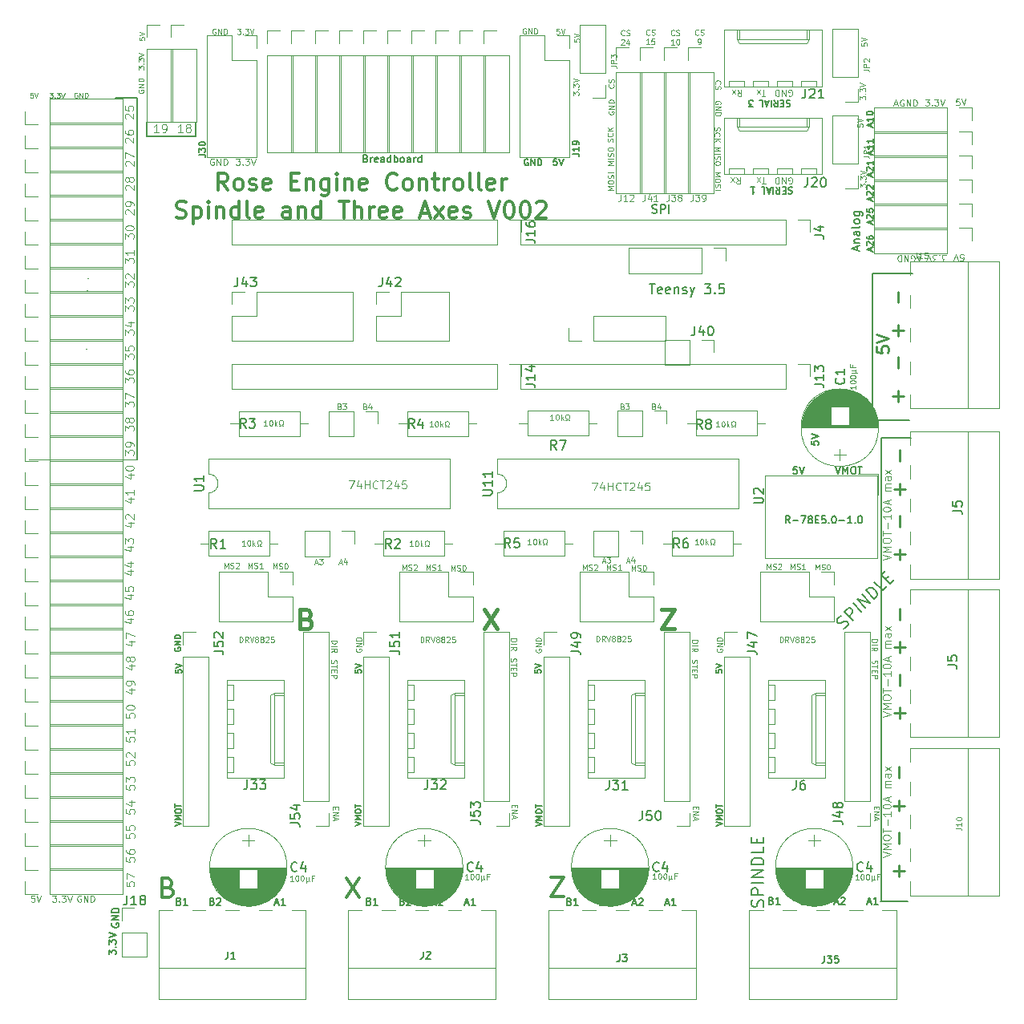
<source format=gto>
G04 #@! TF.GenerationSoftware,KiCad,Pcbnew,(5.1.2)-1*
G04 #@! TF.CreationDate,2019-07-25T15:14:06-07:00*
G04 #@! TF.ProjectId,4Rose_t35_002b,34526f73-655f-4743-9335-5f303032622e,rev?*
G04 #@! TF.SameCoordinates,Original*
G04 #@! TF.FileFunction,Legend,Top*
G04 #@! TF.FilePolarity,Positive*
%FSLAX46Y46*%
G04 Gerber Fmt 4.6, Leading zero omitted, Abs format (unit mm)*
G04 Created by KiCad (PCBNEW (5.1.2)-1) date 2019-07-25 15:14:06*
%MOMM*%
%LPD*%
G04 APERTURE LIST*
%ADD10C,0.150000*%
%ADD11C,0.127000*%
%ADD12C,0.254000*%
%ADD13C,0.101600*%
%ADD14C,0.406400*%
%ADD15C,0.304800*%
%ADD16C,0.203200*%
%ADD17C,0.152400*%
%ADD18C,0.120000*%
G04 APERTURE END LIST*
D10*
X203581000Y-102500200D02*
X207759300Y-102500200D01*
X203581000Y-118057700D02*
X203581000Y-102500200D01*
X207416400Y-118057700D02*
X203581000Y-118057700D01*
D11*
X187066161Y-160864247D02*
X187701161Y-160652580D01*
X187066161Y-160440914D01*
X187701161Y-160229247D02*
X187066161Y-160229247D01*
X187519733Y-160017580D01*
X187066161Y-159805914D01*
X187701161Y-159805914D01*
X187066161Y-159382580D02*
X187066161Y-159261628D01*
X187096400Y-159201152D01*
X187156876Y-159140676D01*
X187277828Y-159110438D01*
X187489495Y-159110438D01*
X187610447Y-159140676D01*
X187670923Y-159201152D01*
X187701161Y-159261628D01*
X187701161Y-159382580D01*
X187670923Y-159443057D01*
X187610447Y-159503533D01*
X187489495Y-159533771D01*
X187277828Y-159533771D01*
X187156876Y-159503533D01*
X187096400Y-159443057D01*
X187066161Y-159382580D01*
X187066161Y-158929009D02*
X187066161Y-158566152D01*
X187701161Y-158747580D02*
X187066161Y-158747580D01*
X168003461Y-160889647D02*
X168638461Y-160677980D01*
X168003461Y-160466314D01*
X168638461Y-160254647D02*
X168003461Y-160254647D01*
X168457033Y-160042980D01*
X168003461Y-159831314D01*
X168638461Y-159831314D01*
X168003461Y-159407980D02*
X168003461Y-159287028D01*
X168033700Y-159226552D01*
X168094176Y-159166076D01*
X168215128Y-159135838D01*
X168426795Y-159135838D01*
X168547747Y-159166076D01*
X168608223Y-159226552D01*
X168638461Y-159287028D01*
X168638461Y-159407980D01*
X168608223Y-159468457D01*
X168547747Y-159528933D01*
X168426795Y-159559171D01*
X168215128Y-159559171D01*
X168094176Y-159528933D01*
X168033700Y-159468457D01*
X168003461Y-159407980D01*
X168003461Y-158954409D02*
X168003461Y-158591552D01*
X168638461Y-158772980D02*
X168003461Y-158772980D01*
X148928061Y-160864247D02*
X149563061Y-160652580D01*
X148928061Y-160440914D01*
X149563061Y-160229247D02*
X148928061Y-160229247D01*
X149381633Y-160017580D01*
X148928061Y-159805914D01*
X149563061Y-159805914D01*
X148928061Y-159382580D02*
X148928061Y-159261628D01*
X148958300Y-159201152D01*
X149018776Y-159140676D01*
X149139728Y-159110438D01*
X149351395Y-159110438D01*
X149472347Y-159140676D01*
X149532823Y-159201152D01*
X149563061Y-159261628D01*
X149563061Y-159382580D01*
X149532823Y-159443057D01*
X149472347Y-159503533D01*
X149351395Y-159533771D01*
X149139728Y-159533771D01*
X149018776Y-159503533D01*
X148958300Y-159443057D01*
X148928061Y-159382580D01*
X148928061Y-158929009D02*
X148928061Y-158566152D01*
X149563061Y-158747580D02*
X148928061Y-158747580D01*
X129916161Y-160838847D02*
X130551161Y-160627180D01*
X129916161Y-160415514D01*
X130551161Y-160203847D02*
X129916161Y-160203847D01*
X130369733Y-159992180D01*
X129916161Y-159780514D01*
X130551161Y-159780514D01*
X129916161Y-159357180D02*
X129916161Y-159236228D01*
X129946400Y-159175752D01*
X130006876Y-159115276D01*
X130127828Y-159085038D01*
X130339495Y-159085038D01*
X130460447Y-159115276D01*
X130520923Y-159175752D01*
X130551161Y-159236228D01*
X130551161Y-159357180D01*
X130520923Y-159417657D01*
X130460447Y-159478133D01*
X130339495Y-159508371D01*
X130127828Y-159508371D01*
X130006876Y-159478133D01*
X129946400Y-159417657D01*
X129916161Y-159357180D01*
X129916161Y-158903609D02*
X129916161Y-158540752D01*
X130551161Y-158722180D02*
X129916161Y-158722180D01*
X187028061Y-144380252D02*
X187028061Y-144682633D01*
X187330442Y-144712871D01*
X187300204Y-144682633D01*
X187269966Y-144622157D01*
X187269966Y-144470966D01*
X187300204Y-144410490D01*
X187330442Y-144380252D01*
X187390919Y-144350014D01*
X187542109Y-144350014D01*
X187602585Y-144380252D01*
X187632823Y-144410490D01*
X187663061Y-144470966D01*
X187663061Y-144622157D01*
X187632823Y-144682633D01*
X187602585Y-144712871D01*
X187028061Y-144168585D02*
X187663061Y-143956919D01*
X187028061Y-143745252D01*
X167914561Y-144380252D02*
X167914561Y-144682633D01*
X168216942Y-144712871D01*
X168186704Y-144682633D01*
X168156466Y-144622157D01*
X168156466Y-144470966D01*
X168186704Y-144410490D01*
X168216942Y-144380252D01*
X168277419Y-144350014D01*
X168428609Y-144350014D01*
X168489085Y-144380252D01*
X168519323Y-144410490D01*
X168549561Y-144470966D01*
X168549561Y-144622157D01*
X168519323Y-144682633D01*
X168489085Y-144712871D01*
X167914561Y-144168585D02*
X168549561Y-143956919D01*
X167914561Y-143745252D01*
X148953461Y-144392952D02*
X148953461Y-144695333D01*
X149255842Y-144725571D01*
X149225604Y-144695333D01*
X149195366Y-144634857D01*
X149195366Y-144483666D01*
X149225604Y-144423190D01*
X149255842Y-144392952D01*
X149316319Y-144362714D01*
X149467509Y-144362714D01*
X149527985Y-144392952D01*
X149558223Y-144423190D01*
X149588461Y-144483666D01*
X149588461Y-144634857D01*
X149558223Y-144695333D01*
X149527985Y-144725571D01*
X148953461Y-144181285D02*
X149588461Y-143969619D01*
X148953461Y-143757952D01*
X194794414Y-128906814D02*
X194540414Y-128543957D01*
X194358985Y-128906814D02*
X194358985Y-128144814D01*
X194649271Y-128144814D01*
X194721842Y-128181100D01*
X194758128Y-128217385D01*
X194794414Y-128289957D01*
X194794414Y-128398814D01*
X194758128Y-128471385D01*
X194721842Y-128507671D01*
X194649271Y-128543957D01*
X194358985Y-128543957D01*
X195120985Y-128616528D02*
X195701557Y-128616528D01*
X195991842Y-128144814D02*
X196499842Y-128144814D01*
X196173271Y-128906814D01*
X196898985Y-128471385D02*
X196826414Y-128435100D01*
X196790128Y-128398814D01*
X196753842Y-128326242D01*
X196753842Y-128289957D01*
X196790128Y-128217385D01*
X196826414Y-128181100D01*
X196898985Y-128144814D01*
X197044128Y-128144814D01*
X197116700Y-128181100D01*
X197152985Y-128217385D01*
X197189271Y-128289957D01*
X197189271Y-128326242D01*
X197152985Y-128398814D01*
X197116700Y-128435100D01*
X197044128Y-128471385D01*
X196898985Y-128471385D01*
X196826414Y-128507671D01*
X196790128Y-128543957D01*
X196753842Y-128616528D01*
X196753842Y-128761671D01*
X196790128Y-128834242D01*
X196826414Y-128870528D01*
X196898985Y-128906814D01*
X197044128Y-128906814D01*
X197116700Y-128870528D01*
X197152985Y-128834242D01*
X197189271Y-128761671D01*
X197189271Y-128616528D01*
X197152985Y-128543957D01*
X197116700Y-128507671D01*
X197044128Y-128471385D01*
X197515842Y-128507671D02*
X197769842Y-128507671D01*
X197878700Y-128906814D02*
X197515842Y-128906814D01*
X197515842Y-128144814D01*
X197878700Y-128144814D01*
X198568128Y-128144814D02*
X198205271Y-128144814D01*
X198168985Y-128507671D01*
X198205271Y-128471385D01*
X198277842Y-128435100D01*
X198459271Y-128435100D01*
X198531842Y-128471385D01*
X198568128Y-128507671D01*
X198604414Y-128580242D01*
X198604414Y-128761671D01*
X198568128Y-128834242D01*
X198531842Y-128870528D01*
X198459271Y-128906814D01*
X198277842Y-128906814D01*
X198205271Y-128870528D01*
X198168985Y-128834242D01*
X198930985Y-128834242D02*
X198967271Y-128870528D01*
X198930985Y-128906814D01*
X198894700Y-128870528D01*
X198930985Y-128834242D01*
X198930985Y-128906814D01*
X199438985Y-128144814D02*
X199511557Y-128144814D01*
X199584128Y-128181100D01*
X199620414Y-128217385D01*
X199656700Y-128289957D01*
X199692985Y-128435100D01*
X199692985Y-128616528D01*
X199656700Y-128761671D01*
X199620414Y-128834242D01*
X199584128Y-128870528D01*
X199511557Y-128906814D01*
X199438985Y-128906814D01*
X199366414Y-128870528D01*
X199330128Y-128834242D01*
X199293842Y-128761671D01*
X199257557Y-128616528D01*
X199257557Y-128435100D01*
X199293842Y-128289957D01*
X199330128Y-128217385D01*
X199366414Y-128181100D01*
X199438985Y-128144814D01*
X200019557Y-128616528D02*
X200600128Y-128616528D01*
X201362128Y-128906814D02*
X200926700Y-128906814D01*
X201144414Y-128906814D02*
X201144414Y-128144814D01*
X201071842Y-128253671D01*
X200999271Y-128326242D01*
X200926700Y-128362528D01*
X201688700Y-128834242D02*
X201724985Y-128870528D01*
X201688700Y-128906814D01*
X201652414Y-128870528D01*
X201688700Y-128834242D01*
X201688700Y-128906814D01*
X202196700Y-128144814D02*
X202269271Y-128144814D01*
X202341842Y-128181100D01*
X202378128Y-128217385D01*
X202414414Y-128289957D01*
X202450700Y-128435100D01*
X202450700Y-128616528D01*
X202414414Y-128761671D01*
X202378128Y-128834242D01*
X202341842Y-128870528D01*
X202269271Y-128906814D01*
X202196700Y-128906814D01*
X202124128Y-128870528D01*
X202087842Y-128834242D01*
X202051557Y-128761671D01*
X202015271Y-128616528D01*
X202015271Y-128435100D01*
X202051557Y-128289957D01*
X202087842Y-128217385D01*
X202124128Y-128181100D01*
X202196700Y-128144814D01*
D10*
X132118100Y-87998300D02*
X132118100Y-86537800D01*
X126923800Y-88023700D02*
X132118100Y-88023700D01*
X126923800Y-86563200D02*
X126923800Y-88023700D01*
X125882400Y-84010500D02*
X123647200Y-84010500D01*
X125882400Y-122186700D02*
X125882400Y-84010500D01*
D11*
X122925114Y-174454457D02*
X122925114Y-173982742D01*
X123215400Y-174236742D01*
X123215400Y-174127885D01*
X123251685Y-174055314D01*
X123287971Y-174019028D01*
X123360542Y-173982742D01*
X123541971Y-173982742D01*
X123614542Y-174019028D01*
X123650828Y-174055314D01*
X123687114Y-174127885D01*
X123687114Y-174345600D01*
X123650828Y-174418171D01*
X123614542Y-174454457D01*
X123614542Y-173656171D02*
X123650828Y-173619885D01*
X123687114Y-173656171D01*
X123650828Y-173692457D01*
X123614542Y-173656171D01*
X123687114Y-173656171D01*
X122925114Y-173365885D02*
X122925114Y-172894171D01*
X123215400Y-173148171D01*
X123215400Y-173039314D01*
X123251685Y-172966742D01*
X123287971Y-172930457D01*
X123360542Y-172894171D01*
X123541971Y-172894171D01*
X123614542Y-172930457D01*
X123650828Y-172966742D01*
X123687114Y-173039314D01*
X123687114Y-173257028D01*
X123650828Y-173329600D01*
X123614542Y-173365885D01*
X122925114Y-172676457D02*
X123687114Y-172422457D01*
X122925114Y-172168457D01*
X123266200Y-171154271D02*
X123229914Y-171226842D01*
X123229914Y-171335700D01*
X123266200Y-171444557D01*
X123338771Y-171517128D01*
X123411342Y-171553414D01*
X123556485Y-171589700D01*
X123665342Y-171589700D01*
X123810485Y-171553414D01*
X123883057Y-171517128D01*
X123955628Y-171444557D01*
X123991914Y-171335700D01*
X123991914Y-171263128D01*
X123955628Y-171154271D01*
X123919342Y-171117985D01*
X123665342Y-171117985D01*
X123665342Y-171263128D01*
X123991914Y-170791414D02*
X123229914Y-170791414D01*
X123991914Y-170355985D01*
X123229914Y-170355985D01*
X123991914Y-169993128D02*
X123229914Y-169993128D01*
X123229914Y-169811700D01*
X123266200Y-169702842D01*
X123338771Y-169630271D01*
X123411342Y-169593985D01*
X123556485Y-169557700D01*
X123665342Y-169557700D01*
X123810485Y-169593985D01*
X123883057Y-169630271D01*
X123955628Y-169702842D01*
X123991914Y-169811700D01*
X123991914Y-169993128D01*
D12*
X206272115Y-109120008D02*
X206272115Y-107958865D01*
X206852686Y-108539437D02*
X205691543Y-108539437D01*
X206272115Y-116041508D02*
X206272115Y-114880365D01*
X206852686Y-115460937D02*
X205691543Y-115460937D01*
X206272115Y-105614808D02*
X206272115Y-104453665D01*
X206272115Y-112536308D02*
X206272115Y-111375165D01*
X206399115Y-129287608D02*
X206399115Y-128126465D01*
X206399115Y-125871308D02*
X206399115Y-124710165D01*
X206979686Y-125290737D02*
X205818543Y-125290737D01*
X206399115Y-122366108D02*
X206399115Y-121204965D01*
X206399115Y-132792808D02*
X206399115Y-131631665D01*
X206979686Y-132212237D02*
X205818543Y-132212237D01*
X206399115Y-146013508D02*
X206399115Y-144852365D01*
X206399115Y-149518708D02*
X206399115Y-148357565D01*
X206979686Y-148938137D02*
X205818543Y-148938137D01*
X206399115Y-139092008D02*
X206399115Y-137930865D01*
X206399115Y-142597208D02*
X206399115Y-141436065D01*
X206979686Y-142016637D02*
X205818543Y-142016637D01*
X206335615Y-162714008D02*
X206335615Y-161552865D01*
X206335615Y-166219208D02*
X206335615Y-165058065D01*
X206916186Y-165638637D02*
X205755043Y-165638637D01*
D10*
X204419200Y-168871900D02*
X207302100Y-168871900D01*
X204470000Y-119926100D02*
X204470000Y-168871900D01*
X207594200Y-119926100D02*
X204470000Y-119926100D01*
D13*
X204620585Y-132780314D02*
X205458785Y-132500914D01*
X204620585Y-132221514D01*
X205458785Y-131942114D02*
X204620585Y-131942114D01*
X205219300Y-131662714D01*
X204620585Y-131383314D01*
X205458785Y-131383314D01*
X204620585Y-130824514D02*
X204620585Y-130664857D01*
X204660500Y-130585028D01*
X204740328Y-130505200D01*
X204899985Y-130465285D01*
X205179385Y-130465285D01*
X205339042Y-130505200D01*
X205418871Y-130585028D01*
X205458785Y-130664857D01*
X205458785Y-130824514D01*
X205418871Y-130904342D01*
X205339042Y-130984171D01*
X205179385Y-131024085D01*
X204899985Y-131024085D01*
X204740328Y-130984171D01*
X204660500Y-130904342D01*
X204620585Y-130824514D01*
X204620585Y-130225800D02*
X204620585Y-129746828D01*
X205458785Y-129986314D02*
X204620585Y-129986314D01*
X205139471Y-129467428D02*
X205139471Y-128828800D01*
X205458785Y-127990600D02*
X205458785Y-128469571D01*
X205458785Y-128230085D02*
X204620585Y-128230085D01*
X204740328Y-128309914D01*
X204820157Y-128389742D01*
X204860071Y-128469571D01*
X204620585Y-127471714D02*
X204620585Y-127391885D01*
X204660500Y-127312057D01*
X204700414Y-127272142D01*
X204780242Y-127232228D01*
X204939900Y-127192314D01*
X205139471Y-127192314D01*
X205299128Y-127232228D01*
X205378957Y-127272142D01*
X205418871Y-127312057D01*
X205458785Y-127391885D01*
X205458785Y-127471714D01*
X205418871Y-127551542D01*
X205378957Y-127591457D01*
X205299128Y-127631371D01*
X205139471Y-127671285D01*
X204939900Y-127671285D01*
X204780242Y-127631371D01*
X204700414Y-127591457D01*
X204660500Y-127551542D01*
X204620585Y-127471714D01*
X205219300Y-126873000D02*
X205219300Y-126473857D01*
X205458785Y-126952828D02*
X204620585Y-126673428D01*
X205458785Y-126394028D01*
X205458785Y-125476000D02*
X204899985Y-125476000D01*
X204979814Y-125476000D02*
X204939900Y-125436085D01*
X204899985Y-125356257D01*
X204899985Y-125236514D01*
X204939900Y-125156685D01*
X205019728Y-125116771D01*
X205458785Y-125116771D01*
X205019728Y-125116771D02*
X204939900Y-125076857D01*
X204899985Y-124997028D01*
X204899985Y-124877285D01*
X204939900Y-124797457D01*
X205019728Y-124757542D01*
X205458785Y-124757542D01*
X205458785Y-123999171D02*
X205019728Y-123999171D01*
X204939900Y-124039085D01*
X204899985Y-124118914D01*
X204899985Y-124278571D01*
X204939900Y-124358400D01*
X205418871Y-123999171D02*
X205458785Y-124079000D01*
X205458785Y-124278571D01*
X205418871Y-124358400D01*
X205339042Y-124398314D01*
X205259214Y-124398314D01*
X205179385Y-124358400D01*
X205139471Y-124278571D01*
X205139471Y-124079000D01*
X205099557Y-123999171D01*
X205458785Y-123679857D02*
X204899985Y-123240800D01*
X204899985Y-123679857D02*
X205458785Y-123240800D01*
X204620585Y-149341114D02*
X205458785Y-149061714D01*
X204620585Y-148782314D01*
X205458785Y-148502914D02*
X204620585Y-148502914D01*
X205219300Y-148223514D01*
X204620585Y-147944114D01*
X205458785Y-147944114D01*
X204620585Y-147385314D02*
X204620585Y-147225657D01*
X204660500Y-147145828D01*
X204740328Y-147066000D01*
X204899985Y-147026085D01*
X205179385Y-147026085D01*
X205339042Y-147066000D01*
X205418871Y-147145828D01*
X205458785Y-147225657D01*
X205458785Y-147385314D01*
X205418871Y-147465142D01*
X205339042Y-147544971D01*
X205179385Y-147584885D01*
X204899985Y-147584885D01*
X204740328Y-147544971D01*
X204660500Y-147465142D01*
X204620585Y-147385314D01*
X204620585Y-146786600D02*
X204620585Y-146307628D01*
X205458785Y-146547114D02*
X204620585Y-146547114D01*
X205139471Y-146028228D02*
X205139471Y-145389600D01*
X205458785Y-144551400D02*
X205458785Y-145030371D01*
X205458785Y-144790885D02*
X204620585Y-144790885D01*
X204740328Y-144870714D01*
X204820157Y-144950542D01*
X204860071Y-145030371D01*
X204620585Y-144032514D02*
X204620585Y-143952685D01*
X204660500Y-143872857D01*
X204700414Y-143832942D01*
X204780242Y-143793028D01*
X204939900Y-143753114D01*
X205139471Y-143753114D01*
X205299128Y-143793028D01*
X205378957Y-143832942D01*
X205418871Y-143872857D01*
X205458785Y-143952685D01*
X205458785Y-144032514D01*
X205418871Y-144112342D01*
X205378957Y-144152257D01*
X205299128Y-144192171D01*
X205139471Y-144232085D01*
X204939900Y-144232085D01*
X204780242Y-144192171D01*
X204700414Y-144152257D01*
X204660500Y-144112342D01*
X204620585Y-144032514D01*
X205219300Y-143433800D02*
X205219300Y-143034657D01*
X205458785Y-143513628D02*
X204620585Y-143234228D01*
X205458785Y-142954828D01*
X205458785Y-142036800D02*
X204899985Y-142036800D01*
X204979814Y-142036800D02*
X204939900Y-141996885D01*
X204899985Y-141917057D01*
X204899985Y-141797314D01*
X204939900Y-141717485D01*
X205019728Y-141677571D01*
X205458785Y-141677571D01*
X205019728Y-141677571D02*
X204939900Y-141637657D01*
X204899985Y-141557828D01*
X204899985Y-141438085D01*
X204939900Y-141358257D01*
X205019728Y-141318342D01*
X205458785Y-141318342D01*
X205458785Y-140559971D02*
X205019728Y-140559971D01*
X204939900Y-140599885D01*
X204899985Y-140679714D01*
X204899985Y-140839371D01*
X204939900Y-140919200D01*
X205418871Y-140559971D02*
X205458785Y-140639800D01*
X205458785Y-140839371D01*
X205418871Y-140919200D01*
X205339042Y-140959114D01*
X205259214Y-140959114D01*
X205179385Y-140919200D01*
X205139471Y-140839371D01*
X205139471Y-140639800D01*
X205099557Y-140559971D01*
X205458785Y-140240657D02*
X204899985Y-139801600D01*
X204899985Y-140240657D02*
X205458785Y-139801600D01*
X155836861Y-141475580D02*
X155836861Y-140891380D01*
X155975957Y-140891380D01*
X156059414Y-140919200D01*
X156115052Y-140974838D01*
X156142871Y-141030476D01*
X156170690Y-141141752D01*
X156170690Y-141225209D01*
X156142871Y-141336485D01*
X156115052Y-141392123D01*
X156059414Y-141447761D01*
X155975957Y-141475580D01*
X155836861Y-141475580D01*
X156754890Y-141475580D02*
X156560157Y-141197390D01*
X156421061Y-141475580D02*
X156421061Y-140891380D01*
X156643614Y-140891380D01*
X156699252Y-140919200D01*
X156727071Y-140947019D01*
X156754890Y-141002657D01*
X156754890Y-141086114D01*
X156727071Y-141141752D01*
X156699252Y-141169571D01*
X156643614Y-141197390D01*
X156421061Y-141197390D01*
X156921804Y-140891380D02*
X157116538Y-141475580D01*
X157311271Y-140891380D01*
X157589461Y-141141752D02*
X157533823Y-141113933D01*
X157506004Y-141086114D01*
X157478185Y-141030476D01*
X157478185Y-141002657D01*
X157506004Y-140947019D01*
X157533823Y-140919200D01*
X157589461Y-140891380D01*
X157700738Y-140891380D01*
X157756376Y-140919200D01*
X157784195Y-140947019D01*
X157812014Y-141002657D01*
X157812014Y-141030476D01*
X157784195Y-141086114D01*
X157756376Y-141113933D01*
X157700738Y-141141752D01*
X157589461Y-141141752D01*
X157533823Y-141169571D01*
X157506004Y-141197390D01*
X157478185Y-141253028D01*
X157478185Y-141364304D01*
X157506004Y-141419942D01*
X157533823Y-141447761D01*
X157589461Y-141475580D01*
X157700738Y-141475580D01*
X157756376Y-141447761D01*
X157784195Y-141419942D01*
X157812014Y-141364304D01*
X157812014Y-141253028D01*
X157784195Y-141197390D01*
X157756376Y-141169571D01*
X157700738Y-141141752D01*
X158145842Y-141141752D02*
X158090204Y-141113933D01*
X158062385Y-141086114D01*
X158034566Y-141030476D01*
X158034566Y-141002657D01*
X158062385Y-140947019D01*
X158090204Y-140919200D01*
X158145842Y-140891380D01*
X158257119Y-140891380D01*
X158312757Y-140919200D01*
X158340576Y-140947019D01*
X158368395Y-141002657D01*
X158368395Y-141030476D01*
X158340576Y-141086114D01*
X158312757Y-141113933D01*
X158257119Y-141141752D01*
X158145842Y-141141752D01*
X158090204Y-141169571D01*
X158062385Y-141197390D01*
X158034566Y-141253028D01*
X158034566Y-141364304D01*
X158062385Y-141419942D01*
X158090204Y-141447761D01*
X158145842Y-141475580D01*
X158257119Y-141475580D01*
X158312757Y-141447761D01*
X158340576Y-141419942D01*
X158368395Y-141364304D01*
X158368395Y-141253028D01*
X158340576Y-141197390D01*
X158312757Y-141169571D01*
X158257119Y-141141752D01*
X158590947Y-140947019D02*
X158618766Y-140919200D01*
X158674404Y-140891380D01*
X158813500Y-140891380D01*
X158869138Y-140919200D01*
X158896957Y-140947019D01*
X158924776Y-141002657D01*
X158924776Y-141058295D01*
X158896957Y-141141752D01*
X158563128Y-141475580D01*
X158924776Y-141475580D01*
X159453338Y-140891380D02*
X159175147Y-140891380D01*
X159147328Y-141169571D01*
X159175147Y-141141752D01*
X159230785Y-141113933D01*
X159369880Y-141113933D01*
X159425519Y-141141752D01*
X159453338Y-141169571D01*
X159481157Y-141225209D01*
X159481157Y-141364304D01*
X159453338Y-141419942D01*
X159425519Y-141447761D01*
X159369880Y-141475580D01*
X159230785Y-141475580D01*
X159175147Y-141447761D01*
X159147328Y-141419942D01*
X174391561Y-141386680D02*
X174391561Y-140802480D01*
X174530657Y-140802480D01*
X174614114Y-140830300D01*
X174669752Y-140885938D01*
X174697571Y-140941576D01*
X174725390Y-141052852D01*
X174725390Y-141136309D01*
X174697571Y-141247585D01*
X174669752Y-141303223D01*
X174614114Y-141358861D01*
X174530657Y-141386680D01*
X174391561Y-141386680D01*
X175309590Y-141386680D02*
X175114857Y-141108490D01*
X174975761Y-141386680D02*
X174975761Y-140802480D01*
X175198314Y-140802480D01*
X175253952Y-140830300D01*
X175281771Y-140858119D01*
X175309590Y-140913757D01*
X175309590Y-140997214D01*
X175281771Y-141052852D01*
X175253952Y-141080671D01*
X175198314Y-141108490D01*
X174975761Y-141108490D01*
X175476504Y-140802480D02*
X175671238Y-141386680D01*
X175865971Y-140802480D01*
X176144161Y-141052852D02*
X176088523Y-141025033D01*
X176060704Y-140997214D01*
X176032885Y-140941576D01*
X176032885Y-140913757D01*
X176060704Y-140858119D01*
X176088523Y-140830300D01*
X176144161Y-140802480D01*
X176255438Y-140802480D01*
X176311076Y-140830300D01*
X176338895Y-140858119D01*
X176366714Y-140913757D01*
X176366714Y-140941576D01*
X176338895Y-140997214D01*
X176311076Y-141025033D01*
X176255438Y-141052852D01*
X176144161Y-141052852D01*
X176088523Y-141080671D01*
X176060704Y-141108490D01*
X176032885Y-141164128D01*
X176032885Y-141275404D01*
X176060704Y-141331042D01*
X176088523Y-141358861D01*
X176144161Y-141386680D01*
X176255438Y-141386680D01*
X176311076Y-141358861D01*
X176338895Y-141331042D01*
X176366714Y-141275404D01*
X176366714Y-141164128D01*
X176338895Y-141108490D01*
X176311076Y-141080671D01*
X176255438Y-141052852D01*
X176700542Y-141052852D02*
X176644904Y-141025033D01*
X176617085Y-140997214D01*
X176589266Y-140941576D01*
X176589266Y-140913757D01*
X176617085Y-140858119D01*
X176644904Y-140830300D01*
X176700542Y-140802480D01*
X176811819Y-140802480D01*
X176867457Y-140830300D01*
X176895276Y-140858119D01*
X176923095Y-140913757D01*
X176923095Y-140941576D01*
X176895276Y-140997214D01*
X176867457Y-141025033D01*
X176811819Y-141052852D01*
X176700542Y-141052852D01*
X176644904Y-141080671D01*
X176617085Y-141108490D01*
X176589266Y-141164128D01*
X176589266Y-141275404D01*
X176617085Y-141331042D01*
X176644904Y-141358861D01*
X176700542Y-141386680D01*
X176811819Y-141386680D01*
X176867457Y-141358861D01*
X176895276Y-141331042D01*
X176923095Y-141275404D01*
X176923095Y-141164128D01*
X176895276Y-141108490D01*
X176867457Y-141080671D01*
X176811819Y-141052852D01*
X177145647Y-140858119D02*
X177173466Y-140830300D01*
X177229104Y-140802480D01*
X177368200Y-140802480D01*
X177423838Y-140830300D01*
X177451657Y-140858119D01*
X177479476Y-140913757D01*
X177479476Y-140969395D01*
X177451657Y-141052852D01*
X177117828Y-141386680D01*
X177479476Y-141386680D01*
X178008038Y-140802480D02*
X177729847Y-140802480D01*
X177702028Y-141080671D01*
X177729847Y-141052852D01*
X177785485Y-141025033D01*
X177924580Y-141025033D01*
X177980219Y-141052852D01*
X178008038Y-141080671D01*
X178035857Y-141136309D01*
X178035857Y-141275404D01*
X178008038Y-141331042D01*
X177980219Y-141358861D01*
X177924580Y-141386680D01*
X177785485Y-141386680D01*
X177729847Y-141358861D01*
X177702028Y-141331042D01*
X119962385Y-168236900D02*
X119897071Y-168204242D01*
X119799100Y-168204242D01*
X119701128Y-168236900D01*
X119635814Y-168302214D01*
X119603157Y-168367528D01*
X119570500Y-168498157D01*
X119570500Y-168596128D01*
X119603157Y-168726757D01*
X119635814Y-168792071D01*
X119701128Y-168857385D01*
X119799100Y-168890042D01*
X119864414Y-168890042D01*
X119962385Y-168857385D01*
X119995042Y-168824728D01*
X119995042Y-168596128D01*
X119864414Y-168596128D01*
X120288957Y-168890042D02*
X120288957Y-168204242D01*
X120680842Y-168890042D01*
X120680842Y-168204242D01*
X121007414Y-168890042D02*
X121007414Y-168204242D01*
X121170700Y-168204242D01*
X121268671Y-168236900D01*
X121333985Y-168302214D01*
X121366642Y-168367528D01*
X121399300Y-168498157D01*
X121399300Y-168596128D01*
X121366642Y-168726757D01*
X121333985Y-168792071D01*
X121268671Y-168857385D01*
X121170700Y-168890042D01*
X121007414Y-168890042D01*
D11*
X196376471Y-168779371D02*
X196485328Y-168815657D01*
X196521614Y-168851942D01*
X196557900Y-168924514D01*
X196557900Y-169033371D01*
X196521614Y-169105942D01*
X196485328Y-169142228D01*
X196412757Y-169178514D01*
X196122471Y-169178514D01*
X196122471Y-168416514D01*
X196376471Y-168416514D01*
X196449042Y-168452800D01*
X196485328Y-168489085D01*
X196521614Y-168561657D01*
X196521614Y-168634228D01*
X196485328Y-168706800D01*
X196449042Y-168743085D01*
X196376471Y-168779371D01*
X196122471Y-168779371D01*
X196848185Y-168489085D02*
X196884471Y-168452800D01*
X196957042Y-168416514D01*
X197138471Y-168416514D01*
X197211042Y-168452800D01*
X197247328Y-168489085D01*
X197283614Y-168561657D01*
X197283614Y-168634228D01*
X197247328Y-168743085D01*
X196811900Y-169178514D01*
X197283614Y-169178514D01*
X199569614Y-168935400D02*
X199932471Y-168935400D01*
X199497042Y-169153114D02*
X199751042Y-168391114D01*
X200005042Y-169153114D01*
X200222757Y-168463685D02*
X200259042Y-168427400D01*
X200331614Y-168391114D01*
X200513042Y-168391114D01*
X200585614Y-168427400D01*
X200621900Y-168463685D01*
X200658185Y-168536257D01*
X200658185Y-168608828D01*
X200621900Y-168717685D01*
X200186471Y-169153114D01*
X200658185Y-169153114D01*
X203024014Y-168935400D02*
X203386871Y-168935400D01*
X202951442Y-169153114D02*
X203205442Y-168391114D01*
X203459442Y-169153114D01*
X204112585Y-169153114D02*
X203677157Y-169153114D01*
X203894871Y-169153114D02*
X203894871Y-168391114D01*
X203822300Y-168499971D01*
X203749728Y-168572542D01*
X203677157Y-168608828D01*
X192871271Y-168753971D02*
X192980128Y-168790257D01*
X193016414Y-168826542D01*
X193052700Y-168899114D01*
X193052700Y-169007971D01*
X193016414Y-169080542D01*
X192980128Y-169116828D01*
X192907557Y-169153114D01*
X192617271Y-169153114D01*
X192617271Y-168391114D01*
X192871271Y-168391114D01*
X192943842Y-168427400D01*
X192980128Y-168463685D01*
X193016414Y-168536257D01*
X193016414Y-168608828D01*
X192980128Y-168681400D01*
X192943842Y-168717685D01*
X192871271Y-168753971D01*
X192617271Y-168753971D01*
X193778414Y-169153114D02*
X193342985Y-169153114D01*
X193560700Y-169153114D02*
X193560700Y-168391114D01*
X193488128Y-168499971D01*
X193415557Y-168572542D01*
X193342985Y-168608828D01*
X181688014Y-169049700D02*
X182050871Y-169049700D01*
X181615442Y-169267414D02*
X181869442Y-168505414D01*
X182123442Y-169267414D01*
X182776585Y-169267414D02*
X182341157Y-169267414D01*
X182558871Y-169267414D02*
X182558871Y-168505414D01*
X182486300Y-168614271D01*
X182413728Y-168686842D01*
X182341157Y-168723128D01*
X178233614Y-169049700D02*
X178596471Y-169049700D01*
X178161042Y-169267414D02*
X178415042Y-168505414D01*
X178669042Y-169267414D01*
X178886757Y-168577985D02*
X178923042Y-168541700D01*
X178995614Y-168505414D01*
X179177042Y-168505414D01*
X179249614Y-168541700D01*
X179285900Y-168577985D01*
X179322185Y-168650557D01*
X179322185Y-168723128D01*
X179285900Y-168831985D01*
X178850471Y-169267414D01*
X179322185Y-169267414D01*
X175040471Y-168893671D02*
X175149328Y-168929957D01*
X175185614Y-168966242D01*
X175221900Y-169038814D01*
X175221900Y-169147671D01*
X175185614Y-169220242D01*
X175149328Y-169256528D01*
X175076757Y-169292814D01*
X174786471Y-169292814D01*
X174786471Y-168530814D01*
X175040471Y-168530814D01*
X175113042Y-168567100D01*
X175149328Y-168603385D01*
X175185614Y-168675957D01*
X175185614Y-168748528D01*
X175149328Y-168821100D01*
X175113042Y-168857385D01*
X175040471Y-168893671D01*
X174786471Y-168893671D01*
X175512185Y-168603385D02*
X175548471Y-168567100D01*
X175621042Y-168530814D01*
X175802471Y-168530814D01*
X175875042Y-168567100D01*
X175911328Y-168603385D01*
X175947614Y-168675957D01*
X175947614Y-168748528D01*
X175911328Y-168857385D01*
X175475900Y-169292814D01*
X175947614Y-169292814D01*
X171535271Y-168868271D02*
X171644128Y-168904557D01*
X171680414Y-168940842D01*
X171716700Y-169013414D01*
X171716700Y-169122271D01*
X171680414Y-169194842D01*
X171644128Y-169231128D01*
X171571557Y-169267414D01*
X171281271Y-169267414D01*
X171281271Y-168505414D01*
X171535271Y-168505414D01*
X171607842Y-168541700D01*
X171644128Y-168577985D01*
X171680414Y-168650557D01*
X171680414Y-168723128D01*
X171644128Y-168795700D01*
X171607842Y-168831985D01*
X171535271Y-168868271D01*
X171281271Y-168868271D01*
X172442414Y-169267414D02*
X172006985Y-169267414D01*
X172224700Y-169267414D02*
X172224700Y-168505414D01*
X172152128Y-168614271D01*
X172079557Y-168686842D01*
X172006985Y-168723128D01*
X160542514Y-168998900D02*
X160905371Y-168998900D01*
X160469942Y-169216614D02*
X160723942Y-168454614D01*
X160977942Y-169216614D01*
X161631085Y-169216614D02*
X161195657Y-169216614D01*
X161413371Y-169216614D02*
X161413371Y-168454614D01*
X161340800Y-168563471D01*
X161268228Y-168636042D01*
X161195657Y-168672328D01*
X153894971Y-168842871D02*
X154003828Y-168879157D01*
X154040114Y-168915442D01*
X154076400Y-168988014D01*
X154076400Y-169096871D01*
X154040114Y-169169442D01*
X154003828Y-169205728D01*
X153931257Y-169242014D01*
X153640971Y-169242014D01*
X153640971Y-168480014D01*
X153894971Y-168480014D01*
X153967542Y-168516300D01*
X154003828Y-168552585D01*
X154040114Y-168625157D01*
X154040114Y-168697728D01*
X154003828Y-168770300D01*
X153967542Y-168806585D01*
X153894971Y-168842871D01*
X153640971Y-168842871D01*
X154366685Y-168552585D02*
X154402971Y-168516300D01*
X154475542Y-168480014D01*
X154656971Y-168480014D01*
X154729542Y-168516300D01*
X154765828Y-168552585D01*
X154802114Y-168625157D01*
X154802114Y-168697728D01*
X154765828Y-168806585D01*
X154330400Y-169242014D01*
X154802114Y-169242014D01*
X157088114Y-168998900D02*
X157450971Y-168998900D01*
X157015542Y-169216614D02*
X157269542Y-168454614D01*
X157523542Y-169216614D01*
X157741257Y-168527185D02*
X157777542Y-168490900D01*
X157850114Y-168454614D01*
X158031542Y-168454614D01*
X158104114Y-168490900D01*
X158140400Y-168527185D01*
X158176685Y-168599757D01*
X158176685Y-168672328D01*
X158140400Y-168781185D01*
X157704971Y-169216614D01*
X158176685Y-169216614D01*
X150389771Y-168817471D02*
X150498628Y-168853757D01*
X150534914Y-168890042D01*
X150571200Y-168962614D01*
X150571200Y-169071471D01*
X150534914Y-169144042D01*
X150498628Y-169180328D01*
X150426057Y-169216614D01*
X150135771Y-169216614D01*
X150135771Y-168454614D01*
X150389771Y-168454614D01*
X150462342Y-168490900D01*
X150498628Y-168527185D01*
X150534914Y-168599757D01*
X150534914Y-168672328D01*
X150498628Y-168744900D01*
X150462342Y-168781185D01*
X150389771Y-168817471D01*
X150135771Y-168817471D01*
X151296914Y-169216614D02*
X150861485Y-169216614D01*
X151079200Y-169216614D02*
X151079200Y-168454614D01*
X151006628Y-168563471D01*
X150934057Y-168636042D01*
X150861485Y-168672328D01*
D13*
X173946457Y-124597885D02*
X174505257Y-124597885D01*
X174146028Y-125436085D01*
X175183800Y-124877285D02*
X175183800Y-125436085D01*
X174984228Y-124557971D02*
X174784657Y-125156685D01*
X175303542Y-125156685D01*
X175622857Y-125436085D02*
X175622857Y-124597885D01*
X175622857Y-124997028D02*
X176101828Y-124997028D01*
X176101828Y-125436085D02*
X176101828Y-124597885D01*
X176979942Y-125356257D02*
X176940028Y-125396171D01*
X176820285Y-125436085D01*
X176740457Y-125436085D01*
X176620714Y-125396171D01*
X176540885Y-125316342D01*
X176500971Y-125236514D01*
X176461057Y-125076857D01*
X176461057Y-124957114D01*
X176500971Y-124797457D01*
X176540885Y-124717628D01*
X176620714Y-124637800D01*
X176740457Y-124597885D01*
X176820285Y-124597885D01*
X176940028Y-124637800D01*
X176979942Y-124677714D01*
X177219428Y-124597885D02*
X177698400Y-124597885D01*
X177458914Y-125436085D02*
X177458914Y-124597885D01*
X177937885Y-124677714D02*
X177977800Y-124637800D01*
X178057628Y-124597885D01*
X178257200Y-124597885D01*
X178337028Y-124637800D01*
X178376942Y-124677714D01*
X178416857Y-124757542D01*
X178416857Y-124837371D01*
X178376942Y-124957114D01*
X177897971Y-125436085D01*
X178416857Y-125436085D01*
X179135314Y-124877285D02*
X179135314Y-125436085D01*
X178935742Y-124557971D02*
X178736171Y-125156685D01*
X179255057Y-125156685D01*
X179973514Y-124597885D02*
X179574371Y-124597885D01*
X179534457Y-124997028D01*
X179574371Y-124957114D01*
X179654200Y-124917200D01*
X179853771Y-124917200D01*
X179933600Y-124957114D01*
X179973514Y-124997028D01*
X180013428Y-125076857D01*
X180013428Y-125276428D01*
X179973514Y-125356257D01*
X179933600Y-125396171D01*
X179853771Y-125436085D01*
X179654200Y-125436085D01*
X179574371Y-125396171D01*
X179534457Y-125356257D01*
X157128633Y-118717180D02*
X156794804Y-118717180D01*
X156961719Y-118717180D02*
X156961719Y-118132980D01*
X156906080Y-118216438D01*
X156850442Y-118272076D01*
X156794804Y-118299895D01*
X157490280Y-118132980D02*
X157545919Y-118132980D01*
X157601557Y-118160800D01*
X157629376Y-118188619D01*
X157657195Y-118244257D01*
X157685014Y-118355533D01*
X157685014Y-118494628D01*
X157657195Y-118605904D01*
X157629376Y-118661542D01*
X157601557Y-118689361D01*
X157545919Y-118717180D01*
X157490280Y-118717180D01*
X157434642Y-118689361D01*
X157406823Y-118661542D01*
X157379004Y-118605904D01*
X157351185Y-118494628D01*
X157351185Y-118355533D01*
X157379004Y-118244257D01*
X157406823Y-118188619D01*
X157434642Y-118160800D01*
X157490280Y-118132980D01*
X157935385Y-118717180D02*
X157935385Y-118132980D01*
X157991023Y-118494628D02*
X158157938Y-118717180D01*
X158157938Y-118327714D02*
X157935385Y-118550266D01*
X158380490Y-118717180D02*
X158519585Y-118717180D01*
X158519585Y-118605904D01*
X158463947Y-118578085D01*
X158408309Y-118522447D01*
X158380490Y-118438990D01*
X158380490Y-118299895D01*
X158408309Y-118216438D01*
X158463947Y-118160800D01*
X158547404Y-118132980D01*
X158658680Y-118132980D01*
X158742138Y-118160800D01*
X158797776Y-118216438D01*
X158825595Y-118299895D01*
X158825595Y-118438990D01*
X158797776Y-118522447D01*
X158742138Y-118578085D01*
X158686500Y-118605904D01*
X158686500Y-118717180D01*
X158825595Y-118717180D01*
X139640733Y-118628280D02*
X139306904Y-118628280D01*
X139473819Y-118628280D02*
X139473819Y-118044080D01*
X139418180Y-118127538D01*
X139362542Y-118183176D01*
X139306904Y-118210995D01*
X140002380Y-118044080D02*
X140058019Y-118044080D01*
X140113657Y-118071900D01*
X140141476Y-118099719D01*
X140169295Y-118155357D01*
X140197114Y-118266633D01*
X140197114Y-118405728D01*
X140169295Y-118517004D01*
X140141476Y-118572642D01*
X140113657Y-118600461D01*
X140058019Y-118628280D01*
X140002380Y-118628280D01*
X139946742Y-118600461D01*
X139918923Y-118572642D01*
X139891104Y-118517004D01*
X139863285Y-118405728D01*
X139863285Y-118266633D01*
X139891104Y-118155357D01*
X139918923Y-118099719D01*
X139946742Y-118071900D01*
X140002380Y-118044080D01*
X140447485Y-118628280D02*
X140447485Y-118044080D01*
X140503123Y-118405728D02*
X140670038Y-118628280D01*
X140670038Y-118238814D02*
X140447485Y-118461366D01*
X140892590Y-118628280D02*
X141031685Y-118628280D01*
X141031685Y-118517004D01*
X140976047Y-118489185D01*
X140920409Y-118433547D01*
X140892590Y-118350090D01*
X140892590Y-118210995D01*
X140920409Y-118127538D01*
X140976047Y-118071900D01*
X141059504Y-118044080D01*
X141170780Y-118044080D01*
X141254238Y-118071900D01*
X141309876Y-118127538D01*
X141337695Y-118210995D01*
X141337695Y-118350090D01*
X141309876Y-118433547D01*
X141254238Y-118489185D01*
X141198600Y-118517004D01*
X141198600Y-118628280D01*
X141337695Y-118628280D01*
X169879433Y-117993280D02*
X169545604Y-117993280D01*
X169712519Y-117993280D02*
X169712519Y-117409080D01*
X169656880Y-117492538D01*
X169601242Y-117548176D01*
X169545604Y-117575995D01*
X170241080Y-117409080D02*
X170296719Y-117409080D01*
X170352357Y-117436900D01*
X170380176Y-117464719D01*
X170407995Y-117520357D01*
X170435814Y-117631633D01*
X170435814Y-117770728D01*
X170407995Y-117882004D01*
X170380176Y-117937642D01*
X170352357Y-117965461D01*
X170296719Y-117993280D01*
X170241080Y-117993280D01*
X170185442Y-117965461D01*
X170157623Y-117937642D01*
X170129804Y-117882004D01*
X170101985Y-117770728D01*
X170101985Y-117631633D01*
X170129804Y-117520357D01*
X170157623Y-117464719D01*
X170185442Y-117436900D01*
X170241080Y-117409080D01*
X170686185Y-117993280D02*
X170686185Y-117409080D01*
X170741823Y-117770728D02*
X170908738Y-117993280D01*
X170908738Y-117603814D02*
X170686185Y-117826366D01*
X171131290Y-117993280D02*
X171270385Y-117993280D01*
X171270385Y-117882004D01*
X171214747Y-117854185D01*
X171159109Y-117798547D01*
X171131290Y-117715090D01*
X171131290Y-117575995D01*
X171159109Y-117492538D01*
X171214747Y-117436900D01*
X171298204Y-117409080D01*
X171409480Y-117409080D01*
X171492938Y-117436900D01*
X171548576Y-117492538D01*
X171576395Y-117575995D01*
X171576395Y-117715090D01*
X171548576Y-117798547D01*
X171492938Y-117854185D01*
X171437300Y-117882004D01*
X171437300Y-117993280D01*
X171576395Y-117993280D01*
X187392733Y-118717180D02*
X187058904Y-118717180D01*
X187225819Y-118717180D02*
X187225819Y-118132980D01*
X187170180Y-118216438D01*
X187114542Y-118272076D01*
X187058904Y-118299895D01*
X187754380Y-118132980D02*
X187810019Y-118132980D01*
X187865657Y-118160800D01*
X187893476Y-118188619D01*
X187921295Y-118244257D01*
X187949114Y-118355533D01*
X187949114Y-118494628D01*
X187921295Y-118605904D01*
X187893476Y-118661542D01*
X187865657Y-118689361D01*
X187810019Y-118717180D01*
X187754380Y-118717180D01*
X187698742Y-118689361D01*
X187670923Y-118661542D01*
X187643104Y-118605904D01*
X187615285Y-118494628D01*
X187615285Y-118355533D01*
X187643104Y-118244257D01*
X187670923Y-118188619D01*
X187698742Y-118160800D01*
X187754380Y-118132980D01*
X188199485Y-118717180D02*
X188199485Y-118132980D01*
X188255123Y-118494628D02*
X188422038Y-118717180D01*
X188422038Y-118327714D02*
X188199485Y-118550266D01*
X188644590Y-118717180D02*
X188783685Y-118717180D01*
X188783685Y-118605904D01*
X188728047Y-118578085D01*
X188672409Y-118522447D01*
X188644590Y-118438990D01*
X188644590Y-118299895D01*
X188672409Y-118216438D01*
X188728047Y-118160800D01*
X188811504Y-118132980D01*
X188922780Y-118132980D01*
X189006238Y-118160800D01*
X189061876Y-118216438D01*
X189089695Y-118299895D01*
X189089695Y-118438990D01*
X189061876Y-118522447D01*
X189006238Y-118578085D01*
X188950600Y-118605904D01*
X188950600Y-118717180D01*
X189089695Y-118717180D01*
X167504533Y-131150480D02*
X167170704Y-131150480D01*
X167337619Y-131150480D02*
X167337619Y-130566280D01*
X167281980Y-130649738D01*
X167226342Y-130705376D01*
X167170704Y-130733195D01*
X167866180Y-130566280D02*
X167921819Y-130566280D01*
X167977457Y-130594100D01*
X168005276Y-130621919D01*
X168033095Y-130677557D01*
X168060914Y-130788833D01*
X168060914Y-130927928D01*
X168033095Y-131039204D01*
X168005276Y-131094842D01*
X167977457Y-131122661D01*
X167921819Y-131150480D01*
X167866180Y-131150480D01*
X167810542Y-131122661D01*
X167782723Y-131094842D01*
X167754904Y-131039204D01*
X167727085Y-130927928D01*
X167727085Y-130788833D01*
X167754904Y-130677557D01*
X167782723Y-130621919D01*
X167810542Y-130594100D01*
X167866180Y-130566280D01*
X168311285Y-131150480D02*
X168311285Y-130566280D01*
X168366923Y-130927928D02*
X168533838Y-131150480D01*
X168533838Y-130761014D02*
X168311285Y-130983566D01*
X168756390Y-131150480D02*
X168895485Y-131150480D01*
X168895485Y-131039204D01*
X168839847Y-131011385D01*
X168784209Y-130955747D01*
X168756390Y-130872290D01*
X168756390Y-130733195D01*
X168784209Y-130649738D01*
X168839847Y-130594100D01*
X168923304Y-130566280D01*
X169034580Y-130566280D01*
X169118038Y-130594100D01*
X169173676Y-130649738D01*
X169201495Y-130733195D01*
X169201495Y-130872290D01*
X169173676Y-130955747D01*
X169118038Y-131011385D01*
X169062400Y-131039204D01*
X169062400Y-131150480D01*
X169201495Y-131150480D01*
X185157533Y-131150480D02*
X184823704Y-131150480D01*
X184990619Y-131150480D02*
X184990619Y-130566280D01*
X184934980Y-130649738D01*
X184879342Y-130705376D01*
X184823704Y-130733195D01*
X185519180Y-130566280D02*
X185574819Y-130566280D01*
X185630457Y-130594100D01*
X185658276Y-130621919D01*
X185686095Y-130677557D01*
X185713914Y-130788833D01*
X185713914Y-130927928D01*
X185686095Y-131039204D01*
X185658276Y-131094842D01*
X185630457Y-131122661D01*
X185574819Y-131150480D01*
X185519180Y-131150480D01*
X185463542Y-131122661D01*
X185435723Y-131094842D01*
X185407904Y-131039204D01*
X185380085Y-130927928D01*
X185380085Y-130788833D01*
X185407904Y-130677557D01*
X185435723Y-130621919D01*
X185463542Y-130594100D01*
X185519180Y-130566280D01*
X185964285Y-131150480D02*
X185964285Y-130566280D01*
X186019923Y-130927928D02*
X186186838Y-131150480D01*
X186186838Y-130761014D02*
X185964285Y-130983566D01*
X186409390Y-131150480D02*
X186548485Y-131150480D01*
X186548485Y-131039204D01*
X186492847Y-131011385D01*
X186437209Y-130955747D01*
X186409390Y-130872290D01*
X186409390Y-130733195D01*
X186437209Y-130649738D01*
X186492847Y-130594100D01*
X186576304Y-130566280D01*
X186687580Y-130566280D01*
X186771038Y-130594100D01*
X186826676Y-130649738D01*
X186854495Y-130733195D01*
X186854495Y-130872290D01*
X186826676Y-130955747D01*
X186771038Y-131011385D01*
X186715400Y-131039204D01*
X186715400Y-131150480D01*
X186854495Y-131150480D01*
X171942880Y-83704490D02*
X171942880Y-83342842D01*
X172165433Y-83537576D01*
X172165433Y-83454119D01*
X172193252Y-83398480D01*
X172221071Y-83370661D01*
X172276709Y-83342842D01*
X172415804Y-83342842D01*
X172471442Y-83370661D01*
X172499261Y-83398480D01*
X172527080Y-83454119D01*
X172527080Y-83621033D01*
X172499261Y-83676671D01*
X172471442Y-83704490D01*
X172471442Y-83092471D02*
X172499261Y-83064652D01*
X172527080Y-83092471D01*
X172499261Y-83120290D01*
X172471442Y-83092471D01*
X172527080Y-83092471D01*
X171942880Y-82869919D02*
X171942880Y-82508271D01*
X172165433Y-82703004D01*
X172165433Y-82619547D01*
X172193252Y-82563909D01*
X172221071Y-82536090D01*
X172276709Y-82508271D01*
X172415804Y-82508271D01*
X172471442Y-82536090D01*
X172499261Y-82563909D01*
X172527080Y-82619547D01*
X172527080Y-82786461D01*
X172499261Y-82842100D01*
X172471442Y-82869919D01*
X171942880Y-82341357D02*
X172527080Y-82146623D01*
X171942880Y-81951890D01*
X172019080Y-77784476D02*
X172019080Y-78062666D01*
X172297271Y-78090485D01*
X172269452Y-78062666D01*
X172241633Y-78007028D01*
X172241633Y-77867933D01*
X172269452Y-77812295D01*
X172297271Y-77784476D01*
X172352909Y-77756657D01*
X172492004Y-77756657D01*
X172547642Y-77784476D01*
X172575461Y-77812295D01*
X172603280Y-77867933D01*
X172603280Y-78007028D01*
X172575461Y-78062666D01*
X172547642Y-78090485D01*
X172019080Y-77589742D02*
X172603280Y-77395009D01*
X172019080Y-77200276D01*
X209109128Y-84142942D02*
X209533671Y-84142942D01*
X209305071Y-84404200D01*
X209403042Y-84404200D01*
X209468357Y-84436857D01*
X209501014Y-84469514D01*
X209533671Y-84534828D01*
X209533671Y-84698114D01*
X209501014Y-84763428D01*
X209468357Y-84796085D01*
X209403042Y-84828742D01*
X209207100Y-84828742D01*
X209141785Y-84796085D01*
X209109128Y-84763428D01*
X209827585Y-84763428D02*
X209860242Y-84796085D01*
X209827585Y-84828742D01*
X209794928Y-84796085D01*
X209827585Y-84763428D01*
X209827585Y-84828742D01*
X210088842Y-84142942D02*
X210513385Y-84142942D01*
X210284785Y-84404200D01*
X210382757Y-84404200D01*
X210448071Y-84436857D01*
X210480728Y-84469514D01*
X210513385Y-84534828D01*
X210513385Y-84698114D01*
X210480728Y-84763428D01*
X210448071Y-84796085D01*
X210382757Y-84828742D01*
X210186814Y-84828742D01*
X210121500Y-84796085D01*
X210088842Y-84763428D01*
X210709328Y-84142942D02*
X210937928Y-84828742D01*
X211166528Y-84142942D01*
X205852485Y-84670900D02*
X206179057Y-84670900D01*
X205787171Y-84866842D02*
X206015771Y-84181042D01*
X206244371Y-84866842D01*
X206832200Y-84213700D02*
X206766885Y-84181042D01*
X206668914Y-84181042D01*
X206570942Y-84213700D01*
X206505628Y-84279014D01*
X206472971Y-84344328D01*
X206440314Y-84474957D01*
X206440314Y-84572928D01*
X206472971Y-84703557D01*
X206505628Y-84768871D01*
X206570942Y-84834185D01*
X206668914Y-84866842D01*
X206734228Y-84866842D01*
X206832200Y-84834185D01*
X206864857Y-84801528D01*
X206864857Y-84572928D01*
X206734228Y-84572928D01*
X207158771Y-84866842D02*
X207158771Y-84181042D01*
X207550657Y-84866842D01*
X207550657Y-84181042D01*
X207877228Y-84866842D02*
X207877228Y-84181042D01*
X208040514Y-84181042D01*
X208138485Y-84213700D01*
X208203800Y-84279014D01*
X208236457Y-84344328D01*
X208269114Y-84474957D01*
X208269114Y-84572928D01*
X208236457Y-84703557D01*
X208203800Y-84768871D01*
X208138485Y-84834185D01*
X208040514Y-84866842D01*
X207877228Y-84866842D01*
X212721371Y-84104842D02*
X212394800Y-84104842D01*
X212362142Y-84431414D01*
X212394800Y-84398757D01*
X212460114Y-84366100D01*
X212623400Y-84366100D01*
X212688714Y-84398757D01*
X212721371Y-84431414D01*
X212754028Y-84496728D01*
X212754028Y-84660014D01*
X212721371Y-84725328D01*
X212688714Y-84757985D01*
X212623400Y-84790642D01*
X212460114Y-84790642D01*
X212394800Y-84757985D01*
X212362142Y-84725328D01*
X212949971Y-84104842D02*
X213178571Y-84790642D01*
X213407171Y-84104842D01*
X189295314Y-83128757D02*
X189523914Y-83455328D01*
X189687200Y-83128757D02*
X189687200Y-83814557D01*
X189425942Y-83814557D01*
X189360628Y-83781900D01*
X189327971Y-83749242D01*
X189295314Y-83683928D01*
X189295314Y-83585957D01*
X189327971Y-83520642D01*
X189360628Y-83487985D01*
X189425942Y-83455328D01*
X189687200Y-83455328D01*
X189066714Y-83128757D02*
X188707485Y-83585957D01*
X189066714Y-83585957D02*
X188707485Y-83128757D01*
X186882919Y-89226571D02*
X187467119Y-89226571D01*
X187049833Y-89421304D01*
X187467119Y-89616038D01*
X186882919Y-89616038D01*
X186882919Y-89894228D02*
X187467119Y-89894228D01*
X186910738Y-90144600D02*
X186882919Y-90228057D01*
X186882919Y-90367152D01*
X186910738Y-90422790D01*
X186938557Y-90450609D01*
X186994195Y-90478428D01*
X187049833Y-90478428D01*
X187105471Y-90450609D01*
X187133290Y-90422790D01*
X187161109Y-90367152D01*
X187188928Y-90255876D01*
X187216747Y-90200238D01*
X187244566Y-90172419D01*
X187300204Y-90144600D01*
X187355842Y-90144600D01*
X187411480Y-90172419D01*
X187439300Y-90200238D01*
X187467119Y-90255876D01*
X187467119Y-90394971D01*
X187439300Y-90478428D01*
X187467119Y-90840076D02*
X187467119Y-90951352D01*
X187439300Y-91006990D01*
X187383661Y-91062628D01*
X187272385Y-91090447D01*
X187077652Y-91090447D01*
X186966376Y-91062628D01*
X186910738Y-91006990D01*
X186882919Y-90951352D01*
X186882919Y-90840076D01*
X186910738Y-90784438D01*
X186966376Y-90728800D01*
X187077652Y-90700980D01*
X187272385Y-90700980D01*
X187383661Y-90728800D01*
X187439300Y-90784438D01*
X187467119Y-90840076D01*
X186908319Y-91868171D02*
X187492519Y-91868171D01*
X187075233Y-92062904D01*
X187492519Y-92257638D01*
X186908319Y-92257638D01*
X187492519Y-92647104D02*
X187492519Y-92758380D01*
X187464700Y-92814019D01*
X187409061Y-92869657D01*
X187297785Y-92897476D01*
X187103052Y-92897476D01*
X186991776Y-92869657D01*
X186936138Y-92814019D01*
X186908319Y-92758380D01*
X186908319Y-92647104D01*
X186936138Y-92591466D01*
X186991776Y-92535828D01*
X187103052Y-92508009D01*
X187297785Y-92508009D01*
X187409061Y-92535828D01*
X187464700Y-92591466D01*
X187492519Y-92647104D01*
X186936138Y-93120028D02*
X186908319Y-93203485D01*
X186908319Y-93342580D01*
X186936138Y-93398219D01*
X186963957Y-93426038D01*
X187019595Y-93453857D01*
X187075233Y-93453857D01*
X187130871Y-93426038D01*
X187158690Y-93398219D01*
X187186509Y-93342580D01*
X187214328Y-93231304D01*
X187242147Y-93175666D01*
X187269966Y-93147847D01*
X187325604Y-93120028D01*
X187381242Y-93120028D01*
X187436880Y-93147847D01*
X187464700Y-93175666D01*
X187492519Y-93231304D01*
X187492519Y-93370400D01*
X187464700Y-93453857D01*
X186908319Y-93704228D02*
X187492519Y-93704228D01*
X186872638Y-87107485D02*
X186844819Y-87190942D01*
X186844819Y-87330038D01*
X186872638Y-87385676D01*
X186900457Y-87413495D01*
X186956095Y-87441314D01*
X187011733Y-87441314D01*
X187067371Y-87413495D01*
X187095190Y-87385676D01*
X187123009Y-87330038D01*
X187150828Y-87218761D01*
X187178647Y-87163123D01*
X187206466Y-87135304D01*
X187262104Y-87107485D01*
X187317742Y-87107485D01*
X187373380Y-87135304D01*
X187401200Y-87163123D01*
X187429019Y-87218761D01*
X187429019Y-87357857D01*
X187401200Y-87441314D01*
X186900457Y-88025514D02*
X186872638Y-87997695D01*
X186844819Y-87914238D01*
X186844819Y-87858600D01*
X186872638Y-87775142D01*
X186928276Y-87719504D01*
X186983914Y-87691685D01*
X187095190Y-87663866D01*
X187178647Y-87663866D01*
X187289923Y-87691685D01*
X187345561Y-87719504D01*
X187401200Y-87775142D01*
X187429019Y-87858600D01*
X187429019Y-87914238D01*
X187401200Y-87997695D01*
X187373380Y-88025514D01*
X186844819Y-88275885D02*
X187429019Y-88275885D01*
X186844819Y-88609714D02*
X187178647Y-88359342D01*
X187429019Y-88609714D02*
X187095190Y-88275885D01*
X175691800Y-85420804D02*
X175663980Y-85476442D01*
X175663980Y-85559900D01*
X175691800Y-85643357D01*
X175747438Y-85698995D01*
X175803076Y-85726814D01*
X175914352Y-85754633D01*
X175997809Y-85754633D01*
X176109085Y-85726814D01*
X176164723Y-85698995D01*
X176220361Y-85643357D01*
X176248180Y-85559900D01*
X176248180Y-85504261D01*
X176220361Y-85420804D01*
X176192542Y-85392985D01*
X175997809Y-85392985D01*
X175997809Y-85504261D01*
X176248180Y-85142614D02*
X175663980Y-85142614D01*
X176248180Y-84808785D01*
X175663980Y-84808785D01*
X176248180Y-84530595D02*
X175663980Y-84530595D01*
X175663980Y-84391500D01*
X175691800Y-84308042D01*
X175747438Y-84252404D01*
X175803076Y-84224585D01*
X175914352Y-84196766D01*
X175997809Y-84196766D01*
X176109085Y-84224585D01*
X176164723Y-84252404D01*
X176220361Y-84308042D01*
X176248180Y-84391500D01*
X176248180Y-84530595D01*
X176192542Y-82583866D02*
X176220361Y-82611685D01*
X176248180Y-82695142D01*
X176248180Y-82750780D01*
X176220361Y-82834238D01*
X176164723Y-82889876D01*
X176109085Y-82917695D01*
X175997809Y-82945514D01*
X175914352Y-82945514D01*
X175803076Y-82917695D01*
X175747438Y-82889876D01*
X175691800Y-82834238D01*
X175663980Y-82750780D01*
X175663980Y-82695142D01*
X175691800Y-82611685D01*
X175719619Y-82583866D01*
X176220361Y-82361314D02*
X176248180Y-82277857D01*
X176248180Y-82138761D01*
X176220361Y-82083123D01*
X176192542Y-82055304D01*
X176136904Y-82027485D01*
X176081266Y-82027485D01*
X176025628Y-82055304D01*
X175997809Y-82083123D01*
X175969990Y-82138761D01*
X175942171Y-82250038D01*
X175914352Y-82305676D01*
X175886533Y-82333495D01*
X175830895Y-82361314D01*
X175775257Y-82361314D01*
X175719619Y-82333495D01*
X175691800Y-82305676D01*
X175663980Y-82250038D01*
X175663980Y-82110942D01*
X175691800Y-82027485D01*
X124804714Y-166772166D02*
X124804714Y-167195500D01*
X125167571Y-167237833D01*
X125131285Y-167195500D01*
X125095000Y-167110833D01*
X125095000Y-166899166D01*
X125131285Y-166814500D01*
X125167571Y-166772166D01*
X125240142Y-166729833D01*
X125421571Y-166729833D01*
X125494142Y-166772166D01*
X125530428Y-166814500D01*
X125566714Y-166899166D01*
X125566714Y-167110833D01*
X125530428Y-167195500D01*
X125494142Y-167237833D01*
X124804714Y-166433500D02*
X124804714Y-165840833D01*
X125566714Y-166221833D01*
X124735166Y-164181366D02*
X124735166Y-164604700D01*
X125158500Y-164647033D01*
X125116166Y-164604700D01*
X125073833Y-164520033D01*
X125073833Y-164308366D01*
X125116166Y-164223700D01*
X125158500Y-164181366D01*
X125243166Y-164139033D01*
X125454833Y-164139033D01*
X125539500Y-164181366D01*
X125581833Y-164223700D01*
X125624166Y-164308366D01*
X125624166Y-164520033D01*
X125581833Y-164604700D01*
X125539500Y-164647033D01*
X124735166Y-163377033D02*
X124735166Y-163546366D01*
X124777500Y-163631033D01*
X124819833Y-163673366D01*
X124946833Y-163758033D01*
X125116166Y-163800366D01*
X125454833Y-163800366D01*
X125539500Y-163758033D01*
X125581833Y-163715700D01*
X125624166Y-163631033D01*
X125624166Y-163461700D01*
X125581833Y-163377033D01*
X125539500Y-163334700D01*
X125454833Y-163292366D01*
X125243166Y-163292366D01*
X125158500Y-163334700D01*
X125116166Y-163377033D01*
X125073833Y-163461700D01*
X125073833Y-163631033D01*
X125116166Y-163715700D01*
X125158500Y-163758033D01*
X125243166Y-163800366D01*
D11*
X129882900Y-142050709D02*
X129852661Y-142111185D01*
X129852661Y-142201900D01*
X129882900Y-142292614D01*
X129943376Y-142353090D01*
X130003852Y-142383328D01*
X130124804Y-142413566D01*
X130215519Y-142413566D01*
X130336471Y-142383328D01*
X130396947Y-142353090D01*
X130457423Y-142292614D01*
X130487661Y-142201900D01*
X130487661Y-142141423D01*
X130457423Y-142050709D01*
X130427185Y-142020471D01*
X130215519Y-142020471D01*
X130215519Y-142141423D01*
X130487661Y-141748328D02*
X129852661Y-141748328D01*
X130487661Y-141385471D01*
X129852661Y-141385471D01*
X130487661Y-141083090D02*
X129852661Y-141083090D01*
X129852661Y-140931900D01*
X129882900Y-140841185D01*
X129943376Y-140780709D01*
X130003852Y-140750471D01*
X130124804Y-140720233D01*
X130215519Y-140720233D01*
X130336471Y-140750471D01*
X130396947Y-140780709D01*
X130457423Y-140841185D01*
X130487661Y-140931900D01*
X130487661Y-141083090D01*
D13*
X149034500Y-142164404D02*
X149006680Y-142220042D01*
X149006680Y-142303500D01*
X149034500Y-142386957D01*
X149090138Y-142442595D01*
X149145776Y-142470414D01*
X149257052Y-142498233D01*
X149340509Y-142498233D01*
X149451785Y-142470414D01*
X149507423Y-142442595D01*
X149563061Y-142386957D01*
X149590880Y-142303500D01*
X149590880Y-142247861D01*
X149563061Y-142164404D01*
X149535242Y-142136585D01*
X149340509Y-142136585D01*
X149340509Y-142247861D01*
X149590880Y-141886214D02*
X149006680Y-141886214D01*
X149590880Y-141552385D01*
X149006680Y-141552385D01*
X149590880Y-141274195D02*
X149006680Y-141274195D01*
X149006680Y-141135100D01*
X149034500Y-141051642D01*
X149090138Y-140996004D01*
X149145776Y-140968185D01*
X149257052Y-140940366D01*
X149340509Y-140940366D01*
X149451785Y-140968185D01*
X149507423Y-140996004D01*
X149563061Y-141051642D01*
X149590880Y-141135100D01*
X149590880Y-141274195D01*
X146436593Y-143374119D02*
X146408774Y-143457576D01*
X146408774Y-143596671D01*
X146436593Y-143652309D01*
X146464412Y-143680128D01*
X146520050Y-143707947D01*
X146575688Y-143707947D01*
X146631326Y-143680128D01*
X146659145Y-143652309D01*
X146686964Y-143596671D01*
X146714783Y-143485395D01*
X146742602Y-143429757D01*
X146770421Y-143401938D01*
X146826059Y-143374119D01*
X146881697Y-143374119D01*
X146937335Y-143401938D01*
X146965155Y-143429757D01*
X146992974Y-143485395D01*
X146992974Y-143624490D01*
X146965155Y-143707947D01*
X146992974Y-143874862D02*
X146992974Y-144208690D01*
X146408774Y-144041776D02*
X146992974Y-144041776D01*
X146714783Y-144403424D02*
X146714783Y-144598157D01*
X146408774Y-144681614D02*
X146408774Y-144403424D01*
X146992974Y-144403424D01*
X146992974Y-144681614D01*
X146408774Y-144931986D02*
X146992974Y-144931986D01*
X146992974Y-145154538D01*
X146965155Y-145210176D01*
X146937335Y-145237995D01*
X146881697Y-145265814D01*
X146798240Y-145265814D01*
X146742602Y-145237995D01*
X146714783Y-145210176D01*
X146686964Y-145154538D01*
X146686964Y-144931986D01*
X146853728Y-158868533D02*
X146853728Y-159063266D01*
X146547719Y-159146723D02*
X146547719Y-158868533D01*
X147131919Y-158868533D01*
X147131919Y-159146723D01*
X146547719Y-159397095D02*
X147131919Y-159397095D01*
X146547719Y-159730923D01*
X147131919Y-159730923D01*
X146714633Y-159981295D02*
X146714633Y-160259485D01*
X146547719Y-159925657D02*
X147131919Y-160120390D01*
X146547719Y-160315123D01*
X146434176Y-141297366D02*
X147018376Y-141297366D01*
X147018376Y-141436461D01*
X146990557Y-141519918D01*
X146934918Y-141575556D01*
X146879280Y-141603375D01*
X146768004Y-141631194D01*
X146684547Y-141631194D01*
X146573271Y-141603375D01*
X146517633Y-141575556D01*
X146461995Y-141519918D01*
X146434176Y-141436461D01*
X146434176Y-141297366D01*
X146434176Y-141881566D02*
X147018376Y-141881566D01*
X146434176Y-142493585D02*
X146712366Y-142298851D01*
X146434176Y-142159756D02*
X147018376Y-142159756D01*
X147018376Y-142382308D01*
X146990557Y-142437946D01*
X146962737Y-142465766D01*
X146907099Y-142493585D01*
X146823642Y-142493585D01*
X146768004Y-142465766D01*
X146740185Y-142437946D01*
X146712366Y-142382308D01*
X146712366Y-142159756D01*
X165357176Y-141094166D02*
X165941376Y-141094166D01*
X165941376Y-141233261D01*
X165913557Y-141316718D01*
X165857918Y-141372356D01*
X165802280Y-141400175D01*
X165691004Y-141427994D01*
X165607547Y-141427994D01*
X165496271Y-141400175D01*
X165440633Y-141372356D01*
X165384995Y-141316718D01*
X165357176Y-141233261D01*
X165357176Y-141094166D01*
X165357176Y-141678366D02*
X165941376Y-141678366D01*
X165357176Y-142290385D02*
X165635366Y-142095651D01*
X165357176Y-141956556D02*
X165941376Y-141956556D01*
X165941376Y-142179108D01*
X165913557Y-142234746D01*
X165885737Y-142262566D01*
X165830099Y-142290385D01*
X165746642Y-142290385D01*
X165691004Y-142262566D01*
X165663185Y-142234746D01*
X165635366Y-142179108D01*
X165635366Y-141956556D01*
X165776728Y-158665333D02*
X165776728Y-158860066D01*
X165470719Y-158943523D02*
X165470719Y-158665333D01*
X166054919Y-158665333D01*
X166054919Y-158943523D01*
X165470719Y-159193895D02*
X166054919Y-159193895D01*
X165470719Y-159527723D01*
X166054919Y-159527723D01*
X165637633Y-159778095D02*
X165637633Y-160056285D01*
X165470719Y-159722457D02*
X166054919Y-159917190D01*
X165470719Y-160111923D01*
X165359593Y-143170919D02*
X165331774Y-143254376D01*
X165331774Y-143393471D01*
X165359593Y-143449109D01*
X165387412Y-143476928D01*
X165443050Y-143504747D01*
X165498688Y-143504747D01*
X165554326Y-143476928D01*
X165582145Y-143449109D01*
X165609964Y-143393471D01*
X165637783Y-143282195D01*
X165665602Y-143226557D01*
X165693421Y-143198738D01*
X165749059Y-143170919D01*
X165804697Y-143170919D01*
X165860335Y-143198738D01*
X165888155Y-143226557D01*
X165915974Y-143282195D01*
X165915974Y-143421290D01*
X165888155Y-143504747D01*
X165915974Y-143671662D02*
X165915974Y-144005490D01*
X165331774Y-143838576D02*
X165915974Y-143838576D01*
X165637783Y-144200224D02*
X165637783Y-144394957D01*
X165331774Y-144478414D02*
X165331774Y-144200224D01*
X165915974Y-144200224D01*
X165915974Y-144478414D01*
X165331774Y-144728786D02*
X165915974Y-144728786D01*
X165915974Y-144951338D01*
X165888155Y-145006976D01*
X165860335Y-145034795D01*
X165804697Y-145062614D01*
X165721240Y-145062614D01*
X165665602Y-145034795D01*
X165637783Y-145006976D01*
X165609964Y-144951338D01*
X165609964Y-144728786D01*
X168008300Y-142215204D02*
X167980480Y-142270842D01*
X167980480Y-142354300D01*
X168008300Y-142437757D01*
X168063938Y-142493395D01*
X168119576Y-142521214D01*
X168230852Y-142549033D01*
X168314309Y-142549033D01*
X168425585Y-142521214D01*
X168481223Y-142493395D01*
X168536861Y-142437757D01*
X168564680Y-142354300D01*
X168564680Y-142298661D01*
X168536861Y-142215204D01*
X168509042Y-142187385D01*
X168314309Y-142187385D01*
X168314309Y-142298661D01*
X168564680Y-141937014D02*
X167980480Y-141937014D01*
X168564680Y-141603185D01*
X167980480Y-141603185D01*
X168564680Y-141324995D02*
X167980480Y-141324995D01*
X167980480Y-141185900D01*
X168008300Y-141102442D01*
X168063938Y-141046804D01*
X168119576Y-141018985D01*
X168230852Y-140991166D01*
X168314309Y-140991166D01*
X168425585Y-141018985D01*
X168481223Y-141046804D01*
X168536861Y-141102442D01*
X168564680Y-141185900D01*
X168564680Y-141324995D01*
X184485793Y-143336019D02*
X184457974Y-143419476D01*
X184457974Y-143558571D01*
X184485793Y-143614209D01*
X184513612Y-143642028D01*
X184569250Y-143669847D01*
X184624888Y-143669847D01*
X184680526Y-143642028D01*
X184708345Y-143614209D01*
X184736164Y-143558571D01*
X184763983Y-143447295D01*
X184791802Y-143391657D01*
X184819621Y-143363838D01*
X184875259Y-143336019D01*
X184930897Y-143336019D01*
X184986535Y-143363838D01*
X185014355Y-143391657D01*
X185042174Y-143447295D01*
X185042174Y-143586390D01*
X185014355Y-143669847D01*
X185042174Y-143836762D02*
X185042174Y-144170590D01*
X184457974Y-144003676D02*
X185042174Y-144003676D01*
X184763983Y-144365324D02*
X184763983Y-144560057D01*
X184457974Y-144643514D02*
X184457974Y-144365324D01*
X185042174Y-144365324D01*
X185042174Y-144643514D01*
X184457974Y-144893886D02*
X185042174Y-144893886D01*
X185042174Y-145116438D01*
X185014355Y-145172076D01*
X184986535Y-145199895D01*
X184930897Y-145227714D01*
X184847440Y-145227714D01*
X184791802Y-145199895D01*
X184763983Y-145172076D01*
X184736164Y-145116438D01*
X184736164Y-144893886D01*
X184483376Y-141259266D02*
X185067576Y-141259266D01*
X185067576Y-141398361D01*
X185039757Y-141481818D01*
X184984118Y-141537456D01*
X184928480Y-141565275D01*
X184817204Y-141593094D01*
X184733747Y-141593094D01*
X184622471Y-141565275D01*
X184566833Y-141537456D01*
X184511195Y-141481818D01*
X184483376Y-141398361D01*
X184483376Y-141259266D01*
X184483376Y-141843466D02*
X185067576Y-141843466D01*
X184483376Y-142455485D02*
X184761566Y-142260751D01*
X184483376Y-142121656D02*
X185067576Y-142121656D01*
X185067576Y-142344208D01*
X185039757Y-142399846D01*
X185011937Y-142427666D01*
X184956299Y-142455485D01*
X184872842Y-142455485D01*
X184817204Y-142427666D01*
X184789385Y-142399846D01*
X184761566Y-142344208D01*
X184761566Y-142121656D01*
X184902928Y-158830433D02*
X184902928Y-159025166D01*
X184596919Y-159108623D02*
X184596919Y-158830433D01*
X185181119Y-158830433D01*
X185181119Y-159108623D01*
X184596919Y-159358995D02*
X185181119Y-159358995D01*
X184596919Y-159692823D01*
X185181119Y-159692823D01*
X184763833Y-159943195D02*
X184763833Y-160221385D01*
X184596919Y-159887557D02*
X185181119Y-160082290D01*
X184596919Y-160277023D01*
X160877552Y-166519980D02*
X160543723Y-166519980D01*
X160710638Y-166519980D02*
X160710638Y-165935780D01*
X160655000Y-166019238D01*
X160599361Y-166074876D01*
X160543723Y-166102695D01*
X161239200Y-165935780D02*
X161294838Y-165935780D01*
X161350476Y-165963600D01*
X161378295Y-165991419D01*
X161406114Y-166047057D01*
X161433933Y-166158333D01*
X161433933Y-166297428D01*
X161406114Y-166408704D01*
X161378295Y-166464342D01*
X161350476Y-166492161D01*
X161294838Y-166519980D01*
X161239200Y-166519980D01*
X161183561Y-166492161D01*
X161155742Y-166464342D01*
X161127923Y-166408704D01*
X161100104Y-166297428D01*
X161100104Y-166158333D01*
X161127923Y-166047057D01*
X161155742Y-165991419D01*
X161183561Y-165963600D01*
X161239200Y-165935780D01*
X161795580Y-165935780D02*
X161851219Y-165935780D01*
X161906857Y-165963600D01*
X161934676Y-165991419D01*
X161962495Y-166047057D01*
X161990314Y-166158333D01*
X161990314Y-166297428D01*
X161962495Y-166408704D01*
X161934676Y-166464342D01*
X161906857Y-166492161D01*
X161851219Y-166519980D01*
X161795580Y-166519980D01*
X161739942Y-166492161D01*
X161712123Y-166464342D01*
X161684304Y-166408704D01*
X161656485Y-166297428D01*
X161656485Y-166158333D01*
X161684304Y-166047057D01*
X161712123Y-165991419D01*
X161739942Y-165963600D01*
X161795580Y-165935780D01*
X162240685Y-166130514D02*
X162240685Y-166714714D01*
X162518876Y-166436523D02*
X162546695Y-166492161D01*
X162602333Y-166519980D01*
X162240685Y-166436523D02*
X162268504Y-166492161D01*
X162324142Y-166519980D01*
X162435419Y-166519980D01*
X162491057Y-166492161D01*
X162518876Y-166436523D01*
X162518876Y-166130514D01*
X163047438Y-166213971D02*
X162852704Y-166213971D01*
X162852704Y-166519980D02*
X162852704Y-165935780D01*
X163130895Y-165935780D01*
X115058371Y-168204242D02*
X114731800Y-168204242D01*
X114699142Y-168530814D01*
X114731800Y-168498157D01*
X114797114Y-168465500D01*
X114960400Y-168465500D01*
X115025714Y-168498157D01*
X115058371Y-168530814D01*
X115091028Y-168596128D01*
X115091028Y-168759414D01*
X115058371Y-168824728D01*
X115025714Y-168857385D01*
X114960400Y-168890042D01*
X114797114Y-168890042D01*
X114731800Y-168857385D01*
X114699142Y-168824728D01*
X115286971Y-168204242D02*
X115515571Y-168890042D01*
X115744171Y-168204242D01*
X116957928Y-168216942D02*
X117382471Y-168216942D01*
X117153871Y-168478200D01*
X117251842Y-168478200D01*
X117317157Y-168510857D01*
X117349814Y-168543514D01*
X117382471Y-168608828D01*
X117382471Y-168772114D01*
X117349814Y-168837428D01*
X117317157Y-168870085D01*
X117251842Y-168902742D01*
X117055900Y-168902742D01*
X116990585Y-168870085D01*
X116957928Y-168837428D01*
X117676385Y-168837428D02*
X117709042Y-168870085D01*
X117676385Y-168902742D01*
X117643728Y-168870085D01*
X117676385Y-168837428D01*
X117676385Y-168902742D01*
X117937642Y-168216942D02*
X118362185Y-168216942D01*
X118133585Y-168478200D01*
X118231557Y-168478200D01*
X118296871Y-168510857D01*
X118329528Y-168543514D01*
X118362185Y-168608828D01*
X118362185Y-168772114D01*
X118329528Y-168837428D01*
X118296871Y-168870085D01*
X118231557Y-168902742D01*
X118035614Y-168902742D01*
X117970300Y-168870085D01*
X117937642Y-168837428D01*
X118558128Y-168216942D02*
X118786728Y-168902742D01*
X119015328Y-168216942D01*
X149966438Y-116569671D02*
X150049895Y-116597490D01*
X150077714Y-116625309D01*
X150105533Y-116680947D01*
X150105533Y-116764404D01*
X150077714Y-116820042D01*
X150049895Y-116847861D01*
X149994257Y-116875680D01*
X149771704Y-116875680D01*
X149771704Y-116291480D01*
X149966438Y-116291480D01*
X150022076Y-116319300D01*
X150049895Y-116347119D01*
X150077714Y-116402757D01*
X150077714Y-116458395D01*
X150049895Y-116514033D01*
X150022076Y-116541852D01*
X149966438Y-116569671D01*
X149771704Y-116569671D01*
X150606276Y-116486214D02*
X150606276Y-116875680D01*
X150467180Y-116263661D02*
X150328085Y-116680947D01*
X150689733Y-116680947D01*
X147286738Y-116569671D02*
X147370195Y-116597490D01*
X147398014Y-116625309D01*
X147425833Y-116680947D01*
X147425833Y-116764404D01*
X147398014Y-116820042D01*
X147370195Y-116847861D01*
X147314557Y-116875680D01*
X147092004Y-116875680D01*
X147092004Y-116291480D01*
X147286738Y-116291480D01*
X147342376Y-116319300D01*
X147370195Y-116347119D01*
X147398014Y-116402757D01*
X147398014Y-116458395D01*
X147370195Y-116514033D01*
X147342376Y-116541852D01*
X147286738Y-116569671D01*
X147092004Y-116569671D01*
X147620566Y-116291480D02*
X147982214Y-116291480D01*
X147787480Y-116514033D01*
X147870938Y-116514033D01*
X147926576Y-116541852D01*
X147954395Y-116569671D01*
X147982214Y-116625309D01*
X147982214Y-116764404D01*
X147954395Y-116820042D01*
X147926576Y-116847861D01*
X147870938Y-116875680D01*
X147704023Y-116875680D01*
X147648385Y-116847861D01*
X147620566Y-116820042D01*
X180484538Y-116569671D02*
X180567995Y-116597490D01*
X180595814Y-116625309D01*
X180623633Y-116680947D01*
X180623633Y-116764404D01*
X180595814Y-116820042D01*
X180567995Y-116847861D01*
X180512357Y-116875680D01*
X180289804Y-116875680D01*
X180289804Y-116291480D01*
X180484538Y-116291480D01*
X180540176Y-116319300D01*
X180567995Y-116347119D01*
X180595814Y-116402757D01*
X180595814Y-116458395D01*
X180567995Y-116514033D01*
X180540176Y-116541852D01*
X180484538Y-116569671D01*
X180289804Y-116569671D01*
X181124376Y-116486214D02*
X181124376Y-116875680D01*
X180985280Y-116263661D02*
X180846185Y-116680947D01*
X181207833Y-116680947D01*
X177144438Y-116569671D02*
X177227895Y-116597490D01*
X177255714Y-116625309D01*
X177283533Y-116680947D01*
X177283533Y-116764404D01*
X177255714Y-116820042D01*
X177227895Y-116847861D01*
X177172257Y-116875680D01*
X176949704Y-116875680D01*
X176949704Y-116291480D01*
X177144438Y-116291480D01*
X177200076Y-116319300D01*
X177227895Y-116347119D01*
X177255714Y-116402757D01*
X177255714Y-116458395D01*
X177227895Y-116514033D01*
X177200076Y-116541852D01*
X177144438Y-116569671D01*
X176949704Y-116569671D01*
X177478266Y-116291480D02*
X177839914Y-116291480D01*
X177645180Y-116514033D01*
X177728638Y-116514033D01*
X177784276Y-116541852D01*
X177812095Y-116569671D01*
X177839914Y-116625309D01*
X177839914Y-116764404D01*
X177812095Y-116820042D01*
X177784276Y-116847861D01*
X177728638Y-116875680D01*
X177561723Y-116875680D01*
X177506085Y-116847861D01*
X177478266Y-116820042D01*
X177598614Y-132901266D02*
X177876804Y-132901266D01*
X177542976Y-133068180D02*
X177737709Y-132483980D01*
X177932442Y-133068180D01*
X178377547Y-132678714D02*
X178377547Y-133068180D01*
X178238452Y-132456161D02*
X178099357Y-132873447D01*
X178461004Y-132873447D01*
X175033214Y-132901266D02*
X175311404Y-132901266D01*
X174977576Y-133068180D02*
X175172309Y-132483980D01*
X175367042Y-133068180D01*
X175506138Y-132483980D02*
X175867785Y-132483980D01*
X175673052Y-132706533D01*
X175756509Y-132706533D01*
X175812147Y-132734352D01*
X175839966Y-132762171D01*
X175867785Y-132817809D01*
X175867785Y-132956904D01*
X175839966Y-133012542D01*
X175812147Y-133040361D01*
X175756509Y-133068180D01*
X175589595Y-133068180D01*
X175533957Y-133040361D01*
X175506138Y-133012542D01*
X194917785Y-133766680D02*
X194917785Y-133182480D01*
X195112519Y-133599766D01*
X195307252Y-133182480D01*
X195307252Y-133766680D01*
X195557623Y-133738861D02*
X195641080Y-133766680D01*
X195780176Y-133766680D01*
X195835814Y-133738861D01*
X195863633Y-133711042D01*
X195891452Y-133655404D01*
X195891452Y-133599766D01*
X195863633Y-133544128D01*
X195835814Y-133516309D01*
X195780176Y-133488490D01*
X195668900Y-133460671D01*
X195613261Y-133432852D01*
X195585442Y-133405033D01*
X195557623Y-133349395D01*
X195557623Y-133293757D01*
X195585442Y-133238119D01*
X195613261Y-133210300D01*
X195668900Y-133182480D01*
X195807995Y-133182480D01*
X195891452Y-133210300D01*
X196447833Y-133766680D02*
X196114004Y-133766680D01*
X196280919Y-133766680D02*
X196280919Y-133182480D01*
X196225280Y-133265938D01*
X196169642Y-133321576D01*
X196114004Y-133349395D01*
X197533985Y-133817480D02*
X197533985Y-133233280D01*
X197728719Y-133650566D01*
X197923452Y-133233280D01*
X197923452Y-133817480D01*
X198173823Y-133789661D02*
X198257280Y-133817480D01*
X198396376Y-133817480D01*
X198452014Y-133789661D01*
X198479833Y-133761842D01*
X198507652Y-133706204D01*
X198507652Y-133650566D01*
X198479833Y-133594928D01*
X198452014Y-133567109D01*
X198396376Y-133539290D01*
X198285100Y-133511471D01*
X198229461Y-133483652D01*
X198201642Y-133455833D01*
X198173823Y-133400195D01*
X198173823Y-133344557D01*
X198201642Y-133288919D01*
X198229461Y-133261100D01*
X198285100Y-133233280D01*
X198424195Y-133233280D01*
X198507652Y-133261100D01*
X198869300Y-133233280D02*
X198924938Y-133233280D01*
X198980576Y-133261100D01*
X199008395Y-133288919D01*
X199036214Y-133344557D01*
X199064033Y-133455833D01*
X199064033Y-133594928D01*
X199036214Y-133706204D01*
X199008395Y-133761842D01*
X198980576Y-133789661D01*
X198924938Y-133817480D01*
X198869300Y-133817480D01*
X198813661Y-133789661D01*
X198785842Y-133761842D01*
X198758023Y-133706204D01*
X198730204Y-133594928D01*
X198730204Y-133455833D01*
X198758023Y-133344557D01*
X198785842Y-133288919D01*
X198813661Y-133261100D01*
X198869300Y-133233280D01*
X192403185Y-133766680D02*
X192403185Y-133182480D01*
X192597919Y-133599766D01*
X192792652Y-133182480D01*
X192792652Y-133766680D01*
X193043023Y-133738861D02*
X193126480Y-133766680D01*
X193265576Y-133766680D01*
X193321214Y-133738861D01*
X193349033Y-133711042D01*
X193376852Y-133655404D01*
X193376852Y-133599766D01*
X193349033Y-133544128D01*
X193321214Y-133516309D01*
X193265576Y-133488490D01*
X193154300Y-133460671D01*
X193098661Y-133432852D01*
X193070842Y-133405033D01*
X193043023Y-133349395D01*
X193043023Y-133293757D01*
X193070842Y-133238119D01*
X193098661Y-133210300D01*
X193154300Y-133182480D01*
X193293395Y-133182480D01*
X193376852Y-133210300D01*
X193599404Y-133238119D02*
X193627223Y-133210300D01*
X193682861Y-133182480D01*
X193821957Y-133182480D01*
X193877595Y-133210300D01*
X193905414Y-133238119D01*
X193933233Y-133293757D01*
X193933233Y-133349395D01*
X193905414Y-133432852D01*
X193571585Y-133766680D01*
X193933233Y-133766680D01*
X172972185Y-133855580D02*
X172972185Y-133271380D01*
X173166919Y-133688666D01*
X173361652Y-133271380D01*
X173361652Y-133855580D01*
X173612023Y-133827761D02*
X173695480Y-133855580D01*
X173834576Y-133855580D01*
X173890214Y-133827761D01*
X173918033Y-133799942D01*
X173945852Y-133744304D01*
X173945852Y-133688666D01*
X173918033Y-133633028D01*
X173890214Y-133605209D01*
X173834576Y-133577390D01*
X173723300Y-133549571D01*
X173667661Y-133521752D01*
X173639842Y-133493933D01*
X173612023Y-133438295D01*
X173612023Y-133382657D01*
X173639842Y-133327019D01*
X173667661Y-133299200D01*
X173723300Y-133271380D01*
X173862395Y-133271380D01*
X173945852Y-133299200D01*
X174168404Y-133327019D02*
X174196223Y-133299200D01*
X174251861Y-133271380D01*
X174390957Y-133271380D01*
X174446595Y-133299200D01*
X174474414Y-133327019D01*
X174502233Y-133382657D01*
X174502233Y-133438295D01*
X174474414Y-133521752D01*
X174140585Y-133855580D01*
X174502233Y-133855580D01*
X175486785Y-133855580D02*
X175486785Y-133271380D01*
X175681519Y-133688666D01*
X175876252Y-133271380D01*
X175876252Y-133855580D01*
X176126623Y-133827761D02*
X176210080Y-133855580D01*
X176349176Y-133855580D01*
X176404814Y-133827761D01*
X176432633Y-133799942D01*
X176460452Y-133744304D01*
X176460452Y-133688666D01*
X176432633Y-133633028D01*
X176404814Y-133605209D01*
X176349176Y-133577390D01*
X176237900Y-133549571D01*
X176182261Y-133521752D01*
X176154442Y-133493933D01*
X176126623Y-133438295D01*
X176126623Y-133382657D01*
X176154442Y-133327019D01*
X176182261Y-133299200D01*
X176237900Y-133271380D01*
X176376995Y-133271380D01*
X176460452Y-133299200D01*
X177016833Y-133855580D02*
X176683004Y-133855580D01*
X176849919Y-133855580D02*
X176849919Y-133271380D01*
X176794280Y-133354838D01*
X176738642Y-133410476D01*
X176683004Y-133438295D01*
X178102985Y-133906380D02*
X178102985Y-133322180D01*
X178297719Y-133739466D01*
X178492452Y-133322180D01*
X178492452Y-133906380D01*
X178742823Y-133878561D02*
X178826280Y-133906380D01*
X178965376Y-133906380D01*
X179021014Y-133878561D01*
X179048833Y-133850742D01*
X179076652Y-133795104D01*
X179076652Y-133739466D01*
X179048833Y-133683828D01*
X179021014Y-133656009D01*
X178965376Y-133628190D01*
X178854100Y-133600371D01*
X178798461Y-133572552D01*
X178770642Y-133544733D01*
X178742823Y-133489095D01*
X178742823Y-133433457D01*
X178770642Y-133377819D01*
X178798461Y-133350000D01*
X178854100Y-133322180D01*
X178993195Y-133322180D01*
X179076652Y-133350000D01*
X179438300Y-133322180D02*
X179493938Y-133322180D01*
X179549576Y-133350000D01*
X179577395Y-133377819D01*
X179605214Y-133433457D01*
X179633033Y-133544733D01*
X179633033Y-133683828D01*
X179605214Y-133795104D01*
X179577395Y-133850742D01*
X179549576Y-133878561D01*
X179493938Y-133906380D01*
X179438300Y-133906380D01*
X179382661Y-133878561D01*
X179354842Y-133850742D01*
X179327023Y-133795104D01*
X179299204Y-133683828D01*
X179299204Y-133544733D01*
X179327023Y-133433457D01*
X179354842Y-133377819D01*
X179382661Y-133350000D01*
X179438300Y-133322180D01*
D11*
X197067714Y-120249042D02*
X197067714Y-120611900D01*
X197430571Y-120648185D01*
X197394285Y-120611900D01*
X197358000Y-120539328D01*
X197358000Y-120357900D01*
X197394285Y-120285328D01*
X197430571Y-120249042D01*
X197503142Y-120212757D01*
X197684571Y-120212757D01*
X197757142Y-120249042D01*
X197793428Y-120285328D01*
X197829714Y-120357900D01*
X197829714Y-120539328D01*
X197793428Y-120611900D01*
X197757142Y-120648185D01*
X197067714Y-119995042D02*
X197829714Y-119741042D01*
X197067714Y-119487042D01*
X199687542Y-122937814D02*
X199941542Y-123699814D01*
X200195542Y-122937814D01*
X200449542Y-123699814D02*
X200449542Y-122937814D01*
X200703542Y-123482100D01*
X200957542Y-122937814D01*
X200957542Y-123699814D01*
X201465542Y-122937814D02*
X201610685Y-122937814D01*
X201683257Y-122974100D01*
X201755828Y-123046671D01*
X201792114Y-123191814D01*
X201792114Y-123445814D01*
X201755828Y-123590957D01*
X201683257Y-123663528D01*
X201610685Y-123699814D01*
X201465542Y-123699814D01*
X201392971Y-123663528D01*
X201320400Y-123590957D01*
X201284114Y-123445814D01*
X201284114Y-123191814D01*
X201320400Y-123046671D01*
X201392971Y-122974100D01*
X201465542Y-122937814D01*
X202009828Y-122937814D02*
X202445257Y-122937814D01*
X202227542Y-123699814D02*
X202227542Y-122937814D01*
D14*
X181250166Y-138015738D02*
X182604833Y-138015738D01*
X181250166Y-140047738D01*
X182604833Y-140047738D01*
X162543066Y-138015738D02*
X163897733Y-140047738D01*
X163897733Y-138015738D02*
X162543066Y-140047738D01*
D13*
X156436785Y-133855580D02*
X156436785Y-133271380D01*
X156631519Y-133688666D01*
X156826252Y-133271380D01*
X156826252Y-133855580D01*
X157076623Y-133827761D02*
X157160080Y-133855580D01*
X157299176Y-133855580D01*
X157354814Y-133827761D01*
X157382633Y-133799942D01*
X157410452Y-133744304D01*
X157410452Y-133688666D01*
X157382633Y-133633028D01*
X157354814Y-133605209D01*
X157299176Y-133577390D01*
X157187900Y-133549571D01*
X157132261Y-133521752D01*
X157104442Y-133493933D01*
X157076623Y-133438295D01*
X157076623Y-133382657D01*
X157104442Y-133327019D01*
X157132261Y-133299200D01*
X157187900Y-133271380D01*
X157326995Y-133271380D01*
X157410452Y-133299200D01*
X157966833Y-133855580D02*
X157633004Y-133855580D01*
X157799919Y-133855580D02*
X157799919Y-133271380D01*
X157744280Y-133354838D01*
X157688642Y-133410476D01*
X157633004Y-133438295D01*
X144680214Y-133066366D02*
X144958404Y-133066366D01*
X144624576Y-133233280D02*
X144819309Y-132649080D01*
X145014042Y-133233280D01*
X145153138Y-132649080D02*
X145514785Y-132649080D01*
X145320052Y-132871633D01*
X145403509Y-132871633D01*
X145459147Y-132899452D01*
X145486966Y-132927271D01*
X145514785Y-132982909D01*
X145514785Y-133122004D01*
X145486966Y-133177642D01*
X145459147Y-133205461D01*
X145403509Y-133233280D01*
X145236595Y-133233280D01*
X145180957Y-133205461D01*
X145153138Y-133177642D01*
X147232914Y-133066366D02*
X147511104Y-133066366D01*
X147177276Y-133233280D02*
X147372009Y-132649080D01*
X147566742Y-133233280D01*
X148011847Y-132843814D02*
X148011847Y-133233280D01*
X147872752Y-132621261D02*
X147733657Y-133038547D01*
X148095304Y-133038547D01*
X153922185Y-133855580D02*
X153922185Y-133271380D01*
X154116919Y-133688666D01*
X154311652Y-133271380D01*
X154311652Y-133855580D01*
X154562023Y-133827761D02*
X154645480Y-133855580D01*
X154784576Y-133855580D01*
X154840214Y-133827761D01*
X154868033Y-133799942D01*
X154895852Y-133744304D01*
X154895852Y-133688666D01*
X154868033Y-133633028D01*
X154840214Y-133605209D01*
X154784576Y-133577390D01*
X154673300Y-133549571D01*
X154617661Y-133521752D01*
X154589842Y-133493933D01*
X154562023Y-133438295D01*
X154562023Y-133382657D01*
X154589842Y-133327019D01*
X154617661Y-133299200D01*
X154673300Y-133271380D01*
X154812395Y-133271380D01*
X154895852Y-133299200D01*
X155118404Y-133327019D02*
X155146223Y-133299200D01*
X155201861Y-133271380D01*
X155340957Y-133271380D01*
X155396595Y-133299200D01*
X155424414Y-133327019D01*
X155452233Y-133382657D01*
X155452233Y-133438295D01*
X155424414Y-133521752D01*
X155090585Y-133855580D01*
X155452233Y-133855580D01*
X159052985Y-133906380D02*
X159052985Y-133322180D01*
X159247719Y-133739466D01*
X159442452Y-133322180D01*
X159442452Y-133906380D01*
X159692823Y-133878561D02*
X159776280Y-133906380D01*
X159915376Y-133906380D01*
X159971014Y-133878561D01*
X159998833Y-133850742D01*
X160026652Y-133795104D01*
X160026652Y-133739466D01*
X159998833Y-133683828D01*
X159971014Y-133656009D01*
X159915376Y-133628190D01*
X159804100Y-133600371D01*
X159748461Y-133572552D01*
X159720642Y-133544733D01*
X159692823Y-133489095D01*
X159692823Y-133433457D01*
X159720642Y-133377819D01*
X159748461Y-133350000D01*
X159804100Y-133322180D01*
X159943195Y-133322180D01*
X160026652Y-133350000D01*
X160388300Y-133322180D02*
X160443938Y-133322180D01*
X160499576Y-133350000D01*
X160527395Y-133377819D01*
X160555214Y-133433457D01*
X160583033Y-133544733D01*
X160583033Y-133683828D01*
X160555214Y-133795104D01*
X160527395Y-133850742D01*
X160499576Y-133878561D01*
X160443938Y-133906380D01*
X160388300Y-133906380D01*
X160332661Y-133878561D01*
X160304842Y-133850742D01*
X160277023Y-133795104D01*
X160249204Y-133683828D01*
X160249204Y-133544733D01*
X160277023Y-133433457D01*
X160304842Y-133377819D01*
X160332661Y-133350000D01*
X160388300Y-133322180D01*
X202219680Y-84174390D02*
X202219680Y-83812742D01*
X202442233Y-84007476D01*
X202442233Y-83924019D01*
X202470052Y-83868380D01*
X202497871Y-83840561D01*
X202553509Y-83812742D01*
X202692604Y-83812742D01*
X202748242Y-83840561D01*
X202776061Y-83868380D01*
X202803880Y-83924019D01*
X202803880Y-84090933D01*
X202776061Y-84146571D01*
X202748242Y-84174390D01*
X202748242Y-83562371D02*
X202776061Y-83534552D01*
X202803880Y-83562371D01*
X202776061Y-83590190D01*
X202748242Y-83562371D01*
X202803880Y-83562371D01*
X202219680Y-83339819D02*
X202219680Y-82978171D01*
X202442233Y-83172904D01*
X202442233Y-83089447D01*
X202470052Y-83033809D01*
X202497871Y-83005990D01*
X202553509Y-82978171D01*
X202692604Y-82978171D01*
X202748242Y-83005990D01*
X202776061Y-83033809D01*
X202803880Y-83089447D01*
X202803880Y-83256361D01*
X202776061Y-83312000D01*
X202748242Y-83339819D01*
X202219680Y-82811257D02*
X202803880Y-82616523D01*
X202219680Y-82421790D01*
X202397480Y-78203576D02*
X202397480Y-78481766D01*
X202675671Y-78509585D01*
X202647852Y-78481766D01*
X202620033Y-78426128D01*
X202620033Y-78287033D01*
X202647852Y-78231395D01*
X202675671Y-78203576D01*
X202731309Y-78175757D01*
X202870404Y-78175757D01*
X202926042Y-78203576D01*
X202953861Y-78231395D01*
X202981680Y-78287033D01*
X202981680Y-78426128D01*
X202953861Y-78481766D01*
X202926042Y-78509585D01*
X202397480Y-78008842D02*
X202981680Y-77814109D01*
X202397480Y-77619376D01*
X194705514Y-93052900D02*
X194770828Y-93085557D01*
X194868800Y-93085557D01*
X194966771Y-93052900D01*
X195032085Y-92987585D01*
X195064742Y-92922271D01*
X195097400Y-92791642D01*
X195097400Y-92693671D01*
X195064742Y-92563042D01*
X195032085Y-92497728D01*
X194966771Y-92432414D01*
X194868800Y-92399757D01*
X194803485Y-92399757D01*
X194705514Y-92432414D01*
X194672857Y-92465071D01*
X194672857Y-92693671D01*
X194803485Y-92693671D01*
X194378942Y-92399757D02*
X194378942Y-93085557D01*
X193987057Y-92399757D01*
X193987057Y-93085557D01*
X193660485Y-92399757D02*
X193660485Y-93085557D01*
X193497200Y-93085557D01*
X193399228Y-93052900D01*
X193333914Y-92987585D01*
X193301257Y-92922271D01*
X193268600Y-92791642D01*
X193268600Y-92693671D01*
X193301257Y-92563042D01*
X193333914Y-92497728D01*
X193399228Y-92432414D01*
X193497200Y-92399757D01*
X193660485Y-92399757D01*
X194705514Y-83781900D02*
X194770828Y-83814557D01*
X194868800Y-83814557D01*
X194966771Y-83781900D01*
X195032085Y-83716585D01*
X195064742Y-83651271D01*
X195097400Y-83520642D01*
X195097400Y-83422671D01*
X195064742Y-83292042D01*
X195032085Y-83226728D01*
X194966771Y-83161414D01*
X194868800Y-83128757D01*
X194803485Y-83128757D01*
X194705514Y-83161414D01*
X194672857Y-83194071D01*
X194672857Y-83422671D01*
X194803485Y-83422671D01*
X194378942Y-83128757D02*
X194378942Y-83814557D01*
X193987057Y-83128757D01*
X193987057Y-83814557D01*
X193660485Y-83128757D02*
X193660485Y-83814557D01*
X193497200Y-83814557D01*
X193399228Y-83781900D01*
X193333914Y-83716585D01*
X193301257Y-83651271D01*
X193268600Y-83520642D01*
X193268600Y-83422671D01*
X193301257Y-83292042D01*
X193333914Y-83226728D01*
X193399228Y-83161414D01*
X193497200Y-83128757D01*
X193660485Y-83128757D01*
X192230828Y-83814557D02*
X191838942Y-83814557D01*
X192034885Y-83128757D02*
X192034885Y-83814557D01*
X191675657Y-83128757D02*
X191316428Y-83585957D01*
X191675657Y-83585957D02*
X191316428Y-83128757D01*
X177359733Y-77367492D02*
X177331914Y-77395311D01*
X177248457Y-77423130D01*
X177192819Y-77423130D01*
X177109361Y-77395311D01*
X177053723Y-77339673D01*
X177025904Y-77284035D01*
X176998085Y-77172759D01*
X176998085Y-77089302D01*
X177025904Y-76978026D01*
X177053723Y-76922388D01*
X177109361Y-76866750D01*
X177192819Y-76838930D01*
X177248457Y-76838930D01*
X177331914Y-76866750D01*
X177359733Y-76894569D01*
X177582285Y-77395311D02*
X177665742Y-77423130D01*
X177804838Y-77423130D01*
X177860476Y-77395311D01*
X177888295Y-77367492D01*
X177916114Y-77311854D01*
X177916114Y-77256216D01*
X177888295Y-77200578D01*
X177860476Y-77172759D01*
X177804838Y-77144940D01*
X177693561Y-77117121D01*
X177637923Y-77089302D01*
X177610104Y-77061483D01*
X177582285Y-77005845D01*
X177582285Y-76950207D01*
X177610104Y-76894569D01*
X177637923Y-76866750D01*
X177693561Y-76838930D01*
X177832657Y-76838930D01*
X177916114Y-76866750D01*
X177011995Y-77872469D02*
X177039814Y-77844650D01*
X177095452Y-77816830D01*
X177234547Y-77816830D01*
X177290185Y-77844650D01*
X177318004Y-77872469D01*
X177345823Y-77928107D01*
X177345823Y-77983745D01*
X177318004Y-78067202D01*
X176984176Y-78401030D01*
X177345823Y-78401030D01*
X177846566Y-78011564D02*
X177846566Y-78401030D01*
X177707471Y-77789011D02*
X177568376Y-78206297D01*
X177930023Y-78206297D01*
X180001333Y-77303992D02*
X179973514Y-77331811D01*
X179890057Y-77359630D01*
X179834419Y-77359630D01*
X179750961Y-77331811D01*
X179695323Y-77276173D01*
X179667504Y-77220535D01*
X179639685Y-77109259D01*
X179639685Y-77025802D01*
X179667504Y-76914526D01*
X179695323Y-76858888D01*
X179750961Y-76803250D01*
X179834419Y-76775430D01*
X179890057Y-76775430D01*
X179973514Y-76803250D01*
X180001333Y-76831069D01*
X180223885Y-77331811D02*
X180307342Y-77359630D01*
X180446438Y-77359630D01*
X180502076Y-77331811D01*
X180529895Y-77303992D01*
X180557714Y-77248354D01*
X180557714Y-77192716D01*
X180529895Y-77137078D01*
X180502076Y-77109259D01*
X180446438Y-77081440D01*
X180335161Y-77053621D01*
X180279523Y-77025802D01*
X180251704Y-76997983D01*
X180223885Y-76942345D01*
X180223885Y-76886707D01*
X180251704Y-76831069D01*
X180279523Y-76803250D01*
X180335161Y-76775430D01*
X180474257Y-76775430D01*
X180557714Y-76803250D01*
X179987423Y-78337530D02*
X179653595Y-78337530D01*
X179820509Y-78337530D02*
X179820509Y-77753330D01*
X179764871Y-77836788D01*
X179709233Y-77892426D01*
X179653595Y-77920245D01*
X180515985Y-77753330D02*
X180237795Y-77753330D01*
X180209976Y-78031521D01*
X180237795Y-78003702D01*
X180293433Y-77975883D01*
X180432528Y-77975883D01*
X180488166Y-78003702D01*
X180515985Y-78031521D01*
X180543804Y-78087159D01*
X180543804Y-78226254D01*
X180515985Y-78281892D01*
X180488166Y-78309711D01*
X180432528Y-78337530D01*
X180293433Y-78337530D01*
X180237795Y-78309711D01*
X180209976Y-78281892D01*
X202245080Y-93432690D02*
X202245080Y-93071042D01*
X202467633Y-93265776D01*
X202467633Y-93182319D01*
X202495452Y-93126680D01*
X202523271Y-93098861D01*
X202578909Y-93071042D01*
X202718004Y-93071042D01*
X202773642Y-93098861D01*
X202801461Y-93126680D01*
X202829280Y-93182319D01*
X202829280Y-93349233D01*
X202801461Y-93404871D01*
X202773642Y-93432690D01*
X202773642Y-92820671D02*
X202801461Y-92792852D01*
X202829280Y-92820671D01*
X202801461Y-92848490D01*
X202773642Y-92820671D01*
X202829280Y-92820671D01*
X202245080Y-92598119D02*
X202245080Y-92236471D01*
X202467633Y-92431204D01*
X202467633Y-92347747D01*
X202495452Y-92292109D01*
X202523271Y-92264290D01*
X202578909Y-92236471D01*
X202718004Y-92236471D01*
X202773642Y-92264290D01*
X202801461Y-92292109D01*
X202829280Y-92347747D01*
X202829280Y-92514661D01*
X202801461Y-92570300D01*
X202773642Y-92598119D01*
X202245080Y-92069557D02*
X202829280Y-91874823D01*
X202245080Y-91680090D01*
X114490500Y-122199400D02*
X125882400Y-122199400D01*
D12*
X203977723Y-110235104D02*
X203977723Y-110839866D01*
X204582485Y-110900342D01*
X204522009Y-110839866D01*
X204461533Y-110718914D01*
X204461533Y-110416533D01*
X204522009Y-110295580D01*
X204582485Y-110235104D01*
X204703438Y-110174628D01*
X205005819Y-110174628D01*
X205126771Y-110235104D01*
X205187247Y-110295580D01*
X205247723Y-110416533D01*
X205247723Y-110718914D01*
X205187247Y-110839866D01*
X205126771Y-110900342D01*
X203977723Y-109811771D02*
X205247723Y-109388438D01*
X203977723Y-108965104D01*
D13*
X201940280Y-86763376D02*
X201940280Y-87041566D01*
X202218471Y-87069385D01*
X202190652Y-87041566D01*
X202162833Y-86985928D01*
X202162833Y-86846833D01*
X202190652Y-86791195D01*
X202218471Y-86763376D01*
X202274109Y-86735557D01*
X202413204Y-86735557D01*
X202468842Y-86763376D01*
X202496661Y-86791195D01*
X202524480Y-86846833D01*
X202524480Y-86985928D01*
X202496661Y-87041566D01*
X202468842Y-87069385D01*
X201940280Y-86568642D02*
X202524480Y-86373909D01*
X201940280Y-86179176D01*
X211311671Y-101251657D02*
X210887128Y-101251657D01*
X211115728Y-100990400D01*
X211017757Y-100990400D01*
X210952442Y-100957742D01*
X210919785Y-100925085D01*
X210887128Y-100859771D01*
X210887128Y-100696485D01*
X210919785Y-100631171D01*
X210952442Y-100598514D01*
X211017757Y-100565857D01*
X211213700Y-100565857D01*
X211279014Y-100598514D01*
X211311671Y-100631171D01*
X210593214Y-100631171D02*
X210560557Y-100598514D01*
X210593214Y-100565857D01*
X210625871Y-100598514D01*
X210593214Y-100631171D01*
X210593214Y-100565857D01*
X210331957Y-101251657D02*
X209907414Y-101251657D01*
X210136014Y-100990400D01*
X210038042Y-100990400D01*
X209972728Y-100957742D01*
X209940071Y-100925085D01*
X209907414Y-100859771D01*
X209907414Y-100696485D01*
X209940071Y-100631171D01*
X209972728Y-100598514D01*
X210038042Y-100565857D01*
X210233985Y-100565857D01*
X210299300Y-100598514D01*
X210331957Y-100631171D01*
X209711471Y-101251657D02*
X209482871Y-100565857D01*
X209254271Y-101251657D01*
X212804828Y-101175457D02*
X213131400Y-101175457D01*
X213164057Y-100848885D01*
X213131400Y-100881542D01*
X213066085Y-100914200D01*
X212902800Y-100914200D01*
X212837485Y-100881542D01*
X212804828Y-100848885D01*
X212772171Y-100783571D01*
X212772171Y-100620285D01*
X212804828Y-100554971D01*
X212837485Y-100522314D01*
X212902800Y-100489657D01*
X213066085Y-100489657D01*
X213131400Y-100522314D01*
X213164057Y-100554971D01*
X212576228Y-101175457D02*
X212347628Y-100489657D01*
X212119028Y-101175457D01*
X208599314Y-100799900D02*
X208272742Y-100799900D01*
X208664628Y-100603957D02*
X208436028Y-101289757D01*
X208207428Y-100603957D01*
X207619600Y-101257100D02*
X207684914Y-101289757D01*
X207782885Y-101289757D01*
X207880857Y-101257100D01*
X207946171Y-101191785D01*
X207978828Y-101126471D01*
X208011485Y-100995842D01*
X208011485Y-100897871D01*
X207978828Y-100767242D01*
X207946171Y-100701928D01*
X207880857Y-100636614D01*
X207782885Y-100603957D01*
X207717571Y-100603957D01*
X207619600Y-100636614D01*
X207586942Y-100669271D01*
X207586942Y-100897871D01*
X207717571Y-100897871D01*
X207293028Y-100603957D02*
X207293028Y-101289757D01*
X206901142Y-100603957D01*
X206901142Y-101289757D01*
X206574571Y-100603957D02*
X206574571Y-101289757D01*
X206411285Y-101289757D01*
X206313314Y-101257100D01*
X206248000Y-101191785D01*
X206215342Y-101126471D01*
X206182685Y-100995842D01*
X206182685Y-100897871D01*
X206215342Y-100767242D01*
X206248000Y-100701928D01*
X206313314Y-100636614D01*
X206411285Y-100603957D01*
X206574571Y-100603957D01*
D11*
X129992361Y-144392952D02*
X129992361Y-144695333D01*
X130294742Y-144725571D01*
X130264504Y-144695333D01*
X130234266Y-144634857D01*
X130234266Y-144483666D01*
X130264504Y-144423190D01*
X130294742Y-144392952D01*
X130355219Y-144362714D01*
X130506409Y-144362714D01*
X130566885Y-144392952D01*
X130597123Y-144423190D01*
X130627361Y-144483666D01*
X130627361Y-144634857D01*
X130597123Y-144695333D01*
X130566885Y-144725571D01*
X129992361Y-144181285D02*
X130627361Y-143969619D01*
X129992361Y-143757952D01*
D13*
X126032380Y-80999390D02*
X126032380Y-80637742D01*
X126254933Y-80832476D01*
X126254933Y-80749019D01*
X126282752Y-80693380D01*
X126310571Y-80665561D01*
X126366209Y-80637742D01*
X126505304Y-80637742D01*
X126560942Y-80665561D01*
X126588761Y-80693380D01*
X126616580Y-80749019D01*
X126616580Y-80915933D01*
X126588761Y-80971571D01*
X126560942Y-80999390D01*
X126560942Y-80387371D02*
X126588761Y-80359552D01*
X126616580Y-80387371D01*
X126588761Y-80415190D01*
X126560942Y-80387371D01*
X126616580Y-80387371D01*
X126032380Y-80164819D02*
X126032380Y-79803171D01*
X126254933Y-79997904D01*
X126254933Y-79914447D01*
X126282752Y-79858809D01*
X126310571Y-79830990D01*
X126366209Y-79803171D01*
X126505304Y-79803171D01*
X126560942Y-79830990D01*
X126588761Y-79858809D01*
X126616580Y-79914447D01*
X126616580Y-80081361D01*
X126588761Y-80137000D01*
X126560942Y-80164819D01*
X126032380Y-79636257D02*
X126616580Y-79441523D01*
X126032380Y-79246790D01*
X126121280Y-77606676D02*
X126121280Y-77884866D01*
X126399471Y-77912685D01*
X126371652Y-77884866D01*
X126343833Y-77829228D01*
X126343833Y-77690133D01*
X126371652Y-77634495D01*
X126399471Y-77606676D01*
X126455109Y-77578857D01*
X126594204Y-77578857D01*
X126649842Y-77606676D01*
X126677661Y-77634495D01*
X126705480Y-77690133D01*
X126705480Y-77829228D01*
X126677661Y-77884866D01*
X126649842Y-77912685D01*
X126121280Y-77411942D02*
X126705480Y-77217209D01*
X126121280Y-77022476D01*
X126060200Y-83147504D02*
X126032380Y-83203142D01*
X126032380Y-83286600D01*
X126060200Y-83370057D01*
X126115838Y-83425695D01*
X126171476Y-83453514D01*
X126282752Y-83481333D01*
X126366209Y-83481333D01*
X126477485Y-83453514D01*
X126533123Y-83425695D01*
X126588761Y-83370057D01*
X126616580Y-83286600D01*
X126616580Y-83230961D01*
X126588761Y-83147504D01*
X126560942Y-83119685D01*
X126366209Y-83119685D01*
X126366209Y-83230961D01*
X126616580Y-82869314D02*
X126032380Y-82869314D01*
X126616580Y-82535485D01*
X126032380Y-82535485D01*
X126616580Y-82257295D02*
X126032380Y-82257295D01*
X126032380Y-82118200D01*
X126060200Y-82034742D01*
X126115838Y-81979104D01*
X126171476Y-81951285D01*
X126282752Y-81923466D01*
X126366209Y-81923466D01*
X126477485Y-81951285D01*
X126533123Y-81979104D01*
X126588761Y-82034742D01*
X126616580Y-82118200D01*
X126616580Y-82257295D01*
X119595900Y-83477100D02*
X119545100Y-83451700D01*
X119468900Y-83451700D01*
X119392700Y-83477100D01*
X119341900Y-83527900D01*
X119316500Y-83578700D01*
X119291100Y-83680300D01*
X119291100Y-83756500D01*
X119316500Y-83858100D01*
X119341900Y-83908900D01*
X119392700Y-83959700D01*
X119468900Y-83985100D01*
X119519700Y-83985100D01*
X119595900Y-83959700D01*
X119621300Y-83934300D01*
X119621300Y-83756500D01*
X119519700Y-83756500D01*
X119849900Y-83985100D02*
X119849900Y-83451700D01*
X120154700Y-83985100D01*
X120154700Y-83451700D01*
X120408700Y-83985100D02*
X120408700Y-83451700D01*
X120535700Y-83451700D01*
X120611900Y-83477100D01*
X120662700Y-83527900D01*
X120688100Y-83578700D01*
X120713500Y-83680300D01*
X120713500Y-83756500D01*
X120688100Y-83858100D01*
X120662700Y-83908900D01*
X120611900Y-83959700D01*
X120535700Y-83985100D01*
X120408700Y-83985100D01*
X114884200Y-83451700D02*
X114630200Y-83451700D01*
X114604800Y-83705700D01*
X114630200Y-83680300D01*
X114681000Y-83654900D01*
X114808000Y-83654900D01*
X114858800Y-83680300D01*
X114884200Y-83705700D01*
X114909600Y-83756500D01*
X114909600Y-83883500D01*
X114884200Y-83934300D01*
X114858800Y-83959700D01*
X114808000Y-83985100D01*
X114681000Y-83985100D01*
X114630200Y-83959700D01*
X114604800Y-83934300D01*
X115062000Y-83451700D02*
X115239800Y-83985100D01*
X115417600Y-83451700D01*
X116649500Y-83451700D02*
X116979700Y-83451700D01*
X116801900Y-83654900D01*
X116878100Y-83654900D01*
X116928900Y-83680300D01*
X116954300Y-83705700D01*
X116979700Y-83756500D01*
X116979700Y-83883500D01*
X116954300Y-83934300D01*
X116928900Y-83959700D01*
X116878100Y-83985100D01*
X116725700Y-83985100D01*
X116674900Y-83959700D01*
X116649500Y-83934300D01*
X117208300Y-83934300D02*
X117233700Y-83959700D01*
X117208300Y-83985100D01*
X117182900Y-83959700D01*
X117208300Y-83934300D01*
X117208300Y-83985100D01*
X117411500Y-83451700D02*
X117741700Y-83451700D01*
X117563900Y-83654900D01*
X117640100Y-83654900D01*
X117690900Y-83680300D01*
X117716300Y-83705700D01*
X117741700Y-83756500D01*
X117741700Y-83883500D01*
X117716300Y-83934300D01*
X117690900Y-83959700D01*
X117640100Y-83985100D01*
X117487700Y-83985100D01*
X117436900Y-83959700D01*
X117411500Y-83934300D01*
X117894100Y-83451700D02*
X118071900Y-83985100D01*
X118249700Y-83451700D01*
D15*
X135483600Y-93704833D02*
X134890933Y-92858166D01*
X134467600Y-93704833D02*
X134467600Y-91926833D01*
X135144933Y-91926833D01*
X135314266Y-92011500D01*
X135398933Y-92096166D01*
X135483600Y-92265500D01*
X135483600Y-92519500D01*
X135398933Y-92688833D01*
X135314266Y-92773500D01*
X135144933Y-92858166D01*
X134467600Y-92858166D01*
X136499600Y-93704833D02*
X136330266Y-93620166D01*
X136245600Y-93535500D01*
X136160933Y-93366166D01*
X136160933Y-92858166D01*
X136245600Y-92688833D01*
X136330266Y-92604166D01*
X136499600Y-92519500D01*
X136753600Y-92519500D01*
X136922933Y-92604166D01*
X137007600Y-92688833D01*
X137092266Y-92858166D01*
X137092266Y-93366166D01*
X137007600Y-93535500D01*
X136922933Y-93620166D01*
X136753600Y-93704833D01*
X136499600Y-93704833D01*
X137769600Y-93620166D02*
X137938933Y-93704833D01*
X138277600Y-93704833D01*
X138446933Y-93620166D01*
X138531600Y-93450833D01*
X138531600Y-93366166D01*
X138446933Y-93196833D01*
X138277600Y-93112166D01*
X138023600Y-93112166D01*
X137854266Y-93027500D01*
X137769600Y-92858166D01*
X137769600Y-92773500D01*
X137854266Y-92604166D01*
X138023600Y-92519500D01*
X138277600Y-92519500D01*
X138446933Y-92604166D01*
X139970933Y-93620166D02*
X139801600Y-93704833D01*
X139462933Y-93704833D01*
X139293600Y-93620166D01*
X139208933Y-93450833D01*
X139208933Y-92773500D01*
X139293600Y-92604166D01*
X139462933Y-92519500D01*
X139801600Y-92519500D01*
X139970933Y-92604166D01*
X140055600Y-92773500D01*
X140055600Y-92942833D01*
X139208933Y-93112166D01*
X142172266Y-92773500D02*
X142764933Y-92773500D01*
X143018933Y-93704833D02*
X142172266Y-93704833D01*
X142172266Y-91926833D01*
X143018933Y-91926833D01*
X143780933Y-92519500D02*
X143780933Y-93704833D01*
X143780933Y-92688833D02*
X143865600Y-92604166D01*
X144034933Y-92519500D01*
X144288933Y-92519500D01*
X144458266Y-92604166D01*
X144542933Y-92773500D01*
X144542933Y-93704833D01*
X146151600Y-92519500D02*
X146151600Y-93958833D01*
X146066933Y-94128166D01*
X145982266Y-94212833D01*
X145812933Y-94297500D01*
X145558933Y-94297500D01*
X145389600Y-94212833D01*
X146151600Y-93620166D02*
X145982266Y-93704833D01*
X145643600Y-93704833D01*
X145474266Y-93620166D01*
X145389600Y-93535500D01*
X145304933Y-93366166D01*
X145304933Y-92858166D01*
X145389600Y-92688833D01*
X145474266Y-92604166D01*
X145643600Y-92519500D01*
X145982266Y-92519500D01*
X146151600Y-92604166D01*
X146998266Y-93704833D02*
X146998266Y-92519500D01*
X146998266Y-91926833D02*
X146913600Y-92011500D01*
X146998266Y-92096166D01*
X147082933Y-92011500D01*
X146998266Y-91926833D01*
X146998266Y-92096166D01*
X147844933Y-92519500D02*
X147844933Y-93704833D01*
X147844933Y-92688833D02*
X147929600Y-92604166D01*
X148098933Y-92519500D01*
X148352933Y-92519500D01*
X148522266Y-92604166D01*
X148606933Y-92773500D01*
X148606933Y-93704833D01*
X150130933Y-93620166D02*
X149961600Y-93704833D01*
X149622933Y-93704833D01*
X149453600Y-93620166D01*
X149368933Y-93450833D01*
X149368933Y-92773500D01*
X149453600Y-92604166D01*
X149622933Y-92519500D01*
X149961600Y-92519500D01*
X150130933Y-92604166D01*
X150215600Y-92773500D01*
X150215600Y-92942833D01*
X149368933Y-93112166D01*
X153348266Y-93535500D02*
X153263600Y-93620166D01*
X153009600Y-93704833D01*
X152840266Y-93704833D01*
X152586266Y-93620166D01*
X152416933Y-93450833D01*
X152332266Y-93281500D01*
X152247600Y-92942833D01*
X152247600Y-92688833D01*
X152332266Y-92350166D01*
X152416933Y-92180833D01*
X152586266Y-92011500D01*
X152840266Y-91926833D01*
X153009600Y-91926833D01*
X153263600Y-92011500D01*
X153348266Y-92096166D01*
X154364266Y-93704833D02*
X154194933Y-93620166D01*
X154110266Y-93535500D01*
X154025600Y-93366166D01*
X154025600Y-92858166D01*
X154110266Y-92688833D01*
X154194933Y-92604166D01*
X154364266Y-92519500D01*
X154618266Y-92519500D01*
X154787600Y-92604166D01*
X154872266Y-92688833D01*
X154956933Y-92858166D01*
X154956933Y-93366166D01*
X154872266Y-93535500D01*
X154787600Y-93620166D01*
X154618266Y-93704833D01*
X154364266Y-93704833D01*
X155718933Y-92519500D02*
X155718933Y-93704833D01*
X155718933Y-92688833D02*
X155803600Y-92604166D01*
X155972933Y-92519500D01*
X156226933Y-92519500D01*
X156396266Y-92604166D01*
X156480933Y-92773500D01*
X156480933Y-93704833D01*
X157073600Y-92519500D02*
X157750933Y-92519500D01*
X157327600Y-91926833D02*
X157327600Y-93450833D01*
X157412266Y-93620166D01*
X157581600Y-93704833D01*
X157750933Y-93704833D01*
X158343600Y-93704833D02*
X158343600Y-92519500D01*
X158343600Y-92858166D02*
X158428266Y-92688833D01*
X158512933Y-92604166D01*
X158682266Y-92519500D01*
X158851600Y-92519500D01*
X159698266Y-93704833D02*
X159528933Y-93620166D01*
X159444266Y-93535500D01*
X159359600Y-93366166D01*
X159359600Y-92858166D01*
X159444266Y-92688833D01*
X159528933Y-92604166D01*
X159698266Y-92519500D01*
X159952266Y-92519500D01*
X160121600Y-92604166D01*
X160206266Y-92688833D01*
X160290933Y-92858166D01*
X160290933Y-93366166D01*
X160206266Y-93535500D01*
X160121600Y-93620166D01*
X159952266Y-93704833D01*
X159698266Y-93704833D01*
X161306933Y-93704833D02*
X161137600Y-93620166D01*
X161052933Y-93450833D01*
X161052933Y-91926833D01*
X162238266Y-93704833D02*
X162068933Y-93620166D01*
X161984266Y-93450833D01*
X161984266Y-91926833D01*
X163592933Y-93620166D02*
X163423600Y-93704833D01*
X163084933Y-93704833D01*
X162915600Y-93620166D01*
X162830933Y-93450833D01*
X162830933Y-92773500D01*
X162915600Y-92604166D01*
X163084933Y-92519500D01*
X163423600Y-92519500D01*
X163592933Y-92604166D01*
X163677600Y-92773500D01*
X163677600Y-92942833D01*
X162830933Y-93112166D01*
X164439600Y-93704833D02*
X164439600Y-92519500D01*
X164439600Y-92858166D02*
X164524266Y-92688833D01*
X164608933Y-92604166D01*
X164778266Y-92519500D01*
X164947600Y-92519500D01*
X130064933Y-96591966D02*
X130318933Y-96676633D01*
X130742266Y-96676633D01*
X130911599Y-96591966D01*
X130996266Y-96507300D01*
X131080933Y-96337966D01*
X131080933Y-96168633D01*
X130996266Y-95999300D01*
X130911599Y-95914633D01*
X130742266Y-95829966D01*
X130403599Y-95745300D01*
X130234266Y-95660633D01*
X130149599Y-95575966D01*
X130064933Y-95406633D01*
X130064933Y-95237300D01*
X130149599Y-95067966D01*
X130234266Y-94983300D01*
X130403599Y-94898633D01*
X130826933Y-94898633D01*
X131080933Y-94983300D01*
X131842933Y-95491300D02*
X131842933Y-97269300D01*
X131842933Y-95575966D02*
X132012266Y-95491300D01*
X132350933Y-95491300D01*
X132520266Y-95575966D01*
X132604933Y-95660633D01*
X132689599Y-95829966D01*
X132689599Y-96337966D01*
X132604933Y-96507300D01*
X132520266Y-96591966D01*
X132350933Y-96676633D01*
X132012266Y-96676633D01*
X131842933Y-96591966D01*
X133451599Y-96676633D02*
X133451599Y-95491300D01*
X133451599Y-94898633D02*
X133366933Y-94983300D01*
X133451599Y-95067966D01*
X133536266Y-94983300D01*
X133451599Y-94898633D01*
X133451599Y-95067966D01*
X134298266Y-95491300D02*
X134298266Y-96676633D01*
X134298266Y-95660633D02*
X134382933Y-95575966D01*
X134552266Y-95491300D01*
X134806266Y-95491300D01*
X134975600Y-95575966D01*
X135060266Y-95745300D01*
X135060266Y-96676633D01*
X136668933Y-96676633D02*
X136668933Y-94898633D01*
X136668933Y-96591966D02*
X136499600Y-96676633D01*
X136160933Y-96676633D01*
X135991600Y-96591966D01*
X135906933Y-96507300D01*
X135822266Y-96337966D01*
X135822266Y-95829966D01*
X135906933Y-95660633D01*
X135991600Y-95575966D01*
X136160933Y-95491300D01*
X136499600Y-95491300D01*
X136668933Y-95575966D01*
X137769600Y-96676633D02*
X137600266Y-96591966D01*
X137515600Y-96422633D01*
X137515600Y-94898633D01*
X139124266Y-96591966D02*
X138954933Y-96676633D01*
X138616266Y-96676633D01*
X138446933Y-96591966D01*
X138362266Y-96422633D01*
X138362266Y-95745300D01*
X138446933Y-95575966D01*
X138616266Y-95491300D01*
X138954933Y-95491300D01*
X139124266Y-95575966D01*
X139208933Y-95745300D01*
X139208933Y-95914633D01*
X138362266Y-96083966D01*
X142087600Y-96676633D02*
X142087600Y-95745300D01*
X142002933Y-95575966D01*
X141833600Y-95491300D01*
X141494933Y-95491300D01*
X141325600Y-95575966D01*
X142087600Y-96591966D02*
X141918266Y-96676633D01*
X141494933Y-96676633D01*
X141325600Y-96591966D01*
X141240933Y-96422633D01*
X141240933Y-96253300D01*
X141325600Y-96083966D01*
X141494933Y-95999300D01*
X141918266Y-95999300D01*
X142087600Y-95914633D01*
X142934266Y-95491300D02*
X142934266Y-96676633D01*
X142934266Y-95660633D02*
X143018933Y-95575966D01*
X143188266Y-95491300D01*
X143442266Y-95491300D01*
X143611600Y-95575966D01*
X143696266Y-95745300D01*
X143696266Y-96676633D01*
X145304933Y-96676633D02*
X145304933Y-94898633D01*
X145304933Y-96591966D02*
X145135600Y-96676633D01*
X144796933Y-96676633D01*
X144627600Y-96591966D01*
X144542933Y-96507300D01*
X144458266Y-96337966D01*
X144458266Y-95829966D01*
X144542933Y-95660633D01*
X144627600Y-95575966D01*
X144796933Y-95491300D01*
X145135600Y-95491300D01*
X145304933Y-95575966D01*
X147252266Y-94898633D02*
X148268266Y-94898633D01*
X147760266Y-96676633D02*
X147760266Y-94898633D01*
X148860933Y-96676633D02*
X148860933Y-94898633D01*
X149622933Y-96676633D02*
X149622933Y-95745300D01*
X149538266Y-95575966D01*
X149368933Y-95491300D01*
X149114933Y-95491300D01*
X148945600Y-95575966D01*
X148860933Y-95660633D01*
X150469600Y-96676633D02*
X150469600Y-95491300D01*
X150469600Y-95829966D02*
X150554266Y-95660633D01*
X150638933Y-95575966D01*
X150808266Y-95491300D01*
X150977600Y-95491300D01*
X152247600Y-96591966D02*
X152078266Y-96676633D01*
X151739600Y-96676633D01*
X151570266Y-96591966D01*
X151485600Y-96422633D01*
X151485600Y-95745300D01*
X151570266Y-95575966D01*
X151739600Y-95491300D01*
X152078266Y-95491300D01*
X152247600Y-95575966D01*
X152332266Y-95745300D01*
X152332266Y-95914633D01*
X151485600Y-96083966D01*
X153771600Y-96591966D02*
X153602266Y-96676633D01*
X153263600Y-96676633D01*
X153094266Y-96591966D01*
X153009600Y-96422633D01*
X153009600Y-95745300D01*
X153094266Y-95575966D01*
X153263600Y-95491300D01*
X153602266Y-95491300D01*
X153771600Y-95575966D01*
X153856266Y-95745300D01*
X153856266Y-95914633D01*
X153009600Y-96083966D01*
X155888266Y-96168633D02*
X156734933Y-96168633D01*
X155718933Y-96676633D02*
X156311600Y-94898633D01*
X156904266Y-96676633D01*
X157327600Y-96676633D02*
X158258933Y-95491300D01*
X157327600Y-95491300D02*
X158258933Y-96676633D01*
X159613600Y-96591966D02*
X159444266Y-96676633D01*
X159105600Y-96676633D01*
X158936266Y-96591966D01*
X158851600Y-96422633D01*
X158851600Y-95745300D01*
X158936266Y-95575966D01*
X159105600Y-95491300D01*
X159444266Y-95491300D01*
X159613600Y-95575966D01*
X159698266Y-95745300D01*
X159698266Y-95914633D01*
X158851600Y-96083966D01*
X160375600Y-96591966D02*
X160544933Y-96676633D01*
X160883600Y-96676633D01*
X161052933Y-96591966D01*
X161137600Y-96422633D01*
X161137600Y-96337966D01*
X161052933Y-96168633D01*
X160883600Y-96083966D01*
X160629600Y-96083966D01*
X160460266Y-95999300D01*
X160375600Y-95829966D01*
X160375600Y-95745300D01*
X160460266Y-95575966D01*
X160629600Y-95491300D01*
X160883600Y-95491300D01*
X161052933Y-95575966D01*
X163000266Y-94898633D02*
X163592933Y-96676633D01*
X164185600Y-94898633D01*
X165116933Y-94898633D02*
X165286266Y-94898633D01*
X165455600Y-94983300D01*
X165540266Y-95067966D01*
X165624933Y-95237300D01*
X165709600Y-95575966D01*
X165709600Y-95999300D01*
X165624933Y-96337966D01*
X165540266Y-96507300D01*
X165455600Y-96591966D01*
X165286266Y-96676633D01*
X165116933Y-96676633D01*
X164947600Y-96591966D01*
X164862933Y-96507300D01*
X164778266Y-96337966D01*
X164693600Y-95999300D01*
X164693600Y-95575966D01*
X164778266Y-95237300D01*
X164862933Y-95067966D01*
X164947600Y-94983300D01*
X165116933Y-94898633D01*
X166810266Y-94898633D02*
X166979600Y-94898633D01*
X167148933Y-94983300D01*
X167233600Y-95067966D01*
X167318266Y-95237300D01*
X167402933Y-95575966D01*
X167402933Y-95999300D01*
X167318266Y-96337966D01*
X167233600Y-96507300D01*
X167148933Y-96591966D01*
X166979600Y-96676633D01*
X166810266Y-96676633D01*
X166640933Y-96591966D01*
X166556266Y-96507300D01*
X166471600Y-96337966D01*
X166386933Y-95999300D01*
X166386933Y-95575966D01*
X166471600Y-95237300D01*
X166556266Y-95067966D01*
X166640933Y-94983300D01*
X166810266Y-94898633D01*
X168080266Y-95067966D02*
X168164933Y-94983300D01*
X168334266Y-94898633D01*
X168757600Y-94898633D01*
X168926933Y-94983300D01*
X169011600Y-95067966D01*
X169096266Y-95237300D01*
X169096266Y-95406633D01*
X169011600Y-95660633D01*
X167995600Y-96676633D01*
X169096266Y-96676633D01*
D13*
X148267057Y-124420085D02*
X148825857Y-124420085D01*
X148466628Y-125258285D01*
X149504400Y-124699485D02*
X149504400Y-125258285D01*
X149304828Y-124380171D02*
X149105257Y-124978885D01*
X149624142Y-124978885D01*
X149943457Y-125258285D02*
X149943457Y-124420085D01*
X149943457Y-124819228D02*
X150422428Y-124819228D01*
X150422428Y-125258285D02*
X150422428Y-124420085D01*
X151300542Y-125178457D02*
X151260628Y-125218371D01*
X151140885Y-125258285D01*
X151061057Y-125258285D01*
X150941314Y-125218371D01*
X150861485Y-125138542D01*
X150821571Y-125058714D01*
X150781657Y-124899057D01*
X150781657Y-124779314D01*
X150821571Y-124619657D01*
X150861485Y-124539828D01*
X150941314Y-124460000D01*
X151061057Y-124420085D01*
X151140885Y-124420085D01*
X151260628Y-124460000D01*
X151300542Y-124499914D01*
X151540028Y-124420085D02*
X152019000Y-124420085D01*
X151779514Y-125258285D02*
X151779514Y-124420085D01*
X152258485Y-124499914D02*
X152298400Y-124460000D01*
X152378228Y-124420085D01*
X152577800Y-124420085D01*
X152657628Y-124460000D01*
X152697542Y-124499914D01*
X152737457Y-124579742D01*
X152737457Y-124659571D01*
X152697542Y-124779314D01*
X152218571Y-125258285D01*
X152737457Y-125258285D01*
X153455914Y-124699485D02*
X153455914Y-125258285D01*
X153256342Y-124380171D02*
X153056771Y-124978885D01*
X153575657Y-124978885D01*
X154294114Y-124420085D02*
X153894971Y-124420085D01*
X153855057Y-124819228D01*
X153894971Y-124779314D01*
X153974800Y-124739400D01*
X154174371Y-124739400D01*
X154254200Y-124779314D01*
X154294114Y-124819228D01*
X154334028Y-124899057D01*
X154334028Y-125098628D01*
X154294114Y-125178457D01*
X154254200Y-125218371D01*
X154174371Y-125258285D01*
X153974800Y-125258285D01*
X153894971Y-125218371D01*
X153855057Y-125178457D01*
X155033133Y-131353680D02*
X154699304Y-131353680D01*
X154866219Y-131353680D02*
X154866219Y-130769480D01*
X154810580Y-130852938D01*
X154754942Y-130908576D01*
X154699304Y-130936395D01*
X155394780Y-130769480D02*
X155450419Y-130769480D01*
X155506057Y-130797300D01*
X155533876Y-130825119D01*
X155561695Y-130880757D01*
X155589514Y-130992033D01*
X155589514Y-131131128D01*
X155561695Y-131242404D01*
X155533876Y-131298042D01*
X155506057Y-131325861D01*
X155450419Y-131353680D01*
X155394780Y-131353680D01*
X155339142Y-131325861D01*
X155311323Y-131298042D01*
X155283504Y-131242404D01*
X155255685Y-131131128D01*
X155255685Y-130992033D01*
X155283504Y-130880757D01*
X155311323Y-130825119D01*
X155339142Y-130797300D01*
X155394780Y-130769480D01*
X155839885Y-131353680D02*
X155839885Y-130769480D01*
X155895523Y-131131128D02*
X156062438Y-131353680D01*
X156062438Y-130964214D02*
X155839885Y-131186766D01*
X156284990Y-131353680D02*
X156424085Y-131353680D01*
X156424085Y-131242404D01*
X156368447Y-131214585D01*
X156312809Y-131158947D01*
X156284990Y-131075490D01*
X156284990Y-130936395D01*
X156312809Y-130852938D01*
X156368447Y-130797300D01*
X156451904Y-130769480D01*
X156563180Y-130769480D01*
X156646638Y-130797300D01*
X156702276Y-130852938D01*
X156730095Y-130936395D01*
X156730095Y-131075490D01*
X156702276Y-131158947D01*
X156646638Y-131214585D01*
X156591000Y-131242404D01*
X156591000Y-131353680D01*
X156730095Y-131353680D01*
X137316633Y-131290180D02*
X136982804Y-131290180D01*
X137149719Y-131290180D02*
X137149719Y-130705980D01*
X137094080Y-130789438D01*
X137038442Y-130845076D01*
X136982804Y-130872895D01*
X137678280Y-130705980D02*
X137733919Y-130705980D01*
X137789557Y-130733800D01*
X137817376Y-130761619D01*
X137845195Y-130817257D01*
X137873014Y-130928533D01*
X137873014Y-131067628D01*
X137845195Y-131178904D01*
X137817376Y-131234542D01*
X137789557Y-131262361D01*
X137733919Y-131290180D01*
X137678280Y-131290180D01*
X137622642Y-131262361D01*
X137594823Y-131234542D01*
X137567004Y-131178904D01*
X137539185Y-131067628D01*
X137539185Y-130928533D01*
X137567004Y-130817257D01*
X137594823Y-130761619D01*
X137622642Y-130733800D01*
X137678280Y-130705980D01*
X138123385Y-131290180D02*
X138123385Y-130705980D01*
X138179023Y-131067628D02*
X138345938Y-131290180D01*
X138345938Y-130900714D02*
X138123385Y-131123266D01*
X138568490Y-131290180D02*
X138707585Y-131290180D01*
X138707585Y-131178904D01*
X138651947Y-131151085D01*
X138596309Y-131095447D01*
X138568490Y-131011990D01*
X138568490Y-130872895D01*
X138596309Y-130789438D01*
X138651947Y-130733800D01*
X138735404Y-130705980D01*
X138846680Y-130705980D01*
X138930138Y-130733800D01*
X138985776Y-130789438D01*
X139013595Y-130872895D01*
X139013595Y-131011990D01*
X138985776Y-131095447D01*
X138930138Y-131151085D01*
X138874500Y-131178904D01*
X138874500Y-131290180D01*
X139013595Y-131290180D01*
D14*
X143807542Y-139008757D02*
X144097828Y-139105519D01*
X144194590Y-139202280D01*
X144291352Y-139395804D01*
X144291352Y-139686090D01*
X144194590Y-139879614D01*
X144097828Y-139976376D01*
X143904304Y-140073138D01*
X143130209Y-140073138D01*
X143130209Y-138041138D01*
X143807542Y-138041138D01*
X144001066Y-138137900D01*
X144097828Y-138234661D01*
X144194590Y-138428185D01*
X144194590Y-138621709D01*
X144097828Y-138815233D01*
X144001066Y-138911995D01*
X143807542Y-139008757D01*
X143130209Y-139008757D01*
D15*
X129189842Y-167380557D02*
X129480128Y-167477319D01*
X129576890Y-167574080D01*
X129673652Y-167767604D01*
X129673652Y-168057890D01*
X129576890Y-168251414D01*
X129480128Y-168348176D01*
X129286604Y-168444938D01*
X128512509Y-168444938D01*
X128512509Y-166412938D01*
X129189842Y-166412938D01*
X129383366Y-166509700D01*
X129480128Y-166606461D01*
X129576890Y-166799985D01*
X129576890Y-166993509D01*
X129480128Y-167187033D01*
X129383366Y-167283795D01*
X129189842Y-167380557D01*
X128512509Y-167380557D01*
X148014266Y-166362138D02*
X149368933Y-168394138D01*
X149368933Y-166362138D02*
X148014266Y-168394138D01*
X169553466Y-166311338D02*
X170908133Y-166311338D01*
X169553466Y-168343338D01*
X170908133Y-168343338D01*
D16*
X191991947Y-169424047D02*
X192052423Y-169242619D01*
X192052423Y-168940238D01*
X191991947Y-168819285D01*
X191931471Y-168758809D01*
X191810519Y-168698333D01*
X191689566Y-168698333D01*
X191568614Y-168758809D01*
X191508138Y-168819285D01*
X191447661Y-168940238D01*
X191387185Y-169182142D01*
X191326709Y-169303095D01*
X191266233Y-169363571D01*
X191145280Y-169424047D01*
X191024328Y-169424047D01*
X190903376Y-169363571D01*
X190842900Y-169303095D01*
X190782423Y-169182142D01*
X190782423Y-168879761D01*
X190842900Y-168698333D01*
X192052423Y-168154047D02*
X190782423Y-168154047D01*
X190782423Y-167670238D01*
X190842900Y-167549285D01*
X190903376Y-167488809D01*
X191024328Y-167428333D01*
X191205757Y-167428333D01*
X191326709Y-167488809D01*
X191387185Y-167549285D01*
X191447661Y-167670238D01*
X191447661Y-168154047D01*
X192052423Y-166884047D02*
X190782423Y-166884047D01*
X192052423Y-166279285D02*
X190782423Y-166279285D01*
X192052423Y-165553571D01*
X190782423Y-165553571D01*
X192052423Y-164948809D02*
X190782423Y-164948809D01*
X190782423Y-164646428D01*
X190842900Y-164465000D01*
X190963852Y-164344047D01*
X191084804Y-164283571D01*
X191326709Y-164223095D01*
X191508138Y-164223095D01*
X191750042Y-164283571D01*
X191870995Y-164344047D01*
X191991947Y-164465000D01*
X192052423Y-164646428D01*
X192052423Y-164948809D01*
X192052423Y-163074047D02*
X192052423Y-163678809D01*
X190782423Y-163678809D01*
X191387185Y-162650714D02*
X191387185Y-162227380D01*
X192052423Y-162045952D02*
X192052423Y-162650714D01*
X190782423Y-162650714D01*
X190782423Y-162045952D01*
D13*
X203978328Y-158830433D02*
X203978328Y-159025166D01*
X203672319Y-159108623D02*
X203672319Y-158830433D01*
X204256519Y-158830433D01*
X204256519Y-159108623D01*
X203672319Y-159358995D02*
X204256519Y-159358995D01*
X203672319Y-159692823D01*
X204256519Y-159692823D01*
X203839233Y-159943195D02*
X203839233Y-160221385D01*
X203672319Y-159887557D02*
X204256519Y-160082290D01*
X203672319Y-160277023D01*
X203443719Y-141173200D02*
X204027919Y-141173200D01*
X204027919Y-141312295D01*
X204000100Y-141395752D01*
X203944461Y-141451390D01*
X203888823Y-141479209D01*
X203777547Y-141507028D01*
X203694090Y-141507028D01*
X203582814Y-141479209D01*
X203527176Y-141451390D01*
X203471538Y-141395752D01*
X203443719Y-141312295D01*
X203443719Y-141173200D01*
X203443719Y-141757400D02*
X204027919Y-141757400D01*
X203443719Y-142369419D02*
X203721909Y-142174685D01*
X203443719Y-142035590D02*
X204027919Y-142035590D01*
X204027919Y-142258142D01*
X204000100Y-142313780D01*
X203972280Y-142341600D01*
X203916642Y-142369419D01*
X203833185Y-142369419D01*
X203777547Y-142341600D01*
X203749728Y-142313780D01*
X203721909Y-142258142D01*
X203721909Y-142035590D01*
X203509638Y-143389652D02*
X203481819Y-143473109D01*
X203481819Y-143612204D01*
X203509638Y-143667842D01*
X203537457Y-143695661D01*
X203593095Y-143723480D01*
X203648733Y-143723480D01*
X203704371Y-143695661D01*
X203732190Y-143667842D01*
X203760009Y-143612204D01*
X203787828Y-143500928D01*
X203815647Y-143445290D01*
X203843466Y-143417471D01*
X203899104Y-143389652D01*
X203954742Y-143389652D01*
X204010380Y-143417471D01*
X204038200Y-143445290D01*
X204066019Y-143500928D01*
X204066019Y-143640023D01*
X204038200Y-143723480D01*
X204066019Y-143890395D02*
X204066019Y-144224223D01*
X203481819Y-144057309D02*
X204066019Y-144057309D01*
X203787828Y-144418957D02*
X203787828Y-144613690D01*
X203481819Y-144697147D02*
X203481819Y-144418957D01*
X204066019Y-144418957D01*
X204066019Y-144697147D01*
X203481819Y-144947519D02*
X204066019Y-144947519D01*
X204066019Y-145170071D01*
X204038200Y-145225709D01*
X204010380Y-145253528D01*
X203954742Y-145281347D01*
X203871285Y-145281347D01*
X203815647Y-145253528D01*
X203787828Y-145225709D01*
X203760009Y-145170071D01*
X203760009Y-144947519D01*
D11*
X195574557Y-122937814D02*
X195211700Y-122937814D01*
X195175414Y-123300671D01*
X195211700Y-123264385D01*
X195284271Y-123228100D01*
X195465700Y-123228100D01*
X195538271Y-123264385D01*
X195574557Y-123300671D01*
X195610842Y-123373242D01*
X195610842Y-123554671D01*
X195574557Y-123627242D01*
X195538271Y-123663528D01*
X195465700Y-123699814D01*
X195284271Y-123699814D01*
X195211700Y-123663528D01*
X195175414Y-123627242D01*
X195828557Y-122937814D02*
X196082557Y-123699814D01*
X196336557Y-122937814D01*
D13*
X187134500Y-142202504D02*
X187106680Y-142258142D01*
X187106680Y-142341600D01*
X187134500Y-142425057D01*
X187190138Y-142480695D01*
X187245776Y-142508514D01*
X187357052Y-142536333D01*
X187440509Y-142536333D01*
X187551785Y-142508514D01*
X187607423Y-142480695D01*
X187663061Y-142425057D01*
X187690880Y-142341600D01*
X187690880Y-142285961D01*
X187663061Y-142202504D01*
X187635242Y-142174685D01*
X187440509Y-142174685D01*
X187440509Y-142285961D01*
X187690880Y-141924314D02*
X187106680Y-141924314D01*
X187690880Y-141590485D01*
X187106680Y-141590485D01*
X187690880Y-141312295D02*
X187106680Y-141312295D01*
X187106680Y-141173200D01*
X187134500Y-141089742D01*
X187190138Y-141034104D01*
X187245776Y-141006285D01*
X187357052Y-140978466D01*
X187440509Y-140978466D01*
X187551785Y-141006285D01*
X187607423Y-141034104D01*
X187663061Y-141089742D01*
X187690880Y-141173200D01*
X187690880Y-141312295D01*
D12*
X206335615Y-155792508D02*
X206335615Y-154631365D01*
X206335615Y-159297708D02*
X206335615Y-158136565D01*
X206916186Y-158717137D02*
X205755043Y-158717137D01*
D17*
X180268033Y-96130533D02*
X180395033Y-96172866D01*
X180606700Y-96172866D01*
X180691366Y-96130533D01*
X180733700Y-96088200D01*
X180776033Y-96003533D01*
X180776033Y-95918866D01*
X180733700Y-95834200D01*
X180691366Y-95791866D01*
X180606700Y-95749533D01*
X180437366Y-95707200D01*
X180352700Y-95664866D01*
X180310366Y-95622533D01*
X180268033Y-95537866D01*
X180268033Y-95453200D01*
X180310366Y-95368533D01*
X180352700Y-95326200D01*
X180437366Y-95283866D01*
X180649033Y-95283866D01*
X180776033Y-95326200D01*
X181157033Y-96172866D02*
X181157033Y-95283866D01*
X181495700Y-95283866D01*
X181580366Y-95326200D01*
X181622700Y-95368533D01*
X181665033Y-95453200D01*
X181665033Y-95580200D01*
X181622700Y-95664866D01*
X181580366Y-95707200D01*
X181495700Y-95749533D01*
X181157033Y-95749533D01*
X182046033Y-96172866D02*
X182046033Y-95283866D01*
D13*
X182617533Y-77342092D02*
X182589714Y-77369911D01*
X182506257Y-77397730D01*
X182450619Y-77397730D01*
X182367161Y-77369911D01*
X182311523Y-77314273D01*
X182283704Y-77258635D01*
X182255885Y-77147359D01*
X182255885Y-77063902D01*
X182283704Y-76952626D01*
X182311523Y-76896988D01*
X182367161Y-76841350D01*
X182450619Y-76813530D01*
X182506257Y-76813530D01*
X182589714Y-76841350D01*
X182617533Y-76869169D01*
X182840085Y-77369911D02*
X182923542Y-77397730D01*
X183062638Y-77397730D01*
X183118276Y-77369911D01*
X183146095Y-77342092D01*
X183173914Y-77286454D01*
X183173914Y-77230816D01*
X183146095Y-77175178D01*
X183118276Y-77147359D01*
X183062638Y-77119540D01*
X182951361Y-77091721D01*
X182895723Y-77063902D01*
X182867904Y-77036083D01*
X182840085Y-76980445D01*
X182840085Y-76924807D01*
X182867904Y-76869169D01*
X182895723Y-76841350D01*
X182951361Y-76813530D01*
X183090457Y-76813530D01*
X183173914Y-76841350D01*
X182603623Y-78375630D02*
X182269795Y-78375630D01*
X182436709Y-78375630D02*
X182436709Y-77791430D01*
X182381071Y-77874888D01*
X182325433Y-77930526D01*
X182269795Y-77958345D01*
X182965271Y-77791430D02*
X183020909Y-77791430D01*
X183076547Y-77819250D01*
X183104366Y-77847069D01*
X183132185Y-77902707D01*
X183160004Y-78013983D01*
X183160004Y-78153078D01*
X183132185Y-78264354D01*
X183104366Y-78319992D01*
X183076547Y-78347811D01*
X183020909Y-78375630D01*
X182965271Y-78375630D01*
X182909633Y-78347811D01*
X182881814Y-78319992D01*
X182853995Y-78264354D01*
X182826176Y-78153078D01*
X182826176Y-78013983D01*
X182853995Y-77902707D01*
X182881814Y-77847069D01*
X182909633Y-77819250D01*
X182965271Y-77791430D01*
X185170233Y-77303992D02*
X185142414Y-77331811D01*
X185058957Y-77359630D01*
X185003319Y-77359630D01*
X184919861Y-77331811D01*
X184864223Y-77276173D01*
X184836404Y-77220535D01*
X184808585Y-77109259D01*
X184808585Y-77025802D01*
X184836404Y-76914526D01*
X184864223Y-76858888D01*
X184919861Y-76803250D01*
X185003319Y-76775430D01*
X185058957Y-76775430D01*
X185142414Y-76803250D01*
X185170233Y-76831069D01*
X185392785Y-77331811D02*
X185476242Y-77359630D01*
X185615338Y-77359630D01*
X185670976Y-77331811D01*
X185698795Y-77303992D01*
X185726614Y-77248354D01*
X185726614Y-77192716D01*
X185698795Y-77137078D01*
X185670976Y-77109259D01*
X185615338Y-77081440D01*
X185504061Y-77053621D01*
X185448423Y-77025802D01*
X185420604Y-76997983D01*
X185392785Y-76942345D01*
X185392785Y-76886707D01*
X185420604Y-76831069D01*
X185448423Y-76803250D01*
X185504061Y-76775430D01*
X185643157Y-76775430D01*
X185726614Y-76803250D01*
X185156323Y-78337530D02*
X185267600Y-78337530D01*
X185323238Y-78309711D01*
X185351057Y-78281892D01*
X185406695Y-78198435D01*
X185434514Y-78087159D01*
X185434514Y-77864607D01*
X185406695Y-77808969D01*
X185378876Y-77781150D01*
X185323238Y-77753330D01*
X185211961Y-77753330D01*
X185156323Y-77781150D01*
X185128504Y-77808969D01*
X185100685Y-77864607D01*
X185100685Y-78003702D01*
X185128504Y-78059340D01*
X185156323Y-78087159D01*
X185211961Y-78114978D01*
X185323238Y-78114978D01*
X185378876Y-78087159D01*
X185406695Y-78059340D01*
X185434514Y-78003702D01*
X170475123Y-76692880D02*
X170196933Y-76692880D01*
X170169114Y-76971071D01*
X170196933Y-76943252D01*
X170252571Y-76915433D01*
X170391666Y-76915433D01*
X170447304Y-76943252D01*
X170475123Y-76971071D01*
X170502942Y-77026709D01*
X170502942Y-77165804D01*
X170475123Y-77221442D01*
X170447304Y-77249261D01*
X170391666Y-77277080D01*
X170252571Y-77277080D01*
X170196933Y-77249261D01*
X170169114Y-77221442D01*
X170669857Y-76692880D02*
X170864590Y-77277080D01*
X171059323Y-76692880D01*
D11*
X170227171Y-90416742D02*
X169900600Y-90416742D01*
X169867942Y-90743314D01*
X169900600Y-90710657D01*
X169965914Y-90678000D01*
X170129200Y-90678000D01*
X170194514Y-90710657D01*
X170227171Y-90743314D01*
X170259828Y-90808628D01*
X170259828Y-90971914D01*
X170227171Y-91037228D01*
X170194514Y-91069885D01*
X170129200Y-91102542D01*
X169965914Y-91102542D01*
X169900600Y-91069885D01*
X169867942Y-91037228D01*
X170455771Y-90416742D02*
X170684371Y-91102542D01*
X170912971Y-90416742D01*
X167168285Y-90487500D02*
X167102971Y-90454842D01*
X167005000Y-90454842D01*
X166907028Y-90487500D01*
X166841714Y-90552814D01*
X166809057Y-90618128D01*
X166776400Y-90748757D01*
X166776400Y-90846728D01*
X166809057Y-90977357D01*
X166841714Y-91042671D01*
X166907028Y-91107985D01*
X167005000Y-91140642D01*
X167070314Y-91140642D01*
X167168285Y-91107985D01*
X167200942Y-91075328D01*
X167200942Y-90846728D01*
X167070314Y-90846728D01*
X167494857Y-91140642D02*
X167494857Y-90454842D01*
X167886742Y-91140642D01*
X167886742Y-90454842D01*
X168213314Y-91140642D02*
X168213314Y-90454842D01*
X168376600Y-90454842D01*
X168474571Y-90487500D01*
X168539885Y-90552814D01*
X168572542Y-90618128D01*
X168605200Y-90748757D01*
X168605200Y-90846728D01*
X168572542Y-90977357D01*
X168539885Y-91042671D01*
X168474571Y-91107985D01*
X168376600Y-91140642D01*
X168213314Y-91140642D01*
D13*
X166928195Y-76695300D02*
X166872557Y-76667480D01*
X166789100Y-76667480D01*
X166705642Y-76695300D01*
X166650004Y-76750938D01*
X166622185Y-76806576D01*
X166594366Y-76917852D01*
X166594366Y-77001309D01*
X166622185Y-77112585D01*
X166650004Y-77168223D01*
X166705642Y-77223861D01*
X166789100Y-77251680D01*
X166844738Y-77251680D01*
X166928195Y-77223861D01*
X166956014Y-77196042D01*
X166956014Y-77001309D01*
X166844738Y-77001309D01*
X167206385Y-77251680D02*
X167206385Y-76667480D01*
X167540214Y-77251680D01*
X167540214Y-76667480D01*
X167818404Y-77251680D02*
X167818404Y-76667480D01*
X167957500Y-76667480D01*
X168040957Y-76695300D01*
X168096595Y-76750938D01*
X168124414Y-76806576D01*
X168152233Y-76917852D01*
X168152233Y-77001309D01*
X168124414Y-77112585D01*
X168096595Y-77168223D01*
X168040957Y-77223861D01*
X167957500Y-77251680D01*
X167818404Y-77251680D01*
X134187595Y-76720700D02*
X134131957Y-76692880D01*
X134048500Y-76692880D01*
X133965042Y-76720700D01*
X133909404Y-76776338D01*
X133881585Y-76831976D01*
X133853766Y-76943252D01*
X133853766Y-77026709D01*
X133881585Y-77137985D01*
X133909404Y-77193623D01*
X133965042Y-77249261D01*
X134048500Y-77277080D01*
X134104138Y-77277080D01*
X134187595Y-77249261D01*
X134215414Y-77221442D01*
X134215414Y-77026709D01*
X134104138Y-77026709D01*
X134465785Y-77277080D02*
X134465785Y-76692880D01*
X134799614Y-77277080D01*
X134799614Y-76692880D01*
X135077804Y-77277080D02*
X135077804Y-76692880D01*
X135216900Y-76692880D01*
X135300357Y-76720700D01*
X135355995Y-76776338D01*
X135383814Y-76831976D01*
X135411633Y-76943252D01*
X135411633Y-77026709D01*
X135383814Y-77137985D01*
X135355995Y-77193623D01*
X135300357Y-77249261D01*
X135216900Y-77277080D01*
X135077804Y-77277080D01*
X136462709Y-76692880D02*
X136824357Y-76692880D01*
X136629623Y-76915433D01*
X136713080Y-76915433D01*
X136768719Y-76943252D01*
X136796538Y-76971071D01*
X136824357Y-77026709D01*
X136824357Y-77165804D01*
X136796538Y-77221442D01*
X136768719Y-77249261D01*
X136713080Y-77277080D01*
X136546166Y-77277080D01*
X136490528Y-77249261D01*
X136462709Y-77221442D01*
X137074728Y-77221442D02*
X137102547Y-77249261D01*
X137074728Y-77277080D01*
X137046909Y-77249261D01*
X137074728Y-77221442D01*
X137074728Y-77277080D01*
X137297280Y-76692880D02*
X137658928Y-76692880D01*
X137464195Y-76915433D01*
X137547652Y-76915433D01*
X137603290Y-76943252D01*
X137631109Y-76971071D01*
X137658928Y-77026709D01*
X137658928Y-77165804D01*
X137631109Y-77221442D01*
X137603290Y-77249261D01*
X137547652Y-77277080D01*
X137380738Y-77277080D01*
X137325100Y-77249261D01*
X137297280Y-77221442D01*
X137825842Y-76692880D02*
X138020576Y-77277080D01*
X138215309Y-76692880D01*
X133995885Y-90436700D02*
X133930571Y-90404042D01*
X133832600Y-90404042D01*
X133734628Y-90436700D01*
X133669314Y-90502014D01*
X133636657Y-90567328D01*
X133604000Y-90697957D01*
X133604000Y-90795928D01*
X133636657Y-90926557D01*
X133669314Y-90991871D01*
X133734628Y-91057185D01*
X133832600Y-91089842D01*
X133897914Y-91089842D01*
X133995885Y-91057185D01*
X134028542Y-91024528D01*
X134028542Y-90795928D01*
X133897914Y-90795928D01*
X134322457Y-91089842D02*
X134322457Y-90404042D01*
X134714342Y-91089842D01*
X134714342Y-90404042D01*
X135040914Y-91089842D02*
X135040914Y-90404042D01*
X135204200Y-90404042D01*
X135302171Y-90436700D01*
X135367485Y-90502014D01*
X135400142Y-90567328D01*
X135432800Y-90697957D01*
X135432800Y-90795928D01*
X135400142Y-90926557D01*
X135367485Y-90991871D01*
X135302171Y-91057185D01*
X135204200Y-91089842D01*
X135040914Y-91089842D01*
D17*
X195059300Y-93461114D02*
X194961328Y-93428457D01*
X194798042Y-93428457D01*
X194732728Y-93461114D01*
X194700071Y-93493771D01*
X194667414Y-93559085D01*
X194667414Y-93624400D01*
X194700071Y-93689714D01*
X194732728Y-93722371D01*
X194798042Y-93755028D01*
X194928671Y-93787685D01*
X194993985Y-93820342D01*
X195026642Y-93853000D01*
X195059300Y-93918314D01*
X195059300Y-93983628D01*
X195026642Y-94048942D01*
X194993985Y-94081600D01*
X194928671Y-94114257D01*
X194765385Y-94114257D01*
X194667414Y-94081600D01*
X194373500Y-93787685D02*
X194144900Y-93787685D01*
X194046928Y-93428457D02*
X194373500Y-93428457D01*
X194373500Y-94114257D01*
X194046928Y-94114257D01*
X193361128Y-93428457D02*
X193589728Y-93755028D01*
X193753014Y-93428457D02*
X193753014Y-94114257D01*
X193491757Y-94114257D01*
X193426442Y-94081600D01*
X193393785Y-94048942D01*
X193361128Y-93983628D01*
X193361128Y-93885657D01*
X193393785Y-93820342D01*
X193426442Y-93787685D01*
X193491757Y-93755028D01*
X193753014Y-93755028D01*
X193067214Y-93428457D02*
X193067214Y-94114257D01*
X192773300Y-93624400D02*
X192446728Y-93624400D01*
X192838614Y-93428457D02*
X192610014Y-94114257D01*
X192381414Y-93428457D01*
X191826242Y-93428457D02*
X192152814Y-93428457D01*
X192152814Y-94114257D01*
X190715900Y-93428457D02*
X191107785Y-93428457D01*
X190911842Y-93428457D02*
X190911842Y-94114257D01*
X190977157Y-94016285D01*
X191042471Y-93950971D01*
X191107785Y-93918314D01*
X203415900Y-100168528D02*
X203415900Y-99841957D01*
X203611842Y-100233842D02*
X202926042Y-100005242D01*
X203611842Y-99776642D01*
X202991357Y-99580700D02*
X202958700Y-99548042D01*
X202926042Y-99482728D01*
X202926042Y-99319442D01*
X202958700Y-99254128D01*
X202991357Y-99221471D01*
X203056671Y-99188814D01*
X203121985Y-99188814D01*
X203219957Y-99221471D01*
X203611842Y-99613357D01*
X203611842Y-99188814D01*
X202926042Y-98600985D02*
X202926042Y-98731614D01*
X202958700Y-98796928D01*
X202991357Y-98829585D01*
X203089328Y-98894900D01*
X203219957Y-98927557D01*
X203481214Y-98927557D01*
X203546528Y-98894900D01*
X203579185Y-98862242D01*
X203611842Y-98796928D01*
X203611842Y-98666300D01*
X203579185Y-98600985D01*
X203546528Y-98568328D01*
X203481214Y-98535671D01*
X203317928Y-98535671D01*
X203252614Y-98568328D01*
X203219957Y-98600985D01*
X203187300Y-98666300D01*
X203187300Y-98796928D01*
X203219957Y-98862242D01*
X203252614Y-98894900D01*
X203317928Y-98927557D01*
X203415900Y-97311028D02*
X203415900Y-96984457D01*
X203611842Y-97376342D02*
X202926042Y-97147742D01*
X203611842Y-96919142D01*
X202991357Y-96723200D02*
X202958700Y-96690542D01*
X202926042Y-96625228D01*
X202926042Y-96461942D01*
X202958700Y-96396628D01*
X202991357Y-96363971D01*
X203056671Y-96331314D01*
X203121985Y-96331314D01*
X203219957Y-96363971D01*
X203611842Y-96755857D01*
X203611842Y-96331314D01*
X202926042Y-95710828D02*
X202926042Y-96037400D01*
X203252614Y-96070057D01*
X203219957Y-96037400D01*
X203187300Y-95972085D01*
X203187300Y-95808800D01*
X203219957Y-95743485D01*
X203252614Y-95710828D01*
X203317928Y-95678171D01*
X203481214Y-95678171D01*
X203546528Y-95710828D01*
X203579185Y-95743485D01*
X203611842Y-95808800D01*
X203611842Y-95972085D01*
X203579185Y-96037400D01*
X203546528Y-96070057D01*
X203415900Y-94859928D02*
X203415900Y-94533357D01*
X203611842Y-94925242D02*
X202926042Y-94696642D01*
X203611842Y-94468042D01*
X202991357Y-94272100D02*
X202958700Y-94239442D01*
X202926042Y-94174128D01*
X202926042Y-94010842D01*
X202958700Y-93945528D01*
X202991357Y-93912871D01*
X203056671Y-93880214D01*
X203121985Y-93880214D01*
X203219957Y-93912871D01*
X203611842Y-94304757D01*
X203611842Y-93880214D01*
X202991357Y-93618957D02*
X202958700Y-93586300D01*
X202926042Y-93520985D01*
X202926042Y-93357700D01*
X202958700Y-93292385D01*
X202991357Y-93259728D01*
X203056671Y-93227071D01*
X203121985Y-93227071D01*
X203219957Y-93259728D01*
X203611842Y-93651614D01*
X203611842Y-93227071D01*
X203415900Y-92281828D02*
X203415900Y-91955257D01*
X203611842Y-92347142D02*
X202926042Y-92118542D01*
X203611842Y-91889942D01*
X202991357Y-91694000D02*
X202958700Y-91661342D01*
X202926042Y-91596028D01*
X202926042Y-91432742D01*
X202958700Y-91367428D01*
X202991357Y-91334771D01*
X203056671Y-91302114D01*
X203121985Y-91302114D01*
X203219957Y-91334771D01*
X203611842Y-91726657D01*
X203611842Y-91302114D01*
X203611842Y-90648971D02*
X203611842Y-91040857D01*
X203611842Y-90844914D02*
X202926042Y-90844914D01*
X203024014Y-90910228D01*
X203089328Y-90975542D01*
X203121985Y-91040857D01*
X203415900Y-89970428D02*
X203415900Y-89643857D01*
X203611842Y-90035742D02*
X202926042Y-89807142D01*
X203611842Y-89578542D01*
X203611842Y-88990714D02*
X203611842Y-89382600D01*
X203611842Y-89186657D02*
X202926042Y-89186657D01*
X203024014Y-89251971D01*
X203089328Y-89317285D01*
X203121985Y-89382600D01*
X203611842Y-88337571D02*
X203611842Y-88729457D01*
X203611842Y-88533514D02*
X202926042Y-88533514D01*
X203024014Y-88598828D01*
X203089328Y-88664142D01*
X203121985Y-88729457D01*
X203415900Y-87049428D02*
X203415900Y-86722857D01*
X203611842Y-87114742D02*
X202926042Y-86886142D01*
X203611842Y-86657542D01*
X203611842Y-86069714D02*
X203611842Y-86461600D01*
X203611842Y-86265657D02*
X202926042Y-86265657D01*
X203024014Y-86330971D01*
X203089328Y-86396285D01*
X203121985Y-86461600D01*
X202926042Y-85645171D02*
X202926042Y-85579857D01*
X202958700Y-85514542D01*
X202991357Y-85481885D01*
X203056671Y-85449228D01*
X203187300Y-85416571D01*
X203350585Y-85416571D01*
X203481214Y-85449228D01*
X203546528Y-85481885D01*
X203579185Y-85514542D01*
X203611842Y-85579857D01*
X203611842Y-85645171D01*
X203579185Y-85710485D01*
X203546528Y-85743142D01*
X203481214Y-85775800D01*
X203350585Y-85808457D01*
X203187300Y-85808457D01*
X203056671Y-85775800D01*
X202991357Y-85743142D01*
X202958700Y-85710485D01*
X202926042Y-85645171D01*
X201963866Y-100084466D02*
X201963866Y-99661133D01*
X202217866Y-100169133D02*
X201328866Y-99872800D01*
X202217866Y-99576466D01*
X201625200Y-99280133D02*
X202217866Y-99280133D01*
X201709866Y-99280133D02*
X201667533Y-99237800D01*
X201625200Y-99153133D01*
X201625200Y-99026133D01*
X201667533Y-98941466D01*
X201752200Y-98899133D01*
X202217866Y-98899133D01*
X202217866Y-98094800D02*
X201752200Y-98094800D01*
X201667533Y-98137133D01*
X201625200Y-98221800D01*
X201625200Y-98391133D01*
X201667533Y-98475800D01*
X202175533Y-98094800D02*
X202217866Y-98179466D01*
X202217866Y-98391133D01*
X202175533Y-98475800D01*
X202090866Y-98518133D01*
X202006200Y-98518133D01*
X201921533Y-98475800D01*
X201879200Y-98391133D01*
X201879200Y-98179466D01*
X201836866Y-98094800D01*
X202217866Y-97544466D02*
X202175533Y-97629133D01*
X202090866Y-97671466D01*
X201328866Y-97671466D01*
X202217866Y-97078800D02*
X202175533Y-97163466D01*
X202133200Y-97205800D01*
X202048533Y-97248133D01*
X201794533Y-97248133D01*
X201709866Y-97205800D01*
X201667533Y-97163466D01*
X201625200Y-97078800D01*
X201625200Y-96951800D01*
X201667533Y-96867133D01*
X201709866Y-96824800D01*
X201794533Y-96782466D01*
X202048533Y-96782466D01*
X202133200Y-96824800D01*
X202175533Y-96867133D01*
X202217866Y-96951800D01*
X202217866Y-97078800D01*
X201625200Y-96020466D02*
X202344866Y-96020466D01*
X202429533Y-96062800D01*
X202471866Y-96105133D01*
X202514200Y-96189800D01*
X202514200Y-96316800D01*
X202471866Y-96401466D01*
X202175533Y-96020466D02*
X202217866Y-96105133D01*
X202217866Y-96274466D01*
X202175533Y-96359133D01*
X202133200Y-96401466D01*
X202048533Y-96443800D01*
X201794533Y-96443800D01*
X201709866Y-96401466D01*
X201667533Y-96359133D01*
X201625200Y-96274466D01*
X201625200Y-96105133D01*
X201667533Y-96020466D01*
X194843400Y-84266314D02*
X194745428Y-84233657D01*
X194582142Y-84233657D01*
X194516828Y-84266314D01*
X194484171Y-84298971D01*
X194451514Y-84364285D01*
X194451514Y-84429600D01*
X194484171Y-84494914D01*
X194516828Y-84527571D01*
X194582142Y-84560228D01*
X194712771Y-84592885D01*
X194778085Y-84625542D01*
X194810742Y-84658200D01*
X194843400Y-84723514D01*
X194843400Y-84788828D01*
X194810742Y-84854142D01*
X194778085Y-84886800D01*
X194712771Y-84919457D01*
X194549485Y-84919457D01*
X194451514Y-84886800D01*
X194157600Y-84592885D02*
X193929000Y-84592885D01*
X193831028Y-84233657D02*
X194157600Y-84233657D01*
X194157600Y-84919457D01*
X193831028Y-84919457D01*
X193145228Y-84233657D02*
X193373828Y-84560228D01*
X193537114Y-84233657D02*
X193537114Y-84919457D01*
X193275857Y-84919457D01*
X193210542Y-84886800D01*
X193177885Y-84854142D01*
X193145228Y-84788828D01*
X193145228Y-84690857D01*
X193177885Y-84625542D01*
X193210542Y-84592885D01*
X193275857Y-84560228D01*
X193537114Y-84560228D01*
X192851314Y-84233657D02*
X192851314Y-84919457D01*
X192557400Y-84429600D02*
X192230828Y-84429600D01*
X192622714Y-84233657D02*
X192394114Y-84919457D01*
X192165514Y-84233657D01*
X191610342Y-84233657D02*
X191936914Y-84233657D01*
X191936914Y-84919457D01*
X190924542Y-84919457D02*
X190500000Y-84919457D01*
X190728600Y-84658200D01*
X190630628Y-84658200D01*
X190565314Y-84625542D01*
X190532657Y-84592885D01*
X190500000Y-84527571D01*
X190500000Y-84364285D01*
X190532657Y-84298971D01*
X190565314Y-84266314D01*
X190630628Y-84233657D01*
X190826571Y-84233657D01*
X190891885Y-84266314D01*
X190924542Y-84298971D01*
D13*
X202089052Y-166545380D02*
X201755223Y-166545380D01*
X201922138Y-166545380D02*
X201922138Y-165961180D01*
X201866500Y-166044638D01*
X201810861Y-166100276D01*
X201755223Y-166128095D01*
X202450700Y-165961180D02*
X202506338Y-165961180D01*
X202561976Y-165989000D01*
X202589795Y-166016819D01*
X202617614Y-166072457D01*
X202645433Y-166183733D01*
X202645433Y-166322828D01*
X202617614Y-166434104D01*
X202589795Y-166489742D01*
X202561976Y-166517561D01*
X202506338Y-166545380D01*
X202450700Y-166545380D01*
X202395061Y-166517561D01*
X202367242Y-166489742D01*
X202339423Y-166434104D01*
X202311604Y-166322828D01*
X202311604Y-166183733D01*
X202339423Y-166072457D01*
X202367242Y-166016819D01*
X202395061Y-165989000D01*
X202450700Y-165961180D01*
X203007080Y-165961180D02*
X203062719Y-165961180D01*
X203118357Y-165989000D01*
X203146176Y-166016819D01*
X203173995Y-166072457D01*
X203201814Y-166183733D01*
X203201814Y-166322828D01*
X203173995Y-166434104D01*
X203146176Y-166489742D01*
X203118357Y-166517561D01*
X203062719Y-166545380D01*
X203007080Y-166545380D01*
X202951442Y-166517561D01*
X202923623Y-166489742D01*
X202895804Y-166434104D01*
X202867985Y-166322828D01*
X202867985Y-166183733D01*
X202895804Y-166072457D01*
X202923623Y-166016819D01*
X202951442Y-165989000D01*
X203007080Y-165961180D01*
X203452185Y-166155914D02*
X203452185Y-166740114D01*
X203730376Y-166461923D02*
X203758195Y-166517561D01*
X203813833Y-166545380D01*
X203452185Y-166461923D02*
X203480004Y-166517561D01*
X203535642Y-166545380D01*
X203646919Y-166545380D01*
X203702557Y-166517561D01*
X203730376Y-166461923D01*
X203730376Y-166155914D01*
X204258938Y-166239371D02*
X204064204Y-166239371D01*
X204064204Y-166545380D02*
X204064204Y-165961180D01*
X204342395Y-165961180D01*
X180689552Y-166469180D02*
X180355723Y-166469180D01*
X180522638Y-166469180D02*
X180522638Y-165884980D01*
X180467000Y-165968438D01*
X180411361Y-166024076D01*
X180355723Y-166051895D01*
X181051200Y-165884980D02*
X181106838Y-165884980D01*
X181162476Y-165912800D01*
X181190295Y-165940619D01*
X181218114Y-165996257D01*
X181245933Y-166107533D01*
X181245933Y-166246628D01*
X181218114Y-166357904D01*
X181190295Y-166413542D01*
X181162476Y-166441361D01*
X181106838Y-166469180D01*
X181051200Y-166469180D01*
X180995561Y-166441361D01*
X180967742Y-166413542D01*
X180939923Y-166357904D01*
X180912104Y-166246628D01*
X180912104Y-166107533D01*
X180939923Y-165996257D01*
X180967742Y-165940619D01*
X180995561Y-165912800D01*
X181051200Y-165884980D01*
X181607580Y-165884980D02*
X181663219Y-165884980D01*
X181718857Y-165912800D01*
X181746676Y-165940619D01*
X181774495Y-165996257D01*
X181802314Y-166107533D01*
X181802314Y-166246628D01*
X181774495Y-166357904D01*
X181746676Y-166413542D01*
X181718857Y-166441361D01*
X181663219Y-166469180D01*
X181607580Y-166469180D01*
X181551942Y-166441361D01*
X181524123Y-166413542D01*
X181496304Y-166357904D01*
X181468485Y-166246628D01*
X181468485Y-166107533D01*
X181496304Y-165996257D01*
X181524123Y-165940619D01*
X181551942Y-165912800D01*
X181607580Y-165884980D01*
X182052685Y-166079714D02*
X182052685Y-166663914D01*
X182330876Y-166385723D02*
X182358695Y-166441361D01*
X182414333Y-166469180D01*
X182052685Y-166385723D02*
X182080504Y-166441361D01*
X182136142Y-166469180D01*
X182247419Y-166469180D01*
X182303057Y-166441361D01*
X182330876Y-166385723D01*
X182330876Y-166079714D01*
X182859438Y-166163171D02*
X182664704Y-166163171D01*
X182664704Y-166469180D02*
X182664704Y-165884980D01*
X182942895Y-165884980D01*
X142386352Y-166685080D02*
X142052523Y-166685080D01*
X142219438Y-166685080D02*
X142219438Y-166100880D01*
X142163800Y-166184338D01*
X142108161Y-166239976D01*
X142052523Y-166267795D01*
X142748000Y-166100880D02*
X142803638Y-166100880D01*
X142859276Y-166128700D01*
X142887095Y-166156519D01*
X142914914Y-166212157D01*
X142942733Y-166323433D01*
X142942733Y-166462528D01*
X142914914Y-166573804D01*
X142887095Y-166629442D01*
X142859276Y-166657261D01*
X142803638Y-166685080D01*
X142748000Y-166685080D01*
X142692361Y-166657261D01*
X142664542Y-166629442D01*
X142636723Y-166573804D01*
X142608904Y-166462528D01*
X142608904Y-166323433D01*
X142636723Y-166212157D01*
X142664542Y-166156519D01*
X142692361Y-166128700D01*
X142748000Y-166100880D01*
X143304380Y-166100880D02*
X143360019Y-166100880D01*
X143415657Y-166128700D01*
X143443476Y-166156519D01*
X143471295Y-166212157D01*
X143499114Y-166323433D01*
X143499114Y-166462528D01*
X143471295Y-166573804D01*
X143443476Y-166629442D01*
X143415657Y-166657261D01*
X143360019Y-166685080D01*
X143304380Y-166685080D01*
X143248742Y-166657261D01*
X143220923Y-166629442D01*
X143193104Y-166573804D01*
X143165285Y-166462528D01*
X143165285Y-166323433D01*
X143193104Y-166212157D01*
X143220923Y-166156519D01*
X143248742Y-166128700D01*
X143304380Y-166100880D01*
X143749485Y-166295614D02*
X143749485Y-166879814D01*
X144027676Y-166601623D02*
X144055495Y-166657261D01*
X144111133Y-166685080D01*
X143749485Y-166601623D02*
X143777304Y-166657261D01*
X143832942Y-166685080D01*
X143944219Y-166685080D01*
X143999857Y-166657261D01*
X144027676Y-166601623D01*
X144027676Y-166295614D01*
X144556238Y-166379071D02*
X144361504Y-166379071D01*
X144361504Y-166685080D02*
X144361504Y-166100880D01*
X144639695Y-166100880D01*
X204620585Y-164136614D02*
X205458785Y-163857214D01*
X204620585Y-163577814D01*
X205458785Y-163298414D02*
X204620585Y-163298414D01*
X205219300Y-163019014D01*
X204620585Y-162739614D01*
X205458785Y-162739614D01*
X204620585Y-162180814D02*
X204620585Y-162021157D01*
X204660500Y-161941328D01*
X204740328Y-161861500D01*
X204899985Y-161821585D01*
X205179385Y-161821585D01*
X205339042Y-161861500D01*
X205418871Y-161941328D01*
X205458785Y-162021157D01*
X205458785Y-162180814D01*
X205418871Y-162260642D01*
X205339042Y-162340471D01*
X205179385Y-162380385D01*
X204899985Y-162380385D01*
X204740328Y-162340471D01*
X204660500Y-162260642D01*
X204620585Y-162180814D01*
X204620585Y-161582100D02*
X204620585Y-161103128D01*
X205458785Y-161342614D02*
X204620585Y-161342614D01*
X205139471Y-160823728D02*
X205139471Y-160185100D01*
X205458785Y-159346900D02*
X205458785Y-159825871D01*
X205458785Y-159586385D02*
X204620585Y-159586385D01*
X204740328Y-159666214D01*
X204820157Y-159746042D01*
X204860071Y-159825871D01*
X204620585Y-158828014D02*
X204620585Y-158748185D01*
X204660500Y-158668357D01*
X204700414Y-158628442D01*
X204780242Y-158588528D01*
X204939900Y-158548614D01*
X205139471Y-158548614D01*
X205299128Y-158588528D01*
X205378957Y-158628442D01*
X205418871Y-158668357D01*
X205458785Y-158748185D01*
X205458785Y-158828014D01*
X205418871Y-158907842D01*
X205378957Y-158947757D01*
X205299128Y-158987671D01*
X205139471Y-159027585D01*
X204939900Y-159027585D01*
X204780242Y-158987671D01*
X204700414Y-158947757D01*
X204660500Y-158907842D01*
X204620585Y-158828014D01*
X205219300Y-158229300D02*
X205219300Y-157830157D01*
X205458785Y-158309128D02*
X204620585Y-158029728D01*
X205458785Y-157750328D01*
X205458785Y-156832300D02*
X204899985Y-156832300D01*
X204979814Y-156832300D02*
X204939900Y-156792385D01*
X204899985Y-156712557D01*
X204899985Y-156592814D01*
X204939900Y-156512985D01*
X205019728Y-156473071D01*
X205458785Y-156473071D01*
X205019728Y-156473071D02*
X204939900Y-156433157D01*
X204899985Y-156353328D01*
X204899985Y-156233585D01*
X204939900Y-156153757D01*
X205019728Y-156113842D01*
X205458785Y-156113842D01*
X205458785Y-155355471D02*
X205019728Y-155355471D01*
X204939900Y-155395385D01*
X204899985Y-155475214D01*
X204899985Y-155634871D01*
X204939900Y-155714700D01*
X205418871Y-155355471D02*
X205458785Y-155435300D01*
X205458785Y-155634871D01*
X205418871Y-155714700D01*
X205339042Y-155754614D01*
X205259214Y-155754614D01*
X205179385Y-155714700D01*
X205139471Y-155634871D01*
X205139471Y-155435300D01*
X205099557Y-155355471D01*
X205458785Y-155036157D02*
X204899985Y-154597100D01*
X204899985Y-155036157D02*
X205458785Y-154597100D01*
D11*
X130323771Y-168817471D02*
X130432628Y-168853757D01*
X130468914Y-168890042D01*
X130505200Y-168962614D01*
X130505200Y-169071471D01*
X130468914Y-169144042D01*
X130432628Y-169180328D01*
X130360057Y-169216614D01*
X130069771Y-169216614D01*
X130069771Y-168454614D01*
X130323771Y-168454614D01*
X130396342Y-168490900D01*
X130432628Y-168527185D01*
X130468914Y-168599757D01*
X130468914Y-168672328D01*
X130432628Y-168744900D01*
X130396342Y-168781185D01*
X130323771Y-168817471D01*
X130069771Y-168817471D01*
X131230914Y-169216614D02*
X130795485Y-169216614D01*
X131013200Y-169216614D02*
X131013200Y-168454614D01*
X130940628Y-168563471D01*
X130868057Y-168636042D01*
X130795485Y-168672328D01*
X133828971Y-168842871D02*
X133937828Y-168879157D01*
X133974114Y-168915442D01*
X134010400Y-168988014D01*
X134010400Y-169096871D01*
X133974114Y-169169442D01*
X133937828Y-169205728D01*
X133865257Y-169242014D01*
X133574971Y-169242014D01*
X133574971Y-168480014D01*
X133828971Y-168480014D01*
X133901542Y-168516300D01*
X133937828Y-168552585D01*
X133974114Y-168625157D01*
X133974114Y-168697728D01*
X133937828Y-168770300D01*
X133901542Y-168806585D01*
X133828971Y-168842871D01*
X133574971Y-168842871D01*
X134300685Y-168552585D02*
X134336971Y-168516300D01*
X134409542Y-168480014D01*
X134590971Y-168480014D01*
X134663542Y-168516300D01*
X134699828Y-168552585D01*
X134736114Y-168625157D01*
X134736114Y-168697728D01*
X134699828Y-168806585D01*
X134264400Y-169242014D01*
X134736114Y-169242014D01*
X137022114Y-168998900D02*
X137384971Y-168998900D01*
X136949542Y-169216614D02*
X137203542Y-168454614D01*
X137457542Y-169216614D01*
X137675257Y-168527185D02*
X137711542Y-168490900D01*
X137784114Y-168454614D01*
X137965542Y-168454614D01*
X138038114Y-168490900D01*
X138074400Y-168527185D01*
X138110685Y-168599757D01*
X138110685Y-168672328D01*
X138074400Y-168781185D01*
X137638971Y-169216614D01*
X138110685Y-169216614D01*
X140476514Y-168998900D02*
X140839371Y-168998900D01*
X140403942Y-169216614D02*
X140657942Y-168454614D01*
X140911942Y-169216614D01*
X141565085Y-169216614D02*
X141129657Y-169216614D01*
X141347371Y-169216614D02*
X141347371Y-168454614D01*
X141274800Y-168563471D01*
X141202228Y-168636042D01*
X141129657Y-168672328D01*
D13*
X193771761Y-141475580D02*
X193771761Y-140891380D01*
X193910857Y-140891380D01*
X193994314Y-140919200D01*
X194049952Y-140974838D01*
X194077771Y-141030476D01*
X194105590Y-141141752D01*
X194105590Y-141225209D01*
X194077771Y-141336485D01*
X194049952Y-141392123D01*
X193994314Y-141447761D01*
X193910857Y-141475580D01*
X193771761Y-141475580D01*
X194689790Y-141475580D02*
X194495057Y-141197390D01*
X194355961Y-141475580D02*
X194355961Y-140891380D01*
X194578514Y-140891380D01*
X194634152Y-140919200D01*
X194661971Y-140947019D01*
X194689790Y-141002657D01*
X194689790Y-141086114D01*
X194661971Y-141141752D01*
X194634152Y-141169571D01*
X194578514Y-141197390D01*
X194355961Y-141197390D01*
X194856704Y-140891380D02*
X195051438Y-141475580D01*
X195246171Y-140891380D01*
X195524361Y-141141752D02*
X195468723Y-141113933D01*
X195440904Y-141086114D01*
X195413085Y-141030476D01*
X195413085Y-141002657D01*
X195440904Y-140947019D01*
X195468723Y-140919200D01*
X195524361Y-140891380D01*
X195635638Y-140891380D01*
X195691276Y-140919200D01*
X195719095Y-140947019D01*
X195746914Y-141002657D01*
X195746914Y-141030476D01*
X195719095Y-141086114D01*
X195691276Y-141113933D01*
X195635638Y-141141752D01*
X195524361Y-141141752D01*
X195468723Y-141169571D01*
X195440904Y-141197390D01*
X195413085Y-141253028D01*
X195413085Y-141364304D01*
X195440904Y-141419942D01*
X195468723Y-141447761D01*
X195524361Y-141475580D01*
X195635638Y-141475580D01*
X195691276Y-141447761D01*
X195719095Y-141419942D01*
X195746914Y-141364304D01*
X195746914Y-141253028D01*
X195719095Y-141197390D01*
X195691276Y-141169571D01*
X195635638Y-141141752D01*
X196080742Y-141141752D02*
X196025104Y-141113933D01*
X195997285Y-141086114D01*
X195969466Y-141030476D01*
X195969466Y-141002657D01*
X195997285Y-140947019D01*
X196025104Y-140919200D01*
X196080742Y-140891380D01*
X196192019Y-140891380D01*
X196247657Y-140919200D01*
X196275476Y-140947019D01*
X196303295Y-141002657D01*
X196303295Y-141030476D01*
X196275476Y-141086114D01*
X196247657Y-141113933D01*
X196192019Y-141141752D01*
X196080742Y-141141752D01*
X196025104Y-141169571D01*
X195997285Y-141197390D01*
X195969466Y-141253028D01*
X195969466Y-141364304D01*
X195997285Y-141419942D01*
X196025104Y-141447761D01*
X196080742Y-141475580D01*
X196192019Y-141475580D01*
X196247657Y-141447761D01*
X196275476Y-141419942D01*
X196303295Y-141364304D01*
X196303295Y-141253028D01*
X196275476Y-141197390D01*
X196247657Y-141169571D01*
X196192019Y-141141752D01*
X196525847Y-140947019D02*
X196553666Y-140919200D01*
X196609304Y-140891380D01*
X196748400Y-140891380D01*
X196804038Y-140919200D01*
X196831857Y-140947019D01*
X196859676Y-141002657D01*
X196859676Y-141058295D01*
X196831857Y-141141752D01*
X196498028Y-141475580D01*
X196859676Y-141475580D01*
X197388238Y-140891380D02*
X197110047Y-140891380D01*
X197082228Y-141169571D01*
X197110047Y-141141752D01*
X197165685Y-141113933D01*
X197304780Y-141113933D01*
X197360419Y-141141752D01*
X197388238Y-141169571D01*
X197416057Y-141225209D01*
X197416057Y-141364304D01*
X197388238Y-141419942D01*
X197360419Y-141447761D01*
X197304780Y-141475580D01*
X197165685Y-141475580D01*
X197110047Y-141447761D01*
X197082228Y-141419942D01*
X124735166Y-148992166D02*
X124735166Y-149415500D01*
X125158500Y-149457833D01*
X125116166Y-149415500D01*
X125073833Y-149330833D01*
X125073833Y-149119166D01*
X125116166Y-149034500D01*
X125158500Y-148992166D01*
X125243166Y-148949833D01*
X125454833Y-148949833D01*
X125539500Y-148992166D01*
X125581833Y-149034500D01*
X125624166Y-149119166D01*
X125624166Y-149330833D01*
X125581833Y-149415500D01*
X125539500Y-149457833D01*
X124735166Y-148399500D02*
X124735166Y-148314833D01*
X124777500Y-148230166D01*
X124819833Y-148187833D01*
X124904500Y-148145500D01*
X125073833Y-148103166D01*
X125285500Y-148103166D01*
X125454833Y-148145500D01*
X125539500Y-148187833D01*
X125581833Y-148230166D01*
X125624166Y-148314833D01*
X125624166Y-148399500D01*
X125581833Y-148484166D01*
X125539500Y-148526500D01*
X125454833Y-148568833D01*
X125285500Y-148611166D01*
X125073833Y-148611166D01*
X124904500Y-148568833D01*
X124819833Y-148526500D01*
X124777500Y-148484166D01*
X124735166Y-148399500D01*
X125031500Y-146469100D02*
X125624166Y-146469100D01*
X124692833Y-146680766D02*
X125327833Y-146892433D01*
X125327833Y-146342100D01*
X125624166Y-145961100D02*
X125624166Y-145791766D01*
X125581833Y-145707100D01*
X125539500Y-145664766D01*
X125412500Y-145580100D01*
X125243166Y-145537766D01*
X124904500Y-145537766D01*
X124819833Y-145580100D01*
X124777500Y-145622433D01*
X124735166Y-145707100D01*
X124735166Y-145876433D01*
X124777500Y-145961100D01*
X124819833Y-146003433D01*
X124904500Y-146045766D01*
X125116166Y-146045766D01*
X125200833Y-146003433D01*
X125243166Y-145961100D01*
X125285500Y-145876433D01*
X125285500Y-145707100D01*
X125243166Y-145622433D01*
X125200833Y-145580100D01*
X125116166Y-145537766D01*
X125031500Y-143929100D02*
X125624166Y-143929100D01*
X124692833Y-144140766D02*
X125327833Y-144352433D01*
X125327833Y-143802100D01*
X125116166Y-143336433D02*
X125073833Y-143421100D01*
X125031500Y-143463433D01*
X124946833Y-143505766D01*
X124904500Y-143505766D01*
X124819833Y-143463433D01*
X124777500Y-143421100D01*
X124735166Y-143336433D01*
X124735166Y-143167100D01*
X124777500Y-143082433D01*
X124819833Y-143040100D01*
X124904500Y-142997766D01*
X124946833Y-142997766D01*
X125031500Y-143040100D01*
X125073833Y-143082433D01*
X125116166Y-143167100D01*
X125116166Y-143336433D01*
X125158500Y-143421100D01*
X125200833Y-143463433D01*
X125285500Y-143505766D01*
X125454833Y-143505766D01*
X125539500Y-143463433D01*
X125581833Y-143421100D01*
X125624166Y-143336433D01*
X125624166Y-143167100D01*
X125581833Y-143082433D01*
X125539500Y-143040100D01*
X125454833Y-142997766D01*
X125285500Y-142997766D01*
X125200833Y-143040100D01*
X125158500Y-143082433D01*
X125116166Y-143167100D01*
X125031500Y-141439900D02*
X125624166Y-141439900D01*
X124692833Y-141651566D02*
X125327833Y-141863233D01*
X125327833Y-141312900D01*
X124735166Y-141058900D02*
X124735166Y-140466233D01*
X125624166Y-140847233D01*
X124917200Y-139039600D02*
X125509866Y-139039600D01*
X124578533Y-139251266D02*
X125213533Y-139462933D01*
X125213533Y-138912600D01*
X124620866Y-138192933D02*
X124620866Y-138362266D01*
X124663200Y-138446933D01*
X124705533Y-138489266D01*
X124832533Y-138573933D01*
X125001866Y-138616266D01*
X125340533Y-138616266D01*
X125425200Y-138573933D01*
X125467533Y-138531600D01*
X125509866Y-138446933D01*
X125509866Y-138277600D01*
X125467533Y-138192933D01*
X125425200Y-138150600D01*
X125340533Y-138108266D01*
X125128866Y-138108266D01*
X125044200Y-138150600D01*
X125001866Y-138192933D01*
X124959533Y-138277600D01*
X124959533Y-138446933D01*
X125001866Y-138531600D01*
X125044200Y-138573933D01*
X125128866Y-138616266D01*
X124917200Y-136499600D02*
X125509866Y-136499600D01*
X124578533Y-136711266D02*
X125213533Y-136922933D01*
X125213533Y-136372600D01*
X124620866Y-135610600D02*
X124620866Y-136033933D01*
X125044200Y-136076266D01*
X125001866Y-136033933D01*
X124959533Y-135949266D01*
X124959533Y-135737600D01*
X125001866Y-135652933D01*
X125044200Y-135610600D01*
X125128866Y-135568266D01*
X125340533Y-135568266D01*
X125425200Y-135610600D01*
X125467533Y-135652933D01*
X125509866Y-135737600D01*
X125509866Y-135949266D01*
X125467533Y-136033933D01*
X125425200Y-136076266D01*
X124917200Y-133934200D02*
X125509866Y-133934200D01*
X124578533Y-134145866D02*
X125213533Y-134357533D01*
X125213533Y-133807200D01*
X124917200Y-133087533D02*
X125509866Y-133087533D01*
X124578533Y-133299200D02*
X125213533Y-133510866D01*
X125213533Y-132960533D01*
X124917200Y-131445000D02*
X125509866Y-131445000D01*
X124578533Y-131656666D02*
X125213533Y-131868333D01*
X125213533Y-131318000D01*
X124620866Y-131064000D02*
X124620866Y-130513666D01*
X124959533Y-130810000D01*
X124959533Y-130683000D01*
X125001866Y-130598333D01*
X125044200Y-130556000D01*
X125128866Y-130513666D01*
X125340533Y-130513666D01*
X125425200Y-130556000D01*
X125467533Y-130598333D01*
X125509866Y-130683000D01*
X125509866Y-130937000D01*
X125467533Y-131021666D01*
X125425200Y-131064000D01*
X124735166Y-151506766D02*
X124735166Y-151930100D01*
X125158500Y-151972433D01*
X125116166Y-151930100D01*
X125073833Y-151845433D01*
X125073833Y-151633766D01*
X125116166Y-151549100D01*
X125158500Y-151506766D01*
X125243166Y-151464433D01*
X125454833Y-151464433D01*
X125539500Y-151506766D01*
X125581833Y-151549100D01*
X125624166Y-151633766D01*
X125624166Y-151845433D01*
X125581833Y-151930100D01*
X125539500Y-151972433D01*
X125624166Y-150617766D02*
X125624166Y-151125766D01*
X125624166Y-150871766D02*
X124735166Y-150871766D01*
X124862166Y-150956433D01*
X124946833Y-151041100D01*
X124989166Y-151125766D01*
X124735166Y-153995966D02*
X124735166Y-154419300D01*
X125158500Y-154461633D01*
X125116166Y-154419300D01*
X125073833Y-154334633D01*
X125073833Y-154122966D01*
X125116166Y-154038300D01*
X125158500Y-153995966D01*
X125243166Y-153953633D01*
X125454833Y-153953633D01*
X125539500Y-153995966D01*
X125581833Y-154038300D01*
X125624166Y-154122966D01*
X125624166Y-154334633D01*
X125581833Y-154419300D01*
X125539500Y-154461633D01*
X124819833Y-153614966D02*
X124777500Y-153572633D01*
X124735166Y-153487966D01*
X124735166Y-153276300D01*
X124777500Y-153191633D01*
X124819833Y-153149300D01*
X124904500Y-153106966D01*
X124989166Y-153106966D01*
X125116166Y-153149300D01*
X125624166Y-153657300D01*
X125624166Y-153106966D01*
X124735166Y-156561366D02*
X124735166Y-156984700D01*
X125158500Y-157027033D01*
X125116166Y-156984700D01*
X125073833Y-156900033D01*
X125073833Y-156688366D01*
X125116166Y-156603700D01*
X125158500Y-156561366D01*
X125243166Y-156519033D01*
X125454833Y-156519033D01*
X125539500Y-156561366D01*
X125581833Y-156603700D01*
X125624166Y-156688366D01*
X125624166Y-156900033D01*
X125581833Y-156984700D01*
X125539500Y-157027033D01*
X124735166Y-156222700D02*
X124735166Y-155672366D01*
X125073833Y-155968700D01*
X125073833Y-155841700D01*
X125116166Y-155757033D01*
X125158500Y-155714700D01*
X125243166Y-155672366D01*
X125454833Y-155672366D01*
X125539500Y-155714700D01*
X125581833Y-155757033D01*
X125624166Y-155841700D01*
X125624166Y-156095700D01*
X125581833Y-156180366D01*
X125539500Y-156222700D01*
X124735166Y-159101366D02*
X124735166Y-159524700D01*
X125158500Y-159567033D01*
X125116166Y-159524700D01*
X125073833Y-159440033D01*
X125073833Y-159228366D01*
X125116166Y-159143700D01*
X125158500Y-159101366D01*
X125243166Y-159059033D01*
X125454833Y-159059033D01*
X125539500Y-159101366D01*
X125581833Y-159143700D01*
X125624166Y-159228366D01*
X125624166Y-159440033D01*
X125581833Y-159524700D01*
X125539500Y-159567033D01*
X125031500Y-158297033D02*
X125624166Y-158297033D01*
X124692833Y-158508700D02*
X125327833Y-158720366D01*
X125327833Y-158170033D01*
X124735166Y-161692166D02*
X124735166Y-162115500D01*
X125158500Y-162157833D01*
X125116166Y-162115500D01*
X125073833Y-162030833D01*
X125073833Y-161819166D01*
X125116166Y-161734500D01*
X125158500Y-161692166D01*
X125243166Y-161649833D01*
X125454833Y-161649833D01*
X125539500Y-161692166D01*
X125581833Y-161734500D01*
X125624166Y-161819166D01*
X125624166Y-162030833D01*
X125581833Y-162115500D01*
X125539500Y-162157833D01*
X124735166Y-160845500D02*
X124735166Y-161268833D01*
X125158500Y-161311166D01*
X125116166Y-161268833D01*
X125073833Y-161184166D01*
X125073833Y-160972500D01*
X125116166Y-160887833D01*
X125158500Y-160845500D01*
X125243166Y-160803166D01*
X125454833Y-160803166D01*
X125539500Y-160845500D01*
X125581833Y-160887833D01*
X125624166Y-160972500D01*
X125624166Y-161184166D01*
X125581833Y-161268833D01*
X125539500Y-161311166D01*
X124942600Y-128879600D02*
X125535266Y-128879600D01*
X124603933Y-129091266D02*
X125238933Y-129302933D01*
X125238933Y-128752600D01*
X124730933Y-128456266D02*
X124688600Y-128413933D01*
X124646266Y-128329266D01*
X124646266Y-128117600D01*
X124688600Y-128032933D01*
X124730933Y-127990600D01*
X124815600Y-127948266D01*
X124900266Y-127948266D01*
X125027266Y-127990600D01*
X125535266Y-128498600D01*
X125535266Y-127948266D01*
X124942600Y-126314200D02*
X125535266Y-126314200D01*
X124603933Y-126525866D02*
X125238933Y-126737533D01*
X125238933Y-126187200D01*
X125535266Y-125382866D02*
X125535266Y-125890866D01*
X125535266Y-125636866D02*
X124646266Y-125636866D01*
X124773266Y-125721533D01*
X124857933Y-125806200D01*
X124900266Y-125890866D01*
X124942600Y-123774200D02*
X125535266Y-123774200D01*
X124603933Y-123985866D02*
X125238933Y-124197533D01*
X125238933Y-123647200D01*
X124646266Y-123139200D02*
X124646266Y-123054533D01*
X124688600Y-122969866D01*
X124730933Y-122927533D01*
X124815600Y-122885200D01*
X124984933Y-122842866D01*
X125196600Y-122842866D01*
X125365933Y-122885200D01*
X125450600Y-122927533D01*
X125492933Y-122969866D01*
X125535266Y-123054533D01*
X125535266Y-123139200D01*
X125492933Y-123223866D01*
X125450600Y-123266200D01*
X125365933Y-123308533D01*
X125196600Y-123350866D01*
X124984933Y-123350866D01*
X124815600Y-123308533D01*
X124730933Y-123266200D01*
X124688600Y-123223866D01*
X124646266Y-123139200D01*
X124646266Y-121750666D02*
X124646266Y-121200333D01*
X124984933Y-121496666D01*
X124984933Y-121369666D01*
X125027266Y-121285000D01*
X125069600Y-121242666D01*
X125154266Y-121200333D01*
X125365933Y-121200333D01*
X125450600Y-121242666D01*
X125492933Y-121285000D01*
X125535266Y-121369666D01*
X125535266Y-121623666D01*
X125492933Y-121708333D01*
X125450600Y-121750666D01*
X125535266Y-120777000D02*
X125535266Y-120607666D01*
X125492933Y-120523000D01*
X125450600Y-120480666D01*
X125323600Y-120396000D01*
X125154266Y-120353666D01*
X124815600Y-120353666D01*
X124730933Y-120396000D01*
X124688600Y-120438333D01*
X124646266Y-120523000D01*
X124646266Y-120692333D01*
X124688600Y-120777000D01*
X124730933Y-120819333D01*
X124815600Y-120861666D01*
X125027266Y-120861666D01*
X125111933Y-120819333D01*
X125154266Y-120777000D01*
X125196600Y-120692333D01*
X125196600Y-120523000D01*
X125154266Y-120438333D01*
X125111933Y-120396000D01*
X125027266Y-120353666D01*
X124646266Y-119159866D02*
X124646266Y-118609533D01*
X124984933Y-118905866D01*
X124984933Y-118778866D01*
X125027266Y-118694200D01*
X125069600Y-118651866D01*
X125154266Y-118609533D01*
X125365933Y-118609533D01*
X125450600Y-118651866D01*
X125492933Y-118694200D01*
X125535266Y-118778866D01*
X125535266Y-119032866D01*
X125492933Y-119117533D01*
X125450600Y-119159866D01*
X125027266Y-118101533D02*
X124984933Y-118186200D01*
X124942600Y-118228533D01*
X124857933Y-118270866D01*
X124815600Y-118270866D01*
X124730933Y-118228533D01*
X124688600Y-118186200D01*
X124646266Y-118101533D01*
X124646266Y-117932200D01*
X124688600Y-117847533D01*
X124730933Y-117805200D01*
X124815600Y-117762866D01*
X124857933Y-117762866D01*
X124942600Y-117805200D01*
X124984933Y-117847533D01*
X125027266Y-117932200D01*
X125027266Y-118101533D01*
X125069600Y-118186200D01*
X125111933Y-118228533D01*
X125196600Y-118270866D01*
X125365933Y-118270866D01*
X125450600Y-118228533D01*
X125492933Y-118186200D01*
X125535266Y-118101533D01*
X125535266Y-117932200D01*
X125492933Y-117847533D01*
X125450600Y-117805200D01*
X125365933Y-117762866D01*
X125196600Y-117762866D01*
X125111933Y-117805200D01*
X125069600Y-117847533D01*
X125027266Y-117932200D01*
X124646266Y-116619866D02*
X124646266Y-116069533D01*
X124984933Y-116365866D01*
X124984933Y-116238866D01*
X125027266Y-116154200D01*
X125069600Y-116111866D01*
X125154266Y-116069533D01*
X125365933Y-116069533D01*
X125450600Y-116111866D01*
X125492933Y-116154200D01*
X125535266Y-116238866D01*
X125535266Y-116492866D01*
X125492933Y-116577533D01*
X125450600Y-116619866D01*
X124646266Y-115773200D02*
X124646266Y-115180533D01*
X125535266Y-115561533D01*
X124646266Y-114054466D02*
X124646266Y-113504133D01*
X124984933Y-113800466D01*
X124984933Y-113673466D01*
X125027266Y-113588800D01*
X125069600Y-113546466D01*
X125154266Y-113504133D01*
X125365933Y-113504133D01*
X125450600Y-113546466D01*
X125492933Y-113588800D01*
X125535266Y-113673466D01*
X125535266Y-113927466D01*
X125492933Y-114012133D01*
X125450600Y-114054466D01*
X124646266Y-112742133D02*
X124646266Y-112911466D01*
X124688600Y-112996133D01*
X124730933Y-113038466D01*
X124857933Y-113123133D01*
X125027266Y-113165466D01*
X125365933Y-113165466D01*
X125450600Y-113123133D01*
X125492933Y-113080800D01*
X125535266Y-112996133D01*
X125535266Y-112826800D01*
X125492933Y-112742133D01*
X125450600Y-112699800D01*
X125365933Y-112657466D01*
X125154266Y-112657466D01*
X125069600Y-112699800D01*
X125027266Y-112742133D01*
X124984933Y-112826800D01*
X124984933Y-112996133D01*
X125027266Y-113080800D01*
X125069600Y-113123133D01*
X125154266Y-113165466D01*
X124646266Y-111565266D02*
X124646266Y-111014933D01*
X124984933Y-111311266D01*
X124984933Y-111184266D01*
X125027266Y-111099600D01*
X125069600Y-111057266D01*
X125154266Y-111014933D01*
X125365933Y-111014933D01*
X125450600Y-111057266D01*
X125492933Y-111099600D01*
X125535266Y-111184266D01*
X125535266Y-111438266D01*
X125492933Y-111522933D01*
X125450600Y-111565266D01*
X124646266Y-110210600D02*
X124646266Y-110633933D01*
X125069600Y-110676266D01*
X125027266Y-110633933D01*
X124984933Y-110549266D01*
X124984933Y-110337600D01*
X125027266Y-110252933D01*
X125069600Y-110210600D01*
X125154266Y-110168266D01*
X125365933Y-110168266D01*
X125450600Y-110210600D01*
X125492933Y-110252933D01*
X125535266Y-110337600D01*
X125535266Y-110549266D01*
X125492933Y-110633933D01*
X125450600Y-110676266D01*
X128164166Y-87638466D02*
X127656166Y-87638466D01*
X127910166Y-87638466D02*
X127910166Y-86749466D01*
X127825500Y-86876466D01*
X127740833Y-86961133D01*
X127656166Y-87003466D01*
X128587500Y-87638466D02*
X128756833Y-87638466D01*
X128841500Y-87596133D01*
X128883833Y-87553800D01*
X128968500Y-87426800D01*
X129010833Y-87257466D01*
X129010833Y-86918800D01*
X128968500Y-86834133D01*
X128926166Y-86791800D01*
X128841500Y-86749466D01*
X128672166Y-86749466D01*
X128587500Y-86791800D01*
X128545166Y-86834133D01*
X128502833Y-86918800D01*
X128502833Y-87130466D01*
X128545166Y-87215133D01*
X128587500Y-87257466D01*
X128672166Y-87299800D01*
X128841500Y-87299800D01*
X128926166Y-87257466D01*
X128968500Y-87215133D01*
X129010833Y-87130466D01*
X130729566Y-87638466D02*
X130221566Y-87638466D01*
X130475566Y-87638466D02*
X130475566Y-86749466D01*
X130390900Y-86876466D01*
X130306233Y-86961133D01*
X130221566Y-87003466D01*
X131237566Y-87130466D02*
X131152900Y-87088133D01*
X131110566Y-87045800D01*
X131068233Y-86961133D01*
X131068233Y-86918800D01*
X131110566Y-86834133D01*
X131152900Y-86791800D01*
X131237566Y-86749466D01*
X131406900Y-86749466D01*
X131491566Y-86791800D01*
X131533900Y-86834133D01*
X131576233Y-86918800D01*
X131576233Y-86961133D01*
X131533900Y-87045800D01*
X131491566Y-87088133D01*
X131406900Y-87130466D01*
X131237566Y-87130466D01*
X131152900Y-87172800D01*
X131110566Y-87215133D01*
X131068233Y-87299800D01*
X131068233Y-87469133D01*
X131110566Y-87553800D01*
X131152900Y-87596133D01*
X131237566Y-87638466D01*
X131406900Y-87638466D01*
X131491566Y-87596133D01*
X131533900Y-87553800D01*
X131576233Y-87469133D01*
X131576233Y-87299800D01*
X131533900Y-87215133D01*
X131491566Y-87172800D01*
X131406900Y-87130466D01*
X124705533Y-86186433D02*
X124663200Y-86144100D01*
X124620866Y-86059433D01*
X124620866Y-85847766D01*
X124663200Y-85763100D01*
X124705533Y-85720766D01*
X124790200Y-85678433D01*
X124874866Y-85678433D01*
X125001866Y-85720766D01*
X125509866Y-86228766D01*
X125509866Y-85678433D01*
X124620866Y-84874100D02*
X124620866Y-85297433D01*
X125044200Y-85339766D01*
X125001866Y-85297433D01*
X124959533Y-85212766D01*
X124959533Y-85001100D01*
X125001866Y-84916433D01*
X125044200Y-84874100D01*
X125128866Y-84831766D01*
X125340533Y-84831766D01*
X125425200Y-84874100D01*
X125467533Y-84916433D01*
X125509866Y-85001100D01*
X125509866Y-85212766D01*
X125467533Y-85297433D01*
X125425200Y-85339766D01*
X136723361Y-141475580D02*
X136723361Y-140891380D01*
X136862457Y-140891380D01*
X136945914Y-140919200D01*
X137001552Y-140974838D01*
X137029371Y-141030476D01*
X137057190Y-141141752D01*
X137057190Y-141225209D01*
X137029371Y-141336485D01*
X137001552Y-141392123D01*
X136945914Y-141447761D01*
X136862457Y-141475580D01*
X136723361Y-141475580D01*
X137641390Y-141475580D02*
X137446657Y-141197390D01*
X137307561Y-141475580D02*
X137307561Y-140891380D01*
X137530114Y-140891380D01*
X137585752Y-140919200D01*
X137613571Y-140947019D01*
X137641390Y-141002657D01*
X137641390Y-141086114D01*
X137613571Y-141141752D01*
X137585752Y-141169571D01*
X137530114Y-141197390D01*
X137307561Y-141197390D01*
X137808304Y-140891380D02*
X138003038Y-141475580D01*
X138197771Y-140891380D01*
X138475961Y-141141752D02*
X138420323Y-141113933D01*
X138392504Y-141086114D01*
X138364685Y-141030476D01*
X138364685Y-141002657D01*
X138392504Y-140947019D01*
X138420323Y-140919200D01*
X138475961Y-140891380D01*
X138587238Y-140891380D01*
X138642876Y-140919200D01*
X138670695Y-140947019D01*
X138698514Y-141002657D01*
X138698514Y-141030476D01*
X138670695Y-141086114D01*
X138642876Y-141113933D01*
X138587238Y-141141752D01*
X138475961Y-141141752D01*
X138420323Y-141169571D01*
X138392504Y-141197390D01*
X138364685Y-141253028D01*
X138364685Y-141364304D01*
X138392504Y-141419942D01*
X138420323Y-141447761D01*
X138475961Y-141475580D01*
X138587238Y-141475580D01*
X138642876Y-141447761D01*
X138670695Y-141419942D01*
X138698514Y-141364304D01*
X138698514Y-141253028D01*
X138670695Y-141197390D01*
X138642876Y-141169571D01*
X138587238Y-141141752D01*
X139032342Y-141141752D02*
X138976704Y-141113933D01*
X138948885Y-141086114D01*
X138921066Y-141030476D01*
X138921066Y-141002657D01*
X138948885Y-140947019D01*
X138976704Y-140919200D01*
X139032342Y-140891380D01*
X139143619Y-140891380D01*
X139199257Y-140919200D01*
X139227076Y-140947019D01*
X139254895Y-141002657D01*
X139254895Y-141030476D01*
X139227076Y-141086114D01*
X139199257Y-141113933D01*
X139143619Y-141141752D01*
X139032342Y-141141752D01*
X138976704Y-141169571D01*
X138948885Y-141197390D01*
X138921066Y-141253028D01*
X138921066Y-141364304D01*
X138948885Y-141419942D01*
X138976704Y-141447761D01*
X139032342Y-141475580D01*
X139143619Y-141475580D01*
X139199257Y-141447761D01*
X139227076Y-141419942D01*
X139254895Y-141364304D01*
X139254895Y-141253028D01*
X139227076Y-141197390D01*
X139199257Y-141169571D01*
X139143619Y-141141752D01*
X139477447Y-140947019D02*
X139505266Y-140919200D01*
X139560904Y-140891380D01*
X139700000Y-140891380D01*
X139755638Y-140919200D01*
X139783457Y-140947019D01*
X139811276Y-141002657D01*
X139811276Y-141058295D01*
X139783457Y-141141752D01*
X139449628Y-141475580D01*
X139811276Y-141475580D01*
X140339838Y-140891380D02*
X140061647Y-140891380D01*
X140033828Y-141169571D01*
X140061647Y-141141752D01*
X140117285Y-141113933D01*
X140256380Y-141113933D01*
X140312019Y-141141752D01*
X140339838Y-141169571D01*
X140367657Y-141225209D01*
X140367657Y-141364304D01*
X140339838Y-141419942D01*
X140312019Y-141447761D01*
X140256380Y-141475580D01*
X140117285Y-141475580D01*
X140061647Y-141447761D01*
X140033828Y-141419942D01*
D17*
X179981980Y-103647119D02*
X180562552Y-103647119D01*
X180272266Y-104663119D02*
X180272266Y-103647119D01*
X181288266Y-104614738D02*
X181191504Y-104663119D01*
X180997980Y-104663119D01*
X180901219Y-104614738D01*
X180852838Y-104517976D01*
X180852838Y-104130928D01*
X180901219Y-104034166D01*
X180997980Y-103985785D01*
X181191504Y-103985785D01*
X181288266Y-104034166D01*
X181336647Y-104130928D01*
X181336647Y-104227690D01*
X180852838Y-104324452D01*
X182159123Y-104614738D02*
X182062361Y-104663119D01*
X181868838Y-104663119D01*
X181772076Y-104614738D01*
X181723695Y-104517976D01*
X181723695Y-104130928D01*
X181772076Y-104034166D01*
X181868838Y-103985785D01*
X182062361Y-103985785D01*
X182159123Y-104034166D01*
X182207504Y-104130928D01*
X182207504Y-104227690D01*
X181723695Y-104324452D01*
X182642933Y-103985785D02*
X182642933Y-104663119D01*
X182642933Y-104082547D02*
X182691314Y-104034166D01*
X182788076Y-103985785D01*
X182933219Y-103985785D01*
X183029980Y-104034166D01*
X183078361Y-104130928D01*
X183078361Y-104663119D01*
X183513790Y-104614738D02*
X183610552Y-104663119D01*
X183804076Y-104663119D01*
X183900838Y-104614738D01*
X183949219Y-104517976D01*
X183949219Y-104469595D01*
X183900838Y-104372833D01*
X183804076Y-104324452D01*
X183658933Y-104324452D01*
X183562171Y-104276071D01*
X183513790Y-104179309D01*
X183513790Y-104130928D01*
X183562171Y-104034166D01*
X183658933Y-103985785D01*
X183804076Y-103985785D01*
X183900838Y-104034166D01*
X184287885Y-103985785D02*
X184529790Y-104663119D01*
X184771695Y-103985785D02*
X184529790Y-104663119D01*
X184433028Y-104905023D01*
X184384647Y-104953404D01*
X184287885Y-105001785D01*
X185836076Y-103647119D02*
X186465028Y-103647119D01*
X186126361Y-104034166D01*
X186271504Y-104034166D01*
X186368266Y-104082547D01*
X186416647Y-104130928D01*
X186465028Y-104227690D01*
X186465028Y-104469595D01*
X186416647Y-104566357D01*
X186368266Y-104614738D01*
X186271504Y-104663119D01*
X185981219Y-104663119D01*
X185884457Y-104614738D01*
X185836076Y-104566357D01*
X186900457Y-104566357D02*
X186948838Y-104614738D01*
X186900457Y-104663119D01*
X186852076Y-104614738D01*
X186900457Y-104566357D01*
X186900457Y-104663119D01*
X187868076Y-103647119D02*
X187384266Y-103647119D01*
X187335885Y-104130928D01*
X187384266Y-104082547D01*
X187481028Y-104034166D01*
X187722933Y-104034166D01*
X187819695Y-104082547D01*
X187868076Y-104130928D01*
X187916457Y-104227690D01*
X187916457Y-104469595D01*
X187868076Y-104566357D01*
X187819695Y-104614738D01*
X187722933Y-104663119D01*
X187481028Y-104663119D01*
X187384266Y-104614738D01*
X187335885Y-104566357D01*
D13*
X120675400Y-103022400D02*
X120700800Y-103022400D01*
X120599200Y-104343200D02*
X120624600Y-104343200D01*
X120523000Y-110515400D02*
X120573800Y-110515400D01*
D16*
X200535835Y-140017737D02*
X200706888Y-139932210D01*
X200920704Y-139718395D01*
X200963467Y-139590105D01*
X200963467Y-139504579D01*
X200920704Y-139376290D01*
X200835177Y-139290764D01*
X200706888Y-139248000D01*
X200621362Y-139248000D01*
X200493072Y-139290764D01*
X200279257Y-139419053D01*
X200150967Y-139461816D01*
X200065441Y-139461816D01*
X199937152Y-139419053D01*
X199851625Y-139333527D01*
X199808862Y-139205237D01*
X199808862Y-139119711D01*
X199851625Y-138991422D01*
X200065441Y-138777606D01*
X200236494Y-138692080D01*
X201476624Y-139162474D02*
X200578599Y-138264449D01*
X200920704Y-137922344D01*
X201048993Y-137879580D01*
X201134519Y-137879580D01*
X201262809Y-137922344D01*
X201391098Y-138050633D01*
X201433861Y-138178922D01*
X201433861Y-138264449D01*
X201391098Y-138392738D01*
X201048993Y-138734843D01*
X202374650Y-138264449D02*
X201476624Y-137366423D01*
X202802281Y-137836817D02*
X201904255Y-136938792D01*
X203315439Y-137323660D01*
X202417413Y-136425634D01*
X203743070Y-136896029D02*
X202845044Y-135998003D01*
X203058860Y-135784187D01*
X203229912Y-135698661D01*
X203400965Y-135698661D01*
X203529254Y-135741424D01*
X203743070Y-135869714D01*
X203871359Y-135998003D01*
X203999649Y-136211819D01*
X204042412Y-136340108D01*
X204042412Y-136511160D01*
X203956885Y-136682213D01*
X203743070Y-136896029D01*
X205068727Y-135570372D02*
X204641095Y-135998003D01*
X203743070Y-135099977D01*
X204897674Y-134800635D02*
X205197016Y-134501294D01*
X205795700Y-134843399D02*
X205368069Y-135271030D01*
X204470043Y-134373004D01*
X204897674Y-133945373D01*
D11*
X150045057Y-90394971D02*
X150153914Y-90431257D01*
X150190200Y-90467542D01*
X150226485Y-90540114D01*
X150226485Y-90648971D01*
X150190200Y-90721542D01*
X150153914Y-90757828D01*
X150081342Y-90794114D01*
X149791057Y-90794114D01*
X149791057Y-90032114D01*
X150045057Y-90032114D01*
X150117628Y-90068400D01*
X150153914Y-90104685D01*
X150190200Y-90177257D01*
X150190200Y-90249828D01*
X150153914Y-90322400D01*
X150117628Y-90358685D01*
X150045057Y-90394971D01*
X149791057Y-90394971D01*
X150553057Y-90794114D02*
X150553057Y-90286114D01*
X150553057Y-90431257D02*
X150589342Y-90358685D01*
X150625628Y-90322400D01*
X150698200Y-90286114D01*
X150770771Y-90286114D01*
X151315057Y-90757828D02*
X151242485Y-90794114D01*
X151097342Y-90794114D01*
X151024771Y-90757828D01*
X150988485Y-90685257D01*
X150988485Y-90394971D01*
X151024771Y-90322400D01*
X151097342Y-90286114D01*
X151242485Y-90286114D01*
X151315057Y-90322400D01*
X151351342Y-90394971D01*
X151351342Y-90467542D01*
X150988485Y-90540114D01*
X152004485Y-90794114D02*
X152004485Y-90394971D01*
X151968200Y-90322400D01*
X151895628Y-90286114D01*
X151750485Y-90286114D01*
X151677914Y-90322400D01*
X152004485Y-90757828D02*
X151931914Y-90794114D01*
X151750485Y-90794114D01*
X151677914Y-90757828D01*
X151641628Y-90685257D01*
X151641628Y-90612685D01*
X151677914Y-90540114D01*
X151750485Y-90503828D01*
X151931914Y-90503828D01*
X152004485Y-90467542D01*
X152693914Y-90794114D02*
X152693914Y-90032114D01*
X152693914Y-90757828D02*
X152621342Y-90794114D01*
X152476200Y-90794114D01*
X152403628Y-90757828D01*
X152367342Y-90721542D01*
X152331057Y-90648971D01*
X152331057Y-90431257D01*
X152367342Y-90358685D01*
X152403628Y-90322400D01*
X152476200Y-90286114D01*
X152621342Y-90286114D01*
X152693914Y-90322400D01*
X153056771Y-90794114D02*
X153056771Y-90032114D01*
X153056771Y-90322400D02*
X153129342Y-90286114D01*
X153274485Y-90286114D01*
X153347057Y-90322400D01*
X153383342Y-90358685D01*
X153419628Y-90431257D01*
X153419628Y-90648971D01*
X153383342Y-90721542D01*
X153347057Y-90757828D01*
X153274485Y-90794114D01*
X153129342Y-90794114D01*
X153056771Y-90757828D01*
X153855057Y-90794114D02*
X153782485Y-90757828D01*
X153746200Y-90721542D01*
X153709914Y-90648971D01*
X153709914Y-90431257D01*
X153746200Y-90358685D01*
X153782485Y-90322400D01*
X153855057Y-90286114D01*
X153963914Y-90286114D01*
X154036485Y-90322400D01*
X154072771Y-90358685D01*
X154109057Y-90431257D01*
X154109057Y-90648971D01*
X154072771Y-90721542D01*
X154036485Y-90757828D01*
X153963914Y-90794114D01*
X153855057Y-90794114D01*
X154762200Y-90794114D02*
X154762200Y-90394971D01*
X154725914Y-90322400D01*
X154653342Y-90286114D01*
X154508200Y-90286114D01*
X154435628Y-90322400D01*
X154762200Y-90757828D02*
X154689628Y-90794114D01*
X154508200Y-90794114D01*
X154435628Y-90757828D01*
X154399342Y-90685257D01*
X154399342Y-90612685D01*
X154435628Y-90540114D01*
X154508200Y-90503828D01*
X154689628Y-90503828D01*
X154762200Y-90467542D01*
X155125057Y-90794114D02*
X155125057Y-90286114D01*
X155125057Y-90431257D02*
X155161342Y-90358685D01*
X155197628Y-90322400D01*
X155270200Y-90286114D01*
X155342771Y-90286114D01*
X155923342Y-90794114D02*
X155923342Y-90032114D01*
X155923342Y-90757828D02*
X155850771Y-90794114D01*
X155705628Y-90794114D01*
X155633057Y-90757828D01*
X155596771Y-90721542D01*
X155560485Y-90648971D01*
X155560485Y-90431257D01*
X155596771Y-90358685D01*
X155633057Y-90322400D01*
X155705628Y-90286114D01*
X155850771Y-90286114D01*
X155923342Y-90322400D01*
D13*
X186976657Y-82528833D02*
X186948838Y-82501014D01*
X186921019Y-82417557D01*
X186921019Y-82361919D01*
X186948838Y-82278461D01*
X187004476Y-82222823D01*
X187060114Y-82195004D01*
X187171390Y-82167185D01*
X187254847Y-82167185D01*
X187366123Y-82195004D01*
X187421761Y-82222823D01*
X187477400Y-82278461D01*
X187505219Y-82361919D01*
X187505219Y-82417557D01*
X187477400Y-82501014D01*
X187449580Y-82528833D01*
X186948838Y-82751385D02*
X186921019Y-82834842D01*
X186921019Y-82973938D01*
X186948838Y-83029576D01*
X186976657Y-83057395D01*
X187032295Y-83085214D01*
X187087933Y-83085214D01*
X187143571Y-83057395D01*
X187171390Y-83029576D01*
X187199209Y-82973938D01*
X187227028Y-82862661D01*
X187254847Y-82807023D01*
X187282666Y-82779204D01*
X187338304Y-82751385D01*
X187393942Y-82751385D01*
X187449580Y-82779204D01*
X187477400Y-82807023D01*
X187505219Y-82862661D01*
X187505219Y-83001757D01*
X187477400Y-83085214D01*
X176210080Y-93729628D02*
X175625880Y-93729628D01*
X176043166Y-93534895D01*
X175625880Y-93340161D01*
X176210080Y-93340161D01*
X175625880Y-92950695D02*
X175625880Y-92839419D01*
X175653700Y-92783780D01*
X175709338Y-92728142D01*
X175820614Y-92700323D01*
X176015347Y-92700323D01*
X176126623Y-92728142D01*
X176182261Y-92783780D01*
X176210080Y-92839419D01*
X176210080Y-92950695D01*
X176182261Y-93006333D01*
X176126623Y-93061971D01*
X176015347Y-93089790D01*
X175820614Y-93089790D01*
X175709338Y-93061971D01*
X175653700Y-93006333D01*
X175625880Y-92950695D01*
X176182261Y-92477771D02*
X176210080Y-92394314D01*
X176210080Y-92255219D01*
X176182261Y-92199580D01*
X176154442Y-92171761D01*
X176098804Y-92143942D01*
X176043166Y-92143942D01*
X175987528Y-92171761D01*
X175959709Y-92199580D01*
X175931890Y-92255219D01*
X175904071Y-92366495D01*
X175876252Y-92422133D01*
X175848433Y-92449952D01*
X175792795Y-92477771D01*
X175737157Y-92477771D01*
X175681519Y-92449952D01*
X175653700Y-92422133D01*
X175625880Y-92366495D01*
X175625880Y-92227400D01*
X175653700Y-92143942D01*
X176210080Y-91893571D02*
X175625880Y-91893571D01*
X176184680Y-91088028D02*
X175600480Y-91088028D01*
X176017766Y-90893295D01*
X175600480Y-90698561D01*
X176184680Y-90698561D01*
X176184680Y-90420371D02*
X175600480Y-90420371D01*
X176156861Y-90170000D02*
X176184680Y-90086542D01*
X176184680Y-89947447D01*
X176156861Y-89891809D01*
X176129042Y-89863990D01*
X176073404Y-89836171D01*
X176017766Y-89836171D01*
X175962128Y-89863990D01*
X175934309Y-89891809D01*
X175906490Y-89947447D01*
X175878671Y-90058723D01*
X175850852Y-90114361D01*
X175823033Y-90142180D01*
X175767395Y-90170000D01*
X175711757Y-90170000D01*
X175656119Y-90142180D01*
X175628300Y-90114361D01*
X175600480Y-90058723D01*
X175600480Y-89919628D01*
X175628300Y-89836171D01*
X175600480Y-89474523D02*
X175600480Y-89363247D01*
X175628300Y-89307609D01*
X175683938Y-89251971D01*
X175795214Y-89224152D01*
X175989947Y-89224152D01*
X176101223Y-89251971D01*
X176156861Y-89307609D01*
X176184680Y-89363247D01*
X176184680Y-89474523D01*
X176156861Y-89530161D01*
X176101223Y-89585800D01*
X175989947Y-89613619D01*
X175795214Y-89613619D01*
X175683938Y-89585800D01*
X175628300Y-89530161D01*
X175600480Y-89474523D01*
X176118761Y-88635114D02*
X176146580Y-88551657D01*
X176146580Y-88412561D01*
X176118761Y-88356923D01*
X176090942Y-88329104D01*
X176035304Y-88301285D01*
X175979666Y-88301285D01*
X175924028Y-88329104D01*
X175896209Y-88356923D01*
X175868390Y-88412561D01*
X175840571Y-88523838D01*
X175812752Y-88579476D01*
X175784933Y-88607295D01*
X175729295Y-88635114D01*
X175673657Y-88635114D01*
X175618019Y-88607295D01*
X175590200Y-88579476D01*
X175562380Y-88523838D01*
X175562380Y-88384742D01*
X175590200Y-88301285D01*
X176090942Y-87717085D02*
X176118761Y-87744904D01*
X176146580Y-87828361D01*
X176146580Y-87884000D01*
X176118761Y-87967457D01*
X176063123Y-88023095D01*
X176007485Y-88050914D01*
X175896209Y-88078733D01*
X175812752Y-88078733D01*
X175701476Y-88050914D01*
X175645838Y-88023095D01*
X175590200Y-87967457D01*
X175562380Y-87884000D01*
X175562380Y-87828361D01*
X175590200Y-87744904D01*
X175618019Y-87717085D01*
X176146580Y-87466714D02*
X175562380Y-87466714D01*
X176146580Y-87132885D02*
X175812752Y-87383257D01*
X175562380Y-87132885D02*
X175896209Y-87466714D01*
X187477400Y-84670295D02*
X187505219Y-84614657D01*
X187505219Y-84531200D01*
X187477400Y-84447742D01*
X187421761Y-84392104D01*
X187366123Y-84364285D01*
X187254847Y-84336466D01*
X187171390Y-84336466D01*
X187060114Y-84364285D01*
X187004476Y-84392104D01*
X186948838Y-84447742D01*
X186921019Y-84531200D01*
X186921019Y-84586838D01*
X186948838Y-84670295D01*
X186976657Y-84698114D01*
X187171390Y-84698114D01*
X187171390Y-84586838D01*
X186921019Y-84948485D02*
X187505219Y-84948485D01*
X186921019Y-85282314D01*
X187505219Y-85282314D01*
X186921019Y-85560504D02*
X187505219Y-85560504D01*
X187505219Y-85699600D01*
X187477400Y-85783057D01*
X187421761Y-85838695D01*
X187366123Y-85866514D01*
X187254847Y-85894333D01*
X187171390Y-85894333D01*
X187060114Y-85866514D01*
X187004476Y-85838695D01*
X186948838Y-85783057D01*
X186921019Y-85699600D01*
X186921019Y-85560504D01*
X140256985Y-133715880D02*
X140256985Y-133131680D01*
X140451719Y-133548966D01*
X140646452Y-133131680D01*
X140646452Y-133715880D01*
X140896823Y-133688061D02*
X140980280Y-133715880D01*
X141119376Y-133715880D01*
X141175014Y-133688061D01*
X141202833Y-133660242D01*
X141230652Y-133604604D01*
X141230652Y-133548966D01*
X141202833Y-133493328D01*
X141175014Y-133465509D01*
X141119376Y-133437690D01*
X141008100Y-133409871D01*
X140952461Y-133382052D01*
X140924642Y-133354233D01*
X140896823Y-133298595D01*
X140896823Y-133242957D01*
X140924642Y-133187319D01*
X140952461Y-133159500D01*
X141008100Y-133131680D01*
X141147195Y-133131680D01*
X141230652Y-133159500D01*
X141592300Y-133131680D02*
X141647938Y-133131680D01*
X141703576Y-133159500D01*
X141731395Y-133187319D01*
X141759214Y-133242957D01*
X141787033Y-133354233D01*
X141787033Y-133493328D01*
X141759214Y-133604604D01*
X141731395Y-133660242D01*
X141703576Y-133688061D01*
X141647938Y-133715880D01*
X141592300Y-133715880D01*
X141536661Y-133688061D01*
X141508842Y-133660242D01*
X141481023Y-133604604D01*
X141453204Y-133493328D01*
X141453204Y-133354233D01*
X141481023Y-133242957D01*
X141508842Y-133187319D01*
X141536661Y-133159500D01*
X141592300Y-133131680D01*
X137640785Y-133665080D02*
X137640785Y-133080880D01*
X137835519Y-133498166D01*
X138030252Y-133080880D01*
X138030252Y-133665080D01*
X138280623Y-133637261D02*
X138364080Y-133665080D01*
X138503176Y-133665080D01*
X138558814Y-133637261D01*
X138586633Y-133609442D01*
X138614452Y-133553804D01*
X138614452Y-133498166D01*
X138586633Y-133442528D01*
X138558814Y-133414709D01*
X138503176Y-133386890D01*
X138391900Y-133359071D01*
X138336261Y-133331252D01*
X138308442Y-133303433D01*
X138280623Y-133247795D01*
X138280623Y-133192157D01*
X138308442Y-133136519D01*
X138336261Y-133108700D01*
X138391900Y-133080880D01*
X138530995Y-133080880D01*
X138614452Y-133108700D01*
X139170833Y-133665080D02*
X138837004Y-133665080D01*
X139003919Y-133665080D02*
X139003919Y-133080880D01*
X138948280Y-133164338D01*
X138892642Y-133219976D01*
X138837004Y-133247795D01*
X135126185Y-133665080D02*
X135126185Y-133080880D01*
X135320919Y-133498166D01*
X135515652Y-133080880D01*
X135515652Y-133665080D01*
X135766023Y-133637261D02*
X135849480Y-133665080D01*
X135988576Y-133665080D01*
X136044214Y-133637261D01*
X136072033Y-133609442D01*
X136099852Y-133553804D01*
X136099852Y-133498166D01*
X136072033Y-133442528D01*
X136044214Y-133414709D01*
X135988576Y-133386890D01*
X135877300Y-133359071D01*
X135821661Y-133331252D01*
X135793842Y-133303433D01*
X135766023Y-133247795D01*
X135766023Y-133192157D01*
X135793842Y-133136519D01*
X135821661Y-133108700D01*
X135877300Y-133080880D01*
X136016395Y-133080880D01*
X136099852Y-133108700D01*
X136322404Y-133136519D02*
X136350223Y-133108700D01*
X136405861Y-133080880D01*
X136544957Y-133080880D01*
X136600595Y-133108700D01*
X136628414Y-133136519D01*
X136656233Y-133192157D01*
X136656233Y-133247795D01*
X136628414Y-133331252D01*
X136294585Y-133665080D01*
X136656233Y-133665080D01*
X201762480Y-114394947D02*
X201762480Y-114728776D01*
X201762480Y-114561861D02*
X201178280Y-114561861D01*
X201261738Y-114617500D01*
X201317376Y-114673138D01*
X201345195Y-114728776D01*
X201178280Y-114033300D02*
X201178280Y-113977661D01*
X201206100Y-113922023D01*
X201233919Y-113894204D01*
X201289557Y-113866385D01*
X201400833Y-113838566D01*
X201539928Y-113838566D01*
X201651204Y-113866385D01*
X201706842Y-113894204D01*
X201734661Y-113922023D01*
X201762480Y-113977661D01*
X201762480Y-114033300D01*
X201734661Y-114088938D01*
X201706842Y-114116757D01*
X201651204Y-114144576D01*
X201539928Y-114172395D01*
X201400833Y-114172395D01*
X201289557Y-114144576D01*
X201233919Y-114116757D01*
X201206100Y-114088938D01*
X201178280Y-114033300D01*
X201178280Y-113476919D02*
X201178280Y-113421280D01*
X201206100Y-113365642D01*
X201233919Y-113337823D01*
X201289557Y-113310004D01*
X201400833Y-113282185D01*
X201539928Y-113282185D01*
X201651204Y-113310004D01*
X201706842Y-113337823D01*
X201734661Y-113365642D01*
X201762480Y-113421280D01*
X201762480Y-113476919D01*
X201734661Y-113532557D01*
X201706842Y-113560376D01*
X201651204Y-113588195D01*
X201539928Y-113616014D01*
X201400833Y-113616014D01*
X201289557Y-113588195D01*
X201233919Y-113560376D01*
X201206100Y-113532557D01*
X201178280Y-113476919D01*
X201373014Y-113031814D02*
X201957214Y-113031814D01*
X201679023Y-112753623D02*
X201734661Y-112725804D01*
X201762480Y-112670166D01*
X201679023Y-113031814D02*
X201734661Y-113003995D01*
X201762480Y-112948357D01*
X201762480Y-112837080D01*
X201734661Y-112781442D01*
X201679023Y-112753623D01*
X201373014Y-112753623D01*
X201456471Y-112225061D02*
X201456471Y-112419795D01*
X201762480Y-112419795D02*
X201178280Y-112419795D01*
X201178280Y-112141604D01*
X136338128Y-90391342D02*
X136762671Y-90391342D01*
X136534071Y-90652600D01*
X136632042Y-90652600D01*
X136697357Y-90685257D01*
X136730014Y-90717914D01*
X136762671Y-90783228D01*
X136762671Y-90946514D01*
X136730014Y-91011828D01*
X136697357Y-91044485D01*
X136632042Y-91077142D01*
X136436100Y-91077142D01*
X136370785Y-91044485D01*
X136338128Y-91011828D01*
X137056585Y-91011828D02*
X137089242Y-91044485D01*
X137056585Y-91077142D01*
X137023928Y-91044485D01*
X137056585Y-91011828D01*
X137056585Y-91077142D01*
X137317842Y-90391342D02*
X137742385Y-90391342D01*
X137513785Y-90652600D01*
X137611757Y-90652600D01*
X137677071Y-90685257D01*
X137709728Y-90717914D01*
X137742385Y-90783228D01*
X137742385Y-90946514D01*
X137709728Y-91011828D01*
X137677071Y-91044485D01*
X137611757Y-91077142D01*
X137415814Y-91077142D01*
X137350500Y-91044485D01*
X137317842Y-91011828D01*
X137938328Y-90391342D02*
X138166928Y-91077142D01*
X138395528Y-90391342D01*
X192243528Y-93085557D02*
X191851642Y-93085557D01*
X192047585Y-92399757D02*
X192047585Y-93085557D01*
X191688357Y-92399757D02*
X191329128Y-92856957D01*
X191688357Y-92856957D02*
X191329128Y-92399757D01*
X189168314Y-92399757D02*
X189396914Y-92726328D01*
X189560200Y-92399757D02*
X189560200Y-93085557D01*
X189298942Y-93085557D01*
X189233628Y-93052900D01*
X189200971Y-93020242D01*
X189168314Y-92954928D01*
X189168314Y-92856957D01*
X189200971Y-92791642D01*
X189233628Y-92758985D01*
X189298942Y-92726328D01*
X189560200Y-92726328D01*
X188939714Y-92399757D02*
X188580485Y-92856957D01*
X188939714Y-92856957D02*
X188580485Y-92399757D01*
X124705533Y-88701033D02*
X124663200Y-88658700D01*
X124620866Y-88574033D01*
X124620866Y-88362366D01*
X124663200Y-88277700D01*
X124705533Y-88235366D01*
X124790200Y-88193033D01*
X124874866Y-88193033D01*
X125001866Y-88235366D01*
X125509866Y-88743366D01*
X125509866Y-88193033D01*
X124620866Y-87431033D02*
X124620866Y-87600366D01*
X124663200Y-87685033D01*
X124705533Y-87727366D01*
X124832533Y-87812033D01*
X125001866Y-87854366D01*
X125340533Y-87854366D01*
X125425200Y-87812033D01*
X125467533Y-87769700D01*
X125509866Y-87685033D01*
X125509866Y-87515700D01*
X125467533Y-87431033D01*
X125425200Y-87388700D01*
X125340533Y-87346366D01*
X125128866Y-87346366D01*
X125044200Y-87388700D01*
X125001866Y-87431033D01*
X124959533Y-87515700D01*
X124959533Y-87685033D01*
X125001866Y-87769700D01*
X125044200Y-87812033D01*
X125128866Y-87854366D01*
X124756333Y-91152133D02*
X124714000Y-91109800D01*
X124671666Y-91025133D01*
X124671666Y-90813466D01*
X124714000Y-90728800D01*
X124756333Y-90686466D01*
X124841000Y-90644133D01*
X124925666Y-90644133D01*
X125052666Y-90686466D01*
X125560666Y-91194466D01*
X125560666Y-90644133D01*
X124671666Y-90347800D02*
X124671666Y-89755133D01*
X125560666Y-90136133D01*
X124730933Y-93717533D02*
X124688600Y-93675200D01*
X124646266Y-93590533D01*
X124646266Y-93378866D01*
X124688600Y-93294200D01*
X124730933Y-93251866D01*
X124815600Y-93209533D01*
X124900266Y-93209533D01*
X125027266Y-93251866D01*
X125535266Y-93759866D01*
X125535266Y-93209533D01*
X125027266Y-92701533D02*
X124984933Y-92786200D01*
X124942600Y-92828533D01*
X124857933Y-92870866D01*
X124815600Y-92870866D01*
X124730933Y-92828533D01*
X124688600Y-92786200D01*
X124646266Y-92701533D01*
X124646266Y-92532200D01*
X124688600Y-92447533D01*
X124730933Y-92405200D01*
X124815600Y-92362866D01*
X124857933Y-92362866D01*
X124942600Y-92405200D01*
X124984933Y-92447533D01*
X125027266Y-92532200D01*
X125027266Y-92701533D01*
X125069600Y-92786200D01*
X125111933Y-92828533D01*
X125196600Y-92870866D01*
X125365933Y-92870866D01*
X125450600Y-92828533D01*
X125492933Y-92786200D01*
X125535266Y-92701533D01*
X125535266Y-92532200D01*
X125492933Y-92447533D01*
X125450600Y-92405200D01*
X125365933Y-92362866D01*
X125196600Y-92362866D01*
X125111933Y-92405200D01*
X125069600Y-92447533D01*
X125027266Y-92532200D01*
X124730933Y-96282933D02*
X124688600Y-96240600D01*
X124646266Y-96155933D01*
X124646266Y-95944266D01*
X124688600Y-95859600D01*
X124730933Y-95817266D01*
X124815600Y-95774933D01*
X124900266Y-95774933D01*
X125027266Y-95817266D01*
X125535266Y-96325266D01*
X125535266Y-95774933D01*
X125535266Y-95351600D02*
X125535266Y-95182266D01*
X125492933Y-95097600D01*
X125450600Y-95055266D01*
X125323600Y-94970600D01*
X125154266Y-94928266D01*
X124815600Y-94928266D01*
X124730933Y-94970600D01*
X124688600Y-95012933D01*
X124646266Y-95097600D01*
X124646266Y-95266933D01*
X124688600Y-95351600D01*
X124730933Y-95393933D01*
X124815600Y-95436266D01*
X125027266Y-95436266D01*
X125111933Y-95393933D01*
X125154266Y-95351600D01*
X125196600Y-95266933D01*
X125196600Y-95097600D01*
X125154266Y-95012933D01*
X125111933Y-94970600D01*
X125027266Y-94928266D01*
X124646266Y-98865266D02*
X124646266Y-98314933D01*
X124984933Y-98611266D01*
X124984933Y-98484266D01*
X125027266Y-98399600D01*
X125069600Y-98357266D01*
X125154266Y-98314933D01*
X125365933Y-98314933D01*
X125450600Y-98357266D01*
X125492933Y-98399600D01*
X125535266Y-98484266D01*
X125535266Y-98738266D01*
X125492933Y-98822933D01*
X125450600Y-98865266D01*
X124646266Y-97764600D02*
X124646266Y-97679933D01*
X124688600Y-97595266D01*
X124730933Y-97552933D01*
X124815600Y-97510600D01*
X124984933Y-97468266D01*
X125196600Y-97468266D01*
X125365933Y-97510600D01*
X125450600Y-97552933D01*
X125492933Y-97595266D01*
X125535266Y-97679933D01*
X125535266Y-97764600D01*
X125492933Y-97849266D01*
X125450600Y-97891600D01*
X125365933Y-97933933D01*
X125196600Y-97976266D01*
X124984933Y-97976266D01*
X124815600Y-97933933D01*
X124730933Y-97891600D01*
X124688600Y-97849266D01*
X124646266Y-97764600D01*
X124646266Y-101456066D02*
X124646266Y-100905733D01*
X124984933Y-101202066D01*
X124984933Y-101075066D01*
X125027266Y-100990400D01*
X125069600Y-100948066D01*
X125154266Y-100905733D01*
X125365933Y-100905733D01*
X125450600Y-100948066D01*
X125492933Y-100990400D01*
X125535266Y-101075066D01*
X125535266Y-101329066D01*
X125492933Y-101413733D01*
X125450600Y-101456066D01*
X125535266Y-100059066D02*
X125535266Y-100567066D01*
X125535266Y-100313066D02*
X124646266Y-100313066D01*
X124773266Y-100397733D01*
X124857933Y-100482400D01*
X124900266Y-100567066D01*
X124646266Y-103945266D02*
X124646266Y-103394933D01*
X124984933Y-103691266D01*
X124984933Y-103564266D01*
X125027266Y-103479600D01*
X125069600Y-103437266D01*
X125154266Y-103394933D01*
X125365933Y-103394933D01*
X125450600Y-103437266D01*
X125492933Y-103479600D01*
X125535266Y-103564266D01*
X125535266Y-103818266D01*
X125492933Y-103902933D01*
X125450600Y-103945266D01*
X124730933Y-103056266D02*
X124688600Y-103013933D01*
X124646266Y-102929266D01*
X124646266Y-102717600D01*
X124688600Y-102632933D01*
X124730933Y-1025906
... [127734 chars truncated]
</source>
